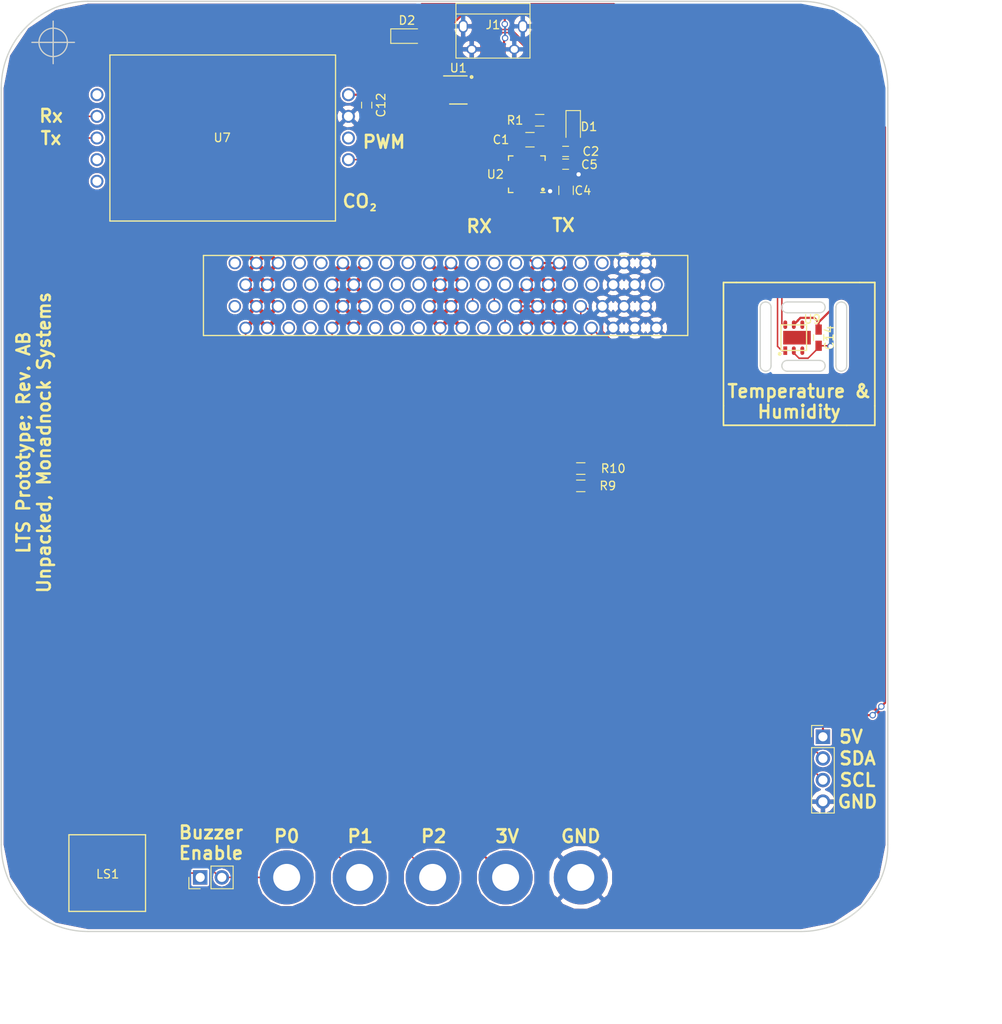
<source format=kicad_pcb>
(kicad_pcb (version 4) (host pcbnew 4.0.7)

  (general
    (links 116)
    (no_connects 0)
    (area 91.872999 28.880999 196.163001 138.251001)
    (thickness 1.6)
    (drawings 58)
    (tracks 286)
    (zones 0)
    (modules 32)
    (nets 75)
  )

  (page USLetter)
  (title_block
    (title "LTS Prototype")
    (date 2018-03-11)
    (rev AB)
    (company "Unpacked / Monadnock Systems")
  )

  (layers
    (0 F.Cu signal)
    (31 B.Cu signal)
    (33 F.Adhes user hide)
    (35 F.Paste user)
    (37 F.SilkS user)
    (38 B.Mask user)
    (39 F.Mask user)
    (40 Dwgs.User user)
    (41 Cmts.User user)
    (42 Eco1.User user)
    (43 Eco2.User user)
    (44 Edge.Cuts user)
    (45 Margin user)
    (47 F.CrtYd user)
    (49 F.Fab user hide)
  )

  (setup
    (last_trace_width 0.1778)
    (trace_clearance 0.1778)
    (zone_clearance 0.2032)
    (zone_45_only no)
    (trace_min 0.1778)
    (segment_width 0.2)
    (edge_width 0.15)
    (via_size 0.75438)
    (via_drill 0.50038)
    (via_min_size 0.75438)
    (via_min_drill 0.3048)
    (uvia_size 0.3)
    (uvia_drill 0.1)
    (uvias_allowed no)
    (uvia_min_size 0)
    (uvia_min_drill 0)
    (pcb_text_width 0.3)
    (pcb_text_size 1.5 1.5)
    (mod_edge_width 0.15)
    (mod_text_size 1 1)
    (mod_text_width 0.15)
    (pad_size 1.7 1.7)
    (pad_drill 1.0668)
    (pad_to_mask_clearance 0)
    (aux_axis_origin 98.044 33.782)
    (visible_elements FFFFFF7F)
    (pcbplotparams
      (layerselection 0x010e8_80000001)
      (usegerberextensions false)
      (excludeedgelayer true)
      (linewidth 0.025400)
      (plotframeref false)
      (viasonmask false)
      (mode 1)
      (useauxorigin false)
      (hpglpennumber 1)
      (hpglpenspeed 20)
      (hpglpendiameter 15)
      (hpglpenoverlay 2)
      (psnegative false)
      (psa4output false)
      (plotreference true)
      (plotvalue true)
      (plotinvisibletext false)
      (padsonsilk false)
      (subtractmaskfromsilk false)
      (outputformat 1)
      (mirror false)
      (drillshape 0)
      (scaleselection 1)
      (outputdirectory gerbers/))
  )

  (net 0 "")
  (net 1 VBUS)
  (net 2 GND)
  (net 3 +3V3)
  (net 4 +5V)
  (net 5 "Net-(J1-Pad2)")
  (net 6 "Net-(J1-Pad3)")
  (net 7 SDA)
  (net 8 SCL)
  (net 9 /P01)
  (net 10 /P02)
  (net 11 /P08)
  (net 12 COMPUTER_TXO)
  (net 13 COMPUTER_RXI)
  (net 14 CO2_SENSOR)
  (net 15 "Net-(J18-Padb1)")
  (net 16 "Net-(J18-Padb7)")
  (net 17 "Net-(J18-Padb9)")
  (net 18 "Net-(J18-Padb15)")
  (net 19 "Net-(J18-Padb17)")
  (net 20 "Net-(J18-Padb23)")
  (net 21 "Net-(J18-Padb25)")
  (net 22 "Net-(J18-Padb27)")
  (net 23 "Net-(J18-Padb33)")
  (net 24 "Net-(J18-Padb35)")
  (net 25 "Net-(J18-Padb6)")
  (net 26 "Net-(J18-Padb8)")
  (net 27 "Net-(J18-Padb14)")
  (net 28 "Net-(J18-Padb16)")
  (net 29 "Net-(J18-Padb18)")
  (net 30 "Net-(J18-Padb24)")
  (net 31 "Net-(J18-Padb26)")
  (net 32 "Net-(J18-Padb32)")
  (net 33 "Net-(J18-Padb34)")
  (net 34 "Net-(J18-Padb40)")
  (net 35 "Net-(J18-Pada1)")
  (net 36 "Net-(J18-Pada15)")
  (net 37 "Net-(J18-Pada8)")
  (net 38 "Net-(J18-Pada7)")
  (net 39 "Net-(J18-Pada9)")
  (net 40 "Net-(J18-Pada6)")
  (net 41 "Net-(J18-Pada18)")
  (net 42 "Net-(J18-Pada17)")
  (net 43 "Net-(J18-Pada16)")
  (net 44 "Net-(J20-Pad1)")
  (net 45 "Net-(J21-Pad1)")
  (net 46 "Net-(R1-Pad1)")
  (net 47 "Net-(U2-Pad1)")
  (net 48 "Net-(U2-Pad10)")
  (net 49 "Net-(U2-Pad11)")
  (net 50 "Net-(U2-Pad13)")
  (net 51 "Net-(U2-Pad14)")
  (net 52 "Net-(U2-Pad15)")
  (net 53 "Net-(U2-Pad16)")
  (net 54 "Net-(U7-Pad1)")
  (net 55 "Net-(U7-Pad2)")
  (net 56 "Net-(U7-Pad5)")
  (net 57 "Net-(U7-Pad7)")
  (net 58 "Net-(U9-PadEP)")
  (net 59 "Net-(J1-Pad4)")
  (net 60 "Net-(U9-Pad3)")
  (net 61 "Net-(U9-Pad4)")
  (net 62 "Net-(C4-Pad1)")
  (net 63 "Net-(U2-Pad19)")
  (net 64 /P00)
  (net 65 "Net-(JP1-Pad1)")
  (net 66 "Net-(U1-Pad5)")
  (net 67 "Net-(U1-Pad4)")
  (net 68 "Net-(U2-Pad12)")
  (net 69 "Net-(U2-Pad17)")
  (net 70 "Net-(U2-Pad18)")
  (net 71 "Net-(U2-Pad22)")
  (net 72 "Net-(U2-Pad23)")
  (net 73 "Net-(U2-Pad24)")
  (net 74 "Net-(J18-Pada24)")

  (net_class Default "This is the default net class."
    (clearance 0.1778)
    (trace_width 0.1778)
    (via_dia 0.75438)
    (via_drill 0.50038)
    (uvia_dia 0.3)
    (uvia_drill 0.1)
    (add_net /P00)
    (add_net /P01)
    (add_net /P02)
    (add_net /P08)
    (add_net CO2_SENSOR)
    (add_net COMPUTER_RXI)
    (add_net COMPUTER_TXO)
    (add_net GND)
    (add_net "Net-(C4-Pad1)")
    (add_net "Net-(J1-Pad2)")
    (add_net "Net-(J1-Pad3)")
    (add_net "Net-(J1-Pad4)")
    (add_net "Net-(J18-Pada1)")
    (add_net "Net-(J18-Pada15)")
    (add_net "Net-(J18-Pada16)")
    (add_net "Net-(J18-Pada17)")
    (add_net "Net-(J18-Pada18)")
    (add_net "Net-(J18-Pada24)")
    (add_net "Net-(J18-Pada6)")
    (add_net "Net-(J18-Pada7)")
    (add_net "Net-(J18-Pada8)")
    (add_net "Net-(J18-Pada9)")
    (add_net "Net-(J18-Padb1)")
    (add_net "Net-(J18-Padb14)")
    (add_net "Net-(J18-Padb15)")
    (add_net "Net-(J18-Padb16)")
    (add_net "Net-(J18-Padb17)")
    (add_net "Net-(J18-Padb18)")
    (add_net "Net-(J18-Padb23)")
    (add_net "Net-(J18-Padb24)")
    (add_net "Net-(J18-Padb25)")
    (add_net "Net-(J18-Padb26)")
    (add_net "Net-(J18-Padb27)")
    (add_net "Net-(J18-Padb32)")
    (add_net "Net-(J18-Padb33)")
    (add_net "Net-(J18-Padb34)")
    (add_net "Net-(J18-Padb35)")
    (add_net "Net-(J18-Padb40)")
    (add_net "Net-(J18-Padb6)")
    (add_net "Net-(J18-Padb7)")
    (add_net "Net-(J18-Padb8)")
    (add_net "Net-(J18-Padb9)")
    (add_net "Net-(J20-Pad1)")
    (add_net "Net-(J21-Pad1)")
    (add_net "Net-(JP1-Pad1)")
    (add_net "Net-(R1-Pad1)")
    (add_net "Net-(U1-Pad4)")
    (add_net "Net-(U1-Pad5)")
    (add_net "Net-(U2-Pad1)")
    (add_net "Net-(U2-Pad10)")
    (add_net "Net-(U2-Pad11)")
    (add_net "Net-(U2-Pad12)")
    (add_net "Net-(U2-Pad13)")
    (add_net "Net-(U2-Pad14)")
    (add_net "Net-(U2-Pad15)")
    (add_net "Net-(U2-Pad16)")
    (add_net "Net-(U2-Pad17)")
    (add_net "Net-(U2-Pad18)")
    (add_net "Net-(U2-Pad19)")
    (add_net "Net-(U2-Pad22)")
    (add_net "Net-(U2-Pad23)")
    (add_net "Net-(U2-Pad24)")
    (add_net "Net-(U7-Pad1)")
    (add_net "Net-(U7-Pad2)")
    (add_net "Net-(U7-Pad5)")
    (add_net "Net-(U7-Pad7)")
    (add_net "Net-(U9-Pad3)")
    (add_net "Net-(U9-Pad4)")
    (add_net "Net-(U9-PadEP)")
    (add_net SCL)
    (add_net SDA)
  )

  (net_class Power ""
    (clearance 0.1778)
    (trace_width 0.254)
    (via_dia 0.75438)
    (via_drill 0.50038)
    (uvia_dia 0.3)
    (uvia_drill 0.1)
    (add_net +3V3)
    (add_net +5V)
    (add_net VBUS)
  )

  (module Capacitors_SMD:C_0805_HandSoldering (layer F.Cu) (tedit 58AA84A8) (tstamp 5A8325BA)
    (at 154.051 45.212 180)
    (descr "Capacitor SMD 0805, hand soldering")
    (tags "capacitor 0805")
    (path /5A7BAC71)
    (attr smd)
    (fp_text reference C1 (at 3.4036 0 180) (layer F.SilkS)
      (effects (font (size 1 1) (thickness 0.15)))
    )
    (fp_text value 4.7uF (at 0 1.75 180) (layer F.Fab)
      (effects (font (size 1 1) (thickness 0.15)))
    )
    (fp_text user %R (at 0 -1.75 180) (layer F.Fab)
      (effects (font (size 1 1) (thickness 0.15)))
    )
    (fp_line (start -1 0.62) (end -1 -0.62) (layer F.Fab) (width 0.1))
    (fp_line (start 1 0.62) (end -1 0.62) (layer F.Fab) (width 0.1))
    (fp_line (start 1 -0.62) (end 1 0.62) (layer F.Fab) (width 0.1))
    (fp_line (start -1 -0.62) (end 1 -0.62) (layer F.Fab) (width 0.1))
    (fp_line (start 0.5 -0.85) (end -0.5 -0.85) (layer F.SilkS) (width 0.12))
    (fp_line (start -0.5 0.85) (end 0.5 0.85) (layer F.SilkS) (width 0.12))
    (fp_line (start -2.25 -0.88) (end 2.25 -0.88) (layer F.CrtYd) (width 0.05))
    (fp_line (start -2.25 -0.88) (end -2.25 0.87) (layer F.CrtYd) (width 0.05))
    (fp_line (start 2.25 0.87) (end 2.25 -0.88) (layer F.CrtYd) (width 0.05))
    (fp_line (start 2.25 0.87) (end -2.25 0.87) (layer F.CrtYd) (width 0.05))
    (pad 1 smd rect (at -1.25 0 180) (size 1.5 1.25) (layers F.Cu F.Paste F.Mask)
      (net 1 VBUS))
    (pad 2 smd rect (at 1.25 0 180) (size 1.5 1.25) (layers F.Cu F.Paste F.Mask)
      (net 2 GND))
    (model Capacitors_SMD.3dshapes/C_0805.wrl
      (at (xyz 0 0 0))
      (scale (xyz 1 1 1))
      (rotate (xyz 0 0 0))
    )
  )

  (module Capacitors_SMD:C_0603_HandSoldering (layer F.Cu) (tedit 58AA848B) (tstamp 5A8325C0)
    (at 158.242 46.5836)
    (descr "Capacitor SMD 0603, hand soldering")
    (tags "capacitor 0603")
    (path /5A7BAC72)
    (attr smd)
    (fp_text reference C2 (at 2.9616 0.000001) (layer F.SilkS)
      (effects (font (size 1 1) (thickness 0.15)))
    )
    (fp_text value 0.1uF (at 0 1.5) (layer F.Fab)
      (effects (font (size 1 1) (thickness 0.15)))
    )
    (fp_text user %R (at 0 -1.25) (layer F.Fab)
      (effects (font (size 1 1) (thickness 0.15)))
    )
    (fp_line (start -0.8 0.4) (end -0.8 -0.4) (layer F.Fab) (width 0.1))
    (fp_line (start 0.8 0.4) (end -0.8 0.4) (layer F.Fab) (width 0.1))
    (fp_line (start 0.8 -0.4) (end 0.8 0.4) (layer F.Fab) (width 0.1))
    (fp_line (start -0.8 -0.4) (end 0.8 -0.4) (layer F.Fab) (width 0.1))
    (fp_line (start -0.35 -0.6) (end 0.35 -0.6) (layer F.SilkS) (width 0.12))
    (fp_line (start 0.35 0.6) (end -0.35 0.6) (layer F.SilkS) (width 0.12))
    (fp_line (start -1.8 -0.65) (end 1.8 -0.65) (layer F.CrtYd) (width 0.05))
    (fp_line (start -1.8 -0.65) (end -1.8 0.65) (layer F.CrtYd) (width 0.05))
    (fp_line (start 1.8 0.65) (end 1.8 -0.65) (layer F.CrtYd) (width 0.05))
    (fp_line (start 1.8 0.65) (end -1.8 0.65) (layer F.CrtYd) (width 0.05))
    (pad 1 smd rect (at -0.95 0) (size 1.2 0.75) (layers F.Cu F.Paste F.Mask)
      (net 1 VBUS))
    (pad 2 smd rect (at 0.95 0) (size 1.2 0.75) (layers F.Cu F.Paste F.Mask)
      (net 2 GND))
    (model Capacitors_SMD.3dshapes/C_0603.wrl
      (at (xyz 0 0 0))
      (scale (xyz 1 1 1))
      (rotate (xyz 0 0 0))
    )
  )

  (module Capacitors_SMD:C_0805_HandSoldering (layer F.Cu) (tedit 58AA84A8) (tstamp 5A8325CC)
    (at 158.2928 51.155601 270)
    (descr "Capacitor SMD 0805, hand soldering")
    (tags "capacitor 0805")
    (path /5A7BAC74)
    (attr smd)
    (fp_text reference C4 (at 0.025399 -1.9812 360) (layer F.SilkS)
      (effects (font (size 1 1) (thickness 0.15)))
    )
    (fp_text value 4.7uF (at 0 1.75 270) (layer F.Fab)
      (effects (font (size 1 1) (thickness 0.15)))
    )
    (fp_text user %R (at 0 -1.75 270) (layer F.Fab)
      (effects (font (size 1 1) (thickness 0.15)))
    )
    (fp_line (start -1 0.62) (end -1 -0.62) (layer F.Fab) (width 0.1))
    (fp_line (start 1 0.62) (end -1 0.62) (layer F.Fab) (width 0.1))
    (fp_line (start 1 -0.62) (end 1 0.62) (layer F.Fab) (width 0.1))
    (fp_line (start -1 -0.62) (end 1 -0.62) (layer F.Fab) (width 0.1))
    (fp_line (start 0.5 -0.85) (end -0.5 -0.85) (layer F.SilkS) (width 0.12))
    (fp_line (start -0.5 0.85) (end 0.5 0.85) (layer F.SilkS) (width 0.12))
    (fp_line (start -2.25 -0.88) (end 2.25 -0.88) (layer F.CrtYd) (width 0.05))
    (fp_line (start -2.25 -0.88) (end -2.25 0.87) (layer F.CrtYd) (width 0.05))
    (fp_line (start 2.25 0.87) (end 2.25 -0.88) (layer F.CrtYd) (width 0.05))
    (fp_line (start 2.25 0.87) (end -2.25 0.87) (layer F.CrtYd) (width 0.05))
    (pad 1 smd rect (at -1.25 0 270) (size 1.5 1.25) (layers F.Cu F.Paste F.Mask)
      (net 62 "Net-(C4-Pad1)"))
    (pad 2 smd rect (at 1.25 0 270) (size 1.5 1.25) (layers F.Cu F.Paste F.Mask)
      (net 2 GND))
    (model Capacitors_SMD.3dshapes/C_0805.wrl
      (at (xyz 0 0 0))
      (scale (xyz 1 1 1))
      (rotate (xyz 0 0 0))
    )
  )

  (module Capacitors_SMD:C_0603_HandSoldering (layer F.Cu) (tedit 58AA848B) (tstamp 5A8325D2)
    (at 158.242 48.082201)
    (descr "Capacitor SMD 0603, hand soldering")
    (tags "capacitor 0603")
    (path /5A7BAC75)
    (attr smd)
    (fp_text reference C5 (at 2.794 0.050799) (layer F.SilkS)
      (effects (font (size 1 1) (thickness 0.15)))
    )
    (fp_text value 0.1uF (at 0 1.5) (layer F.Fab)
      (effects (font (size 1 1) (thickness 0.15)))
    )
    (fp_text user %R (at 0 -1.25) (layer F.Fab)
      (effects (font (size 1 1) (thickness 0.15)))
    )
    (fp_line (start -0.8 0.4) (end -0.8 -0.4) (layer F.Fab) (width 0.1))
    (fp_line (start 0.8 0.4) (end -0.8 0.4) (layer F.Fab) (width 0.1))
    (fp_line (start 0.8 -0.4) (end 0.8 0.4) (layer F.Fab) (width 0.1))
    (fp_line (start -0.8 -0.4) (end 0.8 -0.4) (layer F.Fab) (width 0.1))
    (fp_line (start -0.35 -0.6) (end 0.35 -0.6) (layer F.SilkS) (width 0.12))
    (fp_line (start 0.35 0.6) (end -0.35 0.6) (layer F.SilkS) (width 0.12))
    (fp_line (start -1.8 -0.65) (end 1.8 -0.65) (layer F.CrtYd) (width 0.05))
    (fp_line (start -1.8 -0.65) (end -1.8 0.65) (layer F.CrtYd) (width 0.05))
    (fp_line (start 1.8 0.65) (end 1.8 -0.65) (layer F.CrtYd) (width 0.05))
    (fp_line (start 1.8 0.65) (end -1.8 0.65) (layer F.CrtYd) (width 0.05))
    (pad 1 smd rect (at -0.95 0) (size 1.2 0.75) (layers F.Cu F.Paste F.Mask)
      (net 62 "Net-(C4-Pad1)"))
    (pad 2 smd rect (at 0.95 0) (size 1.2 0.75) (layers F.Cu F.Paste F.Mask)
      (net 2 GND))
    (model Capacitors_SMD.3dshapes/C_0603.wrl
      (at (xyz 0 0 0))
      (scale (xyz 1 1 1))
      (rotate (xyz 0 0 0))
    )
  )

  (module Capacitors_SMD:C_0603_HandSoldering (layer F.Cu) (tedit 58AA848B) (tstamp 5A8325F6)
    (at 134.874 41.148 270)
    (descr "Capacitor SMD 0603, hand soldering")
    (tags "capacitor 0603")
    (path /5A7DC600/5A7DCB19)
    (attr smd)
    (fp_text reference C12 (at 0 -1.6764 270) (layer F.SilkS)
      (effects (font (size 1 1) (thickness 0.15)))
    )
    (fp_text value 0.1uF (at 0 1.5 270) (layer F.Fab)
      (effects (font (size 1 1) (thickness 0.15)))
    )
    (fp_text user %R (at 0 -1.25 270) (layer F.Fab)
      (effects (font (size 1 1) (thickness 0.15)))
    )
    (fp_line (start -0.8 0.4) (end -0.8 -0.4) (layer F.Fab) (width 0.1))
    (fp_line (start 0.8 0.4) (end -0.8 0.4) (layer F.Fab) (width 0.1))
    (fp_line (start 0.8 -0.4) (end 0.8 0.4) (layer F.Fab) (width 0.1))
    (fp_line (start -0.8 -0.4) (end 0.8 -0.4) (layer F.Fab) (width 0.1))
    (fp_line (start -0.35 -0.6) (end 0.35 -0.6) (layer F.SilkS) (width 0.12))
    (fp_line (start 0.35 0.6) (end -0.35 0.6) (layer F.SilkS) (width 0.12))
    (fp_line (start -1.8 -0.65) (end 1.8 -0.65) (layer F.CrtYd) (width 0.05))
    (fp_line (start -1.8 -0.65) (end -1.8 0.65) (layer F.CrtYd) (width 0.05))
    (fp_line (start 1.8 0.65) (end 1.8 -0.65) (layer F.CrtYd) (width 0.05))
    (fp_line (start 1.8 0.65) (end -1.8 0.65) (layer F.CrtYd) (width 0.05))
    (pad 1 smd rect (at -0.95 0 270) (size 1.2 0.75) (layers F.Cu F.Paste F.Mask)
      (net 4 +5V))
    (pad 2 smd rect (at 0.95 0 270) (size 1.2 0.75) (layers F.Cu F.Paste F.Mask)
      (net 2 GND))
    (model Capacitors_SMD.3dshapes/C_0603.wrl
      (at (xyz 0 0 0))
      (scale (xyz 1 1 1))
      (rotate (xyz 0 0 0))
    )
  )

  (module Capacitors_SMD:C_0603_HandSoldering (layer F.Cu) (tedit 58AA848B) (tstamp 5A832602)
    (at 187.96 68.453 270)
    (descr "Capacitor SMD 0603, hand soldering")
    (tags "capacitor 0603")
    (path /5A7DC600/5A7DCB0C)
    (attr smd)
    (fp_text reference C14 (at 0 -1.25 270) (layer F.SilkS)
      (effects (font (size 1 1) (thickness 0.15)))
    )
    (fp_text value 0.1uF (at 0 1.5 270) (layer F.Fab)
      (effects (font (size 1 1) (thickness 0.15)))
    )
    (fp_text user %R (at 0 -1.25 270) (layer F.Fab)
      (effects (font (size 1 1) (thickness 0.15)))
    )
    (fp_line (start -0.8 0.4) (end -0.8 -0.4) (layer F.Fab) (width 0.1))
    (fp_line (start 0.8 0.4) (end -0.8 0.4) (layer F.Fab) (width 0.1))
    (fp_line (start 0.8 -0.4) (end 0.8 0.4) (layer F.Fab) (width 0.1))
    (fp_line (start -0.8 -0.4) (end 0.8 -0.4) (layer F.Fab) (width 0.1))
    (fp_line (start -0.35 -0.6) (end 0.35 -0.6) (layer F.SilkS) (width 0.12))
    (fp_line (start 0.35 0.6) (end -0.35 0.6) (layer F.SilkS) (width 0.12))
    (fp_line (start -1.8 -0.65) (end 1.8 -0.65) (layer F.CrtYd) (width 0.05))
    (fp_line (start -1.8 -0.65) (end -1.8 0.65) (layer F.CrtYd) (width 0.05))
    (fp_line (start 1.8 0.65) (end 1.8 -0.65) (layer F.CrtYd) (width 0.05))
    (fp_line (start 1.8 0.65) (end -1.8 0.65) (layer F.CrtYd) (width 0.05))
    (pad 1 smd rect (at -0.95 0 270) (size 1.2 0.75) (layers F.Cu F.Paste F.Mask)
      (net 3 +3V3))
    (pad 2 smd rect (at 0.95 0 270) (size 1.2 0.75) (layers F.Cu F.Paste F.Mask)
      (net 2 GND))
    (model Capacitors_SMD.3dshapes/C_0603.wrl
      (at (xyz 0 0 0))
      (scale (xyz 1 1 1))
      (rotate (xyz 0 0 0))
    )
  )

  (module Diodes_SMD:D_SOD-323_HandSoldering (layer F.Cu) (tedit 58641869) (tstamp 5A832608)
    (at 159.131 43.688 270)
    (descr SOD-323)
    (tags SOD-323)
    (path /5A7CF6D6)
    (attr smd)
    (fp_text reference D1 (at 0 -1.85 360) (layer F.SilkS)
      (effects (font (size 1 1) (thickness 0.15)))
    )
    (fp_text value BAT60A (at 0.1 1.9 270) (layer F.Fab)
      (effects (font (size 1 1) (thickness 0.15)))
    )
    (fp_text user %R (at 0 -1.85 270) (layer F.Fab)
      (effects (font (size 1 1) (thickness 0.15)))
    )
    (fp_line (start -1.9 -0.85) (end -1.9 0.85) (layer F.SilkS) (width 0.12))
    (fp_line (start 0.2 0) (end 0.45 0) (layer F.Fab) (width 0.1))
    (fp_line (start 0.2 0.35) (end -0.3 0) (layer F.Fab) (width 0.1))
    (fp_line (start 0.2 -0.35) (end 0.2 0.35) (layer F.Fab) (width 0.1))
    (fp_line (start -0.3 0) (end 0.2 -0.35) (layer F.Fab) (width 0.1))
    (fp_line (start -0.3 0) (end -0.5 0) (layer F.Fab) (width 0.1))
    (fp_line (start -0.3 -0.35) (end -0.3 0.35) (layer F.Fab) (width 0.1))
    (fp_line (start -0.9 0.7) (end -0.9 -0.7) (layer F.Fab) (width 0.1))
    (fp_line (start 0.9 0.7) (end -0.9 0.7) (layer F.Fab) (width 0.1))
    (fp_line (start 0.9 -0.7) (end 0.9 0.7) (layer F.Fab) (width 0.1))
    (fp_line (start -0.9 -0.7) (end 0.9 -0.7) (layer F.Fab) (width 0.1))
    (fp_line (start -2 -0.95) (end 2 -0.95) (layer F.CrtYd) (width 0.05))
    (fp_line (start 2 -0.95) (end 2 0.95) (layer F.CrtYd) (width 0.05))
    (fp_line (start -2 0.95) (end 2 0.95) (layer F.CrtYd) (width 0.05))
    (fp_line (start -2 -0.95) (end -2 0.95) (layer F.CrtYd) (width 0.05))
    (fp_line (start -1.9 0.85) (end 1.25 0.85) (layer F.SilkS) (width 0.12))
    (fp_line (start -1.9 -0.85) (end 1.25 -0.85) (layer F.SilkS) (width 0.12))
    (pad 1 smd rect (at -1.25 0 270) (size 1 1) (layers F.Cu F.Paste F.Mask)
      (net 3 +3V3))
    (pad 2 smd rect (at 1.25 0 270) (size 1 1) (layers F.Cu F.Paste F.Mask)
      (net 62 "Net-(C4-Pad1)"))
    (model ${KISYS3DMOD}/Diodes_SMD.3dshapes/D_SOD-323.wrl
      (at (xyz 0 0 0))
      (scale (xyz 1 1 1))
      (rotate (xyz 0 0 0))
    )
  )

  (module Measurement_Points:Measurement_Point_Square-SMD-Pad_Small (layer F.Cu) (tedit 5A86CE55) (tstamp 5A832737)
    (at 100.177599 39.9288 180)
    (descr "Mesurement Point, Square, SMD Pad,  1.5mm x 1.5mm,")
    (tags "Mesurement Point Square SMD Pad 1.5x1.5mm")
    (path /5A7DC600/5A7DCB14)
    (attr virtual)
    (fp_text reference J22 (at 0 -2 180) (layer F.SilkS) hide
      (effects (font (size 1 1) (thickness 0.15)))
    )
    (fp_text value GND (at 0 2 180) (layer F.Fab)
      (effects (font (size 1 1) (thickness 0.15)))
    )
    (fp_line (start -1 -1) (end 1 -1) (layer F.CrtYd) (width 0.05))
    (fp_line (start 1 -1) (end 1 1) (layer F.CrtYd) (width 0.05))
    (fp_line (start 1 1) (end -1 1) (layer F.CrtYd) (width 0.05))
    (fp_line (start -1 1) (end -1 -1) (layer F.CrtYd) (width 0.05))
    (pad 1 smd rect (at 0 0 180) (size 1.5 1.5) (layers F.Cu F.Mask)
      (net 2 GND))
  )

  (module Resistors_SMD:R_0603_HandSoldering (layer F.Cu) (tedit 58E0A804) (tstamp 5A832756)
    (at 155.194 42.926)
    (descr "Resistor SMD 0603, hand soldering")
    (tags "resistor 0603")
    (path /5A7BAC6F)
    (attr smd)
    (fp_text reference R1 (at -2.8956 0) (layer F.SilkS)
      (effects (font (size 1 1) (thickness 0.15)))
    )
    (fp_text value 1k (at 0 1.55) (layer F.Fab)
      (effects (font (size 1 1) (thickness 0.15)))
    )
    (fp_text user %R (at 0 0) (layer F.Fab)
      (effects (font (size 0.4 0.4) (thickness 0.075)))
    )
    (fp_line (start -0.8 0.4) (end -0.8 -0.4) (layer F.Fab) (width 0.1))
    (fp_line (start 0.8 0.4) (end -0.8 0.4) (layer F.Fab) (width 0.1))
    (fp_line (start 0.8 -0.4) (end 0.8 0.4) (layer F.Fab) (width 0.1))
    (fp_line (start -0.8 -0.4) (end 0.8 -0.4) (layer F.Fab) (width 0.1))
    (fp_line (start 0.5 0.68) (end -0.5 0.68) (layer F.SilkS) (width 0.12))
    (fp_line (start -0.5 -0.68) (end 0.5 -0.68) (layer F.SilkS) (width 0.12))
    (fp_line (start -1.96 -0.7) (end 1.95 -0.7) (layer F.CrtYd) (width 0.05))
    (fp_line (start -1.96 -0.7) (end -1.96 0.7) (layer F.CrtYd) (width 0.05))
    (fp_line (start 1.95 0.7) (end 1.95 -0.7) (layer F.CrtYd) (width 0.05))
    (fp_line (start 1.95 0.7) (end -1.96 0.7) (layer F.CrtYd) (width 0.05))
    (pad 1 smd rect (at -1.1 0) (size 1.2 0.9) (layers F.Cu F.Paste F.Mask)
      (net 46 "Net-(R1-Pad1)"))
    (pad 2 smd rect (at 1.1 0) (size 1.2 0.9) (layers F.Cu F.Paste F.Mask)
      (net 62 "Net-(C4-Pad1)"))
    (model ${KISYS3DMOD}/Resistors_SMD.3dshapes/R_0603.wrl
      (at (xyz 0 0 0))
      (scale (xyz 1 1 1))
      (rotate (xyz 0 0 0))
    )
  )

  (module Resistors_SMD:R_0603_HandSoldering (layer F.Cu) (tedit 58E0A804) (tstamp 5A832786)
    (at 160.02 85.852)
    (descr "Resistor SMD 0603, hand soldering")
    (tags "resistor 0603")
    (path /5A7DFB2A)
    (attr smd)
    (fp_text reference R9 (at 3.175 0) (layer F.SilkS)
      (effects (font (size 1 1) (thickness 0.15)))
    )
    (fp_text value 4.7k (at 0 1.55) (layer F.Fab)
      (effects (font (size 1 1) (thickness 0.15)))
    )
    (fp_text user %R (at 0 0) (layer F.Fab)
      (effects (font (size 0.4 0.4) (thickness 0.075)))
    )
    (fp_line (start -0.8 0.4) (end -0.8 -0.4) (layer F.Fab) (width 0.1))
    (fp_line (start 0.8 0.4) (end -0.8 0.4) (layer F.Fab) (width 0.1))
    (fp_line (start 0.8 -0.4) (end 0.8 0.4) (layer F.Fab) (width 0.1))
    (fp_line (start -0.8 -0.4) (end 0.8 -0.4) (layer F.Fab) (width 0.1))
    (fp_line (start 0.5 0.68) (end -0.5 0.68) (layer F.SilkS) (width 0.12))
    (fp_line (start -0.5 -0.68) (end 0.5 -0.68) (layer F.SilkS) (width 0.12))
    (fp_line (start -1.96 -0.7) (end 1.95 -0.7) (layer F.CrtYd) (width 0.05))
    (fp_line (start -1.96 -0.7) (end -1.96 0.7) (layer F.CrtYd) (width 0.05))
    (fp_line (start 1.95 0.7) (end 1.95 -0.7) (layer F.CrtYd) (width 0.05))
    (fp_line (start 1.95 0.7) (end -1.96 0.7) (layer F.CrtYd) (width 0.05))
    (pad 1 smd rect (at -1.1 0) (size 1.2 0.9) (layers F.Cu F.Paste F.Mask)
      (net 3 +3V3))
    (pad 2 smd rect (at 1.1 0) (size 1.2 0.9) (layers F.Cu F.Paste F.Mask)
      (net 8 SCL))
    (model ${KISYS3DMOD}/Resistors_SMD.3dshapes/R_0603.wrl
      (at (xyz 0 0 0))
      (scale (xyz 1 1 1))
      (rotate (xyz 0 0 0))
    )
  )

  (module Resistors_SMD:R_0603_HandSoldering (layer F.Cu) (tedit 58E0A804) (tstamp 5A83278C)
    (at 160.02 83.82)
    (descr "Resistor SMD 0603, hand soldering")
    (tags "resistor 0603")
    (path /5A7DFBF1)
    (attr smd)
    (fp_text reference R10 (at 3.81 0) (layer F.SilkS)
      (effects (font (size 1 1) (thickness 0.15)))
    )
    (fp_text value 4.7k (at 0 1.55) (layer F.Fab)
      (effects (font (size 1 1) (thickness 0.15)))
    )
    (fp_text user %R (at 0 0) (layer F.Fab)
      (effects (font (size 0.4 0.4) (thickness 0.075)))
    )
    (fp_line (start -0.8 0.4) (end -0.8 -0.4) (layer F.Fab) (width 0.1))
    (fp_line (start 0.8 0.4) (end -0.8 0.4) (layer F.Fab) (width 0.1))
    (fp_line (start 0.8 -0.4) (end 0.8 0.4) (layer F.Fab) (width 0.1))
    (fp_line (start -0.8 -0.4) (end 0.8 -0.4) (layer F.Fab) (width 0.1))
    (fp_line (start 0.5 0.68) (end -0.5 0.68) (layer F.SilkS) (width 0.12))
    (fp_line (start -0.5 -0.68) (end 0.5 -0.68) (layer F.SilkS) (width 0.12))
    (fp_line (start -1.96 -0.7) (end 1.95 -0.7) (layer F.CrtYd) (width 0.05))
    (fp_line (start -1.96 -0.7) (end -1.96 0.7) (layer F.CrtYd) (width 0.05))
    (fp_line (start 1.95 0.7) (end 1.95 -0.7) (layer F.CrtYd) (width 0.05))
    (fp_line (start 1.95 0.7) (end -1.96 0.7) (layer F.CrtYd) (width 0.05))
    (pad 1 smd rect (at -1.1 0) (size 1.2 0.9) (layers F.Cu F.Paste F.Mask)
      (net 3 +3V3))
    (pad 2 smd rect (at 1.1 0) (size 1.2 0.9) (layers F.Cu F.Paste F.Mask)
      (net 7 SDA))
    (model ${KISYS3DMOD}/Resistors_SMD.3dshapes/R_0603.wrl
      (at (xyz 0 0 0))
      (scale (xyz 1 1 1))
      (rotate (xyz 0 0 0))
    )
  )

  (module Diodes_SMD:D_SOD-323_HandSoldering (layer F.Cu) (tedit 58641869) (tstamp 5A85DC0E)
    (at 139.5984 33.0454)
    (descr SOD-323)
    (tags SOD-323)
    (path /5A85E951)
    (attr smd)
    (fp_text reference D2 (at 0 -1.85) (layer F.SilkS)
      (effects (font (size 1 1) (thickness 0.15)))
    )
    (fp_text value BAT60A (at 0.1 1.9) (layer F.Fab)
      (effects (font (size 1 1) (thickness 0.15)))
    )
    (fp_text user %R (at 0 -1.85) (layer F.Fab)
      (effects (font (size 1 1) (thickness 0.15)))
    )
    (fp_line (start -1.9 -0.85) (end -1.9 0.85) (layer F.SilkS) (width 0.12))
    (fp_line (start 0.2 0) (end 0.45 0) (layer F.Fab) (width 0.1))
    (fp_line (start 0.2 0.35) (end -0.3 0) (layer F.Fab) (width 0.1))
    (fp_line (start 0.2 -0.35) (end 0.2 0.35) (layer F.Fab) (width 0.1))
    (fp_line (start -0.3 0) (end 0.2 -0.35) (layer F.Fab) (width 0.1))
    (fp_line (start -0.3 0) (end -0.5 0) (layer F.Fab) (width 0.1))
    (fp_line (start -0.3 -0.35) (end -0.3 0.35) (layer F.Fab) (width 0.1))
    (fp_line (start -0.9 0.7) (end -0.9 -0.7) (layer F.Fab) (width 0.1))
    (fp_line (start 0.9 0.7) (end -0.9 0.7) (layer F.Fab) (width 0.1))
    (fp_line (start 0.9 -0.7) (end 0.9 0.7) (layer F.Fab) (width 0.1))
    (fp_line (start -0.9 -0.7) (end 0.9 -0.7) (layer F.Fab) (width 0.1))
    (fp_line (start -2 -0.95) (end 2 -0.95) (layer F.CrtYd) (width 0.05))
    (fp_line (start 2 -0.95) (end 2 0.95) (layer F.CrtYd) (width 0.05))
    (fp_line (start -2 0.95) (end 2 0.95) (layer F.CrtYd) (width 0.05))
    (fp_line (start -2 -0.95) (end -2 0.95) (layer F.CrtYd) (width 0.05))
    (fp_line (start -1.9 0.85) (end 1.25 0.85) (layer F.SilkS) (width 0.12))
    (fp_line (start -1.9 -0.85) (end 1.25 -0.85) (layer F.SilkS) (width 0.12))
    (pad 1 smd rect (at -1.25 0) (size 1 1) (layers F.Cu F.Paste F.Mask)
      (net 4 +5V))
    (pad 2 smd rect (at 1.25 0) (size 1 1) (layers F.Cu F.Paste F.Mask)
      (net 1 VBUS))
    (model ${KISYS3DMOD}/Diodes_SMD.3dshapes/D_SOD-323.wrl
      (at (xyz 0 0 0))
      (scale (xyz 1 1 1))
      (rotate (xyz 0 0 0))
    )
  )

  (module lts:Murata_PKMCS0909E4000_HandSoldering (layer F.Cu) (tedit 5A831FD5) (tstamp 5A85F91A)
    (at 104.394 131.318)
    (path /5A7EA06A)
    (fp_text reference LS1 (at 0.05 0.125) (layer F.SilkS)
      (effects (font (size 1 1) (thickness 0.15)))
    )
    (fp_text value "Piezo Speaker" (at 0.125 5.775) (layer F.Fab)
      (effects (font (size 1 1) (thickness 0.15)))
    )
    (fp_line (start -4.5 4.5) (end -4.5 -4.5) (layer F.SilkS) (width 0.15))
    (fp_line (start 4.5 4.5) (end -4.5 4.5) (layer F.SilkS) (width 0.15))
    (fp_line (start 4.5 -4.5) (end 4.5 4.5) (layer F.SilkS) (width 0.15))
    (fp_line (start -4.5 -4.5) (end 4.5 -4.5) (layer F.SilkS) (width 0.15))
    (pad 1 smd rect (at -4.8 0) (size 2.2 3.4) (layers F.Cu F.Paste F.Mask)
      (net 2 GND))
    (pad 2 smd rect (at 4.8 0) (size 2.2 3.4) (layers F.Cu F.Paste F.Mask)
      (net 65 "Net-(JP1-Pad1)"))
    (model /home/nock/devel/lts-proto/3d_models/PKMCS.wrl
      (at (xyz 0 0 0))
      (scale (xyz 0.3937 0.3937 0.3937))
      (rotate (xyz 0 0 0))
    )
  )

  (module Measurement_Points:Measurement_Point_Round-SMD-Pad_Small (layer F.Cu) (tedit 5A8A2FD4) (tstamp 5A870C89)
    (at 143.637 32.9692)
    (descr "Mesurement Point, Round, SMD Pad, DM 1.5mm,")
    (tags "Mesurement Point Round SMD Pad 1.5mm")
    (path /5A7BAC6D)
    (attr virtual)
    (fp_text reference J12 (at 0 -2) (layer F.SilkS) hide
      (effects (font (size 1 1) (thickness 0.15)))
    )
    (fp_text value 5V (at 0 2) (layer F.Fab)
      (effects (font (size 1 1) (thickness 0.15)))
    )
    (fp_circle (center 0 0) (end 1 0) (layer F.CrtYd) (width 0.05))
    (pad 1 smd circle (at 0 0) (size 1.5 1.5) (layers F.Cu F.Mask)
      (net 1 VBUS))
  )

  (module Measurement_Points:Measurement_Point_Round-SMD-Pad_Small (layer F.Cu) (tedit 5A8A2F46) (tstamp 5A870C8F)
    (at 155.194 54.356)
    (descr "Mesurement Point, Round, SMD Pad, DM 1.5mm,")
    (tags "Mesurement Point Round SMD Pad 1.5mm")
    (path /5A7E1802)
    (attr virtual)
    (fp_text reference J13 (at 2.286 0.254) (layer F.SilkS) hide
      (effects (font (size 1 1) (thickness 0.15)))
    )
    (fp_text value TXO (at 0 2) (layer F.Fab)
      (effects (font (size 1 1) (thickness 0.15)))
    )
    (fp_circle (center 0 0) (end 1 0) (layer F.CrtYd) (width 0.05))
    (pad 1 smd circle (at 0 0) (size 1.5 1.5) (layers F.Cu F.Mask)
      (net 12 COMPUTER_TXO))
  )

  (module Measurement_Points:Measurement_Point_Round-SMD-Pad_Small (layer F.Cu) (tedit 5A8A2F2F) (tstamp 5A870C95)
    (at 150.876 54.356)
    (descr "Mesurement Point, Round, SMD Pad, DM 1.5mm,")
    (tags "Mesurement Point Round SMD Pad 1.5mm")
    (path /5A7E17FC)
    (attr virtual)
    (fp_text reference J14 (at 0 -2) (layer F.SilkS) hide
      (effects (font (size 1 1) (thickness 0.15)))
    )
    (fp_text value RXI (at 0 2) (layer F.Fab)
      (effects (font (size 1 1) (thickness 0.15)))
    )
    (fp_circle (center 0 0) (end 1 0) (layer F.CrtYd) (width 0.05))
    (pad 1 smd circle (at 0 0) (size 1.5 1.5) (layers F.Cu F.Mask)
      (net 13 COMPUTER_RXI))
  )

  (module Measurement_Points:Measurement_Point_Round-SMD-Pad_Small (layer F.Cu) (tedit 5A8A2FDA) (tstamp 5A870C9B)
    (at 135.7376 47.5488)
    (descr "Mesurement Point, Round, SMD Pad, DM 1.5mm,")
    (tags "Mesurement Point Round SMD Pad 1.5mm")
    (path /5A7DDB1E)
    (attr virtual)
    (fp_text reference J15 (at 0 -2) (layer F.SilkS) hide
      (effects (font (size 1 1) (thickness 0.15)))
    )
    (fp_text value PWM (at 0 2) (layer F.Fab)
      (effects (font (size 1 1) (thickness 0.15)))
    )
    (fp_circle (center 0 0) (end 1 0) (layer F.CrtYd) (width 0.05))
    (pad 1 smd circle (at 0 0) (size 1.5 1.5) (layers F.Cu F.Mask)
      (net 14 CO2_SENSOR))
  )

  (module Measurement_Points:Measurement_Point_Round-SMD-Pad_Small (layer F.Cu) (tedit 5A8A2701) (tstamp 5A870CA1)
    (at 100.1776 45.0088)
    (descr "Mesurement Point, Round, SMD Pad, DM 1.5mm,")
    (tags "Mesurement Point Round SMD Pad 1.5mm")
    (path /5A7DC600/5A7DCB12)
    (attr virtual)
    (fp_text reference J20 (at 0 -2) (layer F.SilkS) hide
      (effects (font (size 1 1) (thickness 0.15)))
    )
    (fp_text value CO2_TX (at 0 2) (layer F.Fab)
      (effects (font (size 1 1) (thickness 0.15)))
    )
    (fp_circle (center 0 0) (end 1 0) (layer F.CrtYd) (width 0.05))
    (pad 1 smd circle (at 0 0) (size 1.5 1.5) (layers F.Cu F.Mask)
      (net 44 "Net-(J20-Pad1)"))
  )

  (module Measurement_Points:Measurement_Point_Round-SMD-Pad_Small (layer F.Cu) (tedit 5A8A26FD) (tstamp 5A870CA7)
    (at 100.1776 42.4688)
    (descr "Mesurement Point, Round, SMD Pad, DM 1.5mm,")
    (tags "Mesurement Point Round SMD Pad 1.5mm")
    (path /5A7DC600/5A7DCB13)
    (attr virtual)
    (fp_text reference J21 (at 0 -2) (layer F.SilkS) hide
      (effects (font (size 1 1) (thickness 0.15)))
    )
    (fp_text value CO2_RX (at 0 2) (layer F.Fab)
      (effects (font (size 1 1) (thickness 0.15)))
    )
    (fp_circle (center 0 0) (end 1 0) (layer F.CrtYd) (width 0.05))
    (pad 1 smd circle (at 0 0) (size 1.5 1.5) (layers F.Cu F.Mask)
      (net 45 "Net-(J21-Pad1)"))
  )

  (module lts:RBB40DHHN (layer F.Cu) (tedit 5A8A1FF4) (tstamp 5A8A63B8)
    (at 144.145 63.5)
    (path /5A7A1723)
    (fp_text reference J18 (at 26.162 -5.842) (layer F.SilkS) hide
      (effects (font (size 1 1) (thickness 0.15)))
    )
    (fp_text value "Micro:bit Edge Connector" (at 0.762 5.588) (layer F.Fab)
      (effects (font (size 1 1) (thickness 0.15)))
    )
    (fp_line (start 28.448 -4.699) (end -28.448 -4.699) (layer F.SilkS) (width 0.15))
    (fp_line (start 28.448 4.699) (end 28.448 -4.699) (layer F.SilkS) (width 0.15))
    (fp_line (start -28.448 4.699) (end 28.448 4.699) (layer F.SilkS) (width 0.15))
    (fp_line (start -28.448 -4.699) (end -28.448 4.699) (layer F.SilkS) (width 0.15))
    (pad a38 thru_hole circle (at 22.225 3.81) (size 1.4732 1.4732) (drill 1.0668) (layers *.Cu *.Mask)
      (net 2 GND))
    (pad a39 thru_hole circle (at 23.495 1.27) (size 1.4732 1.4732) (drill 1.0668) (layers *.Cu *.Mask)
      (net 2 GND))
    (pad a40 thru_hole circle (at 24.765 3.81) (size 1.4732 1.4732) (drill 1.0668) (layers *.Cu *.Mask)
      (net 2 GND))
    (pad a25 thru_hole circle (at 5.715 1.27) (size 1.4732 1.4732) (drill 1.0668) (layers *.Cu *.Mask)
      (net 13 COMPUTER_RXI))
    (pad a20 thru_hole circle (at -0.635 3.81) (size 1.4732 1.4732) (drill 1.0668) (layers *.Cu *.Mask)
      (net 10 /P02))
    (pad a22 thru_hole circle (at 1.905 3.81) (size 1.4732 1.4732) (drill 1.0668) (layers *.Cu *.Mask)
      (net 10 /P02))
    (pad a21 thru_hole circle (at 0.635 1.27) (size 1.4732 1.4732) (drill 1.0668) (layers *.Cu *.Mask)
      (net 10 /P02))
    (pad a23 thru_hole circle (at 3.175 1.27) (size 1.4732 1.4732) (drill 1.0668) (layers *.Cu *.Mask)
      (net 14 CO2_SENSOR))
    (pad a24 thru_hole circle (at 4.445 3.81) (size 1.4732 1.4732) (drill 1.0668) (layers *.Cu *.Mask)
      (net 74 "Net-(J18-Pada24)"))
    (pad a26 thru_hole circle (at 6.985 3.81) (size 1.4732 1.4732) (drill 1.0668) (layers *.Cu *.Mask)
      (net 12 COMPUTER_TXO))
    (pad a34 thru_hole circle (at 17.145 3.81) (size 1.4732 1.4732) (drill 1.0668) (layers *.Cu *.Mask)
      (net 7 SDA))
    (pad a33 thru_hole circle (at 15.875 1.27) (size 1.4732 1.4732) (drill 1.0668) (layers *.Cu *.Mask)
      (net 8 SCL))
    (pad a37 thru_hole circle (at 20.955 1.27) (size 1.4732 1.4732) (drill 1.0668) (layers *.Cu *.Mask)
      (net 2 GND))
    (pad a35 thru_hole circle (at 18.415 1.27) (size 1.4732 1.4732) (drill 1.0668) (layers *.Cu *.Mask)
      (net 2 GND))
    (pad a36 thru_hole circle (at 19.685 3.81) (size 1.4732 1.4732) (drill 1.0668) (layers *.Cu *.Mask)
      (net 2 GND))
    (pad a31 thru_hole circle (at 13.335 1.27) (size 1.4732 1.4732) (drill 1.0668) (layers *.Cu *.Mask)
      (net 3 +3V3))
    (pad a27 thru_hole circle (at 8.255 1.27) (size 1.4732 1.4732) (drill 1.0668) (layers *.Cu *.Mask)
      (net 3 +3V3))
    (pad a29 thru_hole circle (at 10.795 1.27) (size 1.4732 1.4732) (drill 1.0668) (layers *.Cu *.Mask)
      (net 3 +3V3))
    (pad a30 thru_hole circle (at 12.065 3.81) (size 1.4732 1.4732) (drill 1.0668) (layers *.Cu *.Mask)
      (net 3 +3V3))
    (pad a28 thru_hole circle (at 9.525 3.81) (size 1.4732 1.4732) (drill 1.0668) (layers *.Cu *.Mask)
      (net 3 +3V3))
    (pad a32 thru_hole circle (at 14.605 3.81) (size 1.4732 1.4732) (drill 1.0668) (layers *.Cu *.Mask)
      (net 3 +3V3))
    (pad a15 thru_hole circle (at -6.985 1.27) (size 1.4732 1.4732) (drill 1.0668) (layers *.Cu *.Mask)
      (net 36 "Net-(J18-Pada15)"))
    (pad a12 thru_hole circle (at -10.795 3.81) (size 1.4732 1.4732) (drill 1.0668) (layers *.Cu *.Mask)
      (net 9 /P01))
    (pad a13 thru_hole circle (at -9.525 1.27) (size 1.4732 1.4732) (drill 1.0668) (layers *.Cu *.Mask)
      (net 9 /P01))
    (pad a14 thru_hole circle (at -8.255 3.81) (size 1.4732 1.4732) (drill 1.0668) (layers *.Cu *.Mask)
      (net 11 /P08))
    (pad a16 thru_hole circle (at -5.715 3.81) (size 1.4732 1.4732) (drill 1.0668) (layers *.Cu *.Mask)
      (net 43 "Net-(J18-Pada16)"))
    (pad a19 thru_hole circle (at -1.905 1.27) (size 1.4732 1.4732) (drill 1.0668) (layers *.Cu *.Mask)
      (net 10 /P02))
    (pad a17 thru_hole circle (at -4.445 1.27) (size 1.4732 1.4732) (drill 1.0668) (layers *.Cu *.Mask)
      (net 42 "Net-(J18-Pada17)"))
    (pad a18 thru_hole circle (at -3.175 3.81) (size 1.4732 1.4732) (drill 1.0668) (layers *.Cu *.Mask)
      (net 41 "Net-(J18-Pada18)"))
    (pad a6 thru_hole circle (at -18.415 3.81) (size 1.4732 1.4732) (drill 1.0668) (layers *.Cu *.Mask)
      (net 40 "Net-(J18-Pada6)"))
    (pad a2 thru_hole circle (at -23.495 3.81) (size 1.4732 1.4732) (drill 1.0668) (layers *.Cu *.Mask)
      (net 64 /P00))
    (pad a3 thru_hole circle (at -22.225 1.27) (size 1.4732 1.4732) (drill 1.0668) (layers *.Cu *.Mask)
      (net 64 /P00))
    (pad a5 thru_hole circle (at -19.685 1.27) (size 1.4732 1.4732) (drill 1.0668) (layers *.Cu *.Mask)
      (net 64 /P00))
    (pad a4 thru_hole circle (at -20.955 3.81) (size 1.4732 1.4732) (drill 1.0668) (layers *.Cu *.Mask)
      (net 64 /P00))
    (pad a1 thru_hole circle (at -24.765 1.27) (size 1.4732 1.4732) (drill 1.0668) (layers *.Cu *.Mask)
      (net 35 "Net-(J18-Pada1)"))
    (pad a8 thru_hole circle (at -15.875 3.81) (size 1.4732 1.4732) (drill 1.0668) (layers *.Cu *.Mask)
      (net 37 "Net-(J18-Pada8)"))
    (pad a7 thru_hole circle (at -17.145 1.27) (size 1.4732 1.4732) (drill 1.0668) (layers *.Cu *.Mask)
      (net 38 "Net-(J18-Pada7)"))
    (pad a9 thru_hole circle (at -14.605 1.27) (size 1.4732 1.4732) (drill 1.0668) (layers *.Cu *.Mask)
      (net 39 "Net-(J18-Pada9)"))
    (pad a11 thru_hole circle (at -12.065 1.27) (size 1.4732 1.4732) (drill 1.0668) (layers *.Cu *.Mask)
      (net 9 /P01))
    (pad a10 thru_hole circle (at -13.335 3.81) (size 1.4732 1.4732) (drill 1.0668) (layers *.Cu *.Mask)
      (net 9 /P01))
    (pad b24 thru_hole circle (at 4.445 -1.27) (size 1.4732 1.4732) (drill 1.0668) (layers *.Cu *.Mask)
      (net 30 "Net-(J18-Padb24)"))
    (pad b25 thru_hole circle (at 5.715 -3.81) (size 1.4732 1.4732) (drill 1.0668) (layers *.Cu *.Mask)
      (net 21 "Net-(J18-Padb25)"))
    (pad b22 thru_hole circle (at 1.905 -1.27) (size 1.4732 1.4732) (drill 1.0668) (layers *.Cu *.Mask)
      (net 10 /P02))
    (pad b23 thru_hole circle (at 3.175 -3.81) (size 1.4732 1.4732) (drill 1.0668) (layers *.Cu *.Mask)
      (net 20 "Net-(J18-Padb23)"))
    (pad b21 thru_hole circle (at 0.635 -3.81) (size 1.4732 1.4732) (drill 1.0668) (layers *.Cu *.Mask)
      (net 10 /P02))
    (pad b34 thru_hole circle (at 17.145 -1.27) (size 1.4732 1.4732) (drill 1.0668) (layers *.Cu *.Mask)
      (net 33 "Net-(J18-Padb34)"))
    (pad b33 thru_hole circle (at 15.875 -3.81) (size 1.4732 1.4732) (drill 1.0668) (layers *.Cu *.Mask)
      (net 23 "Net-(J18-Padb33)"))
    (pad b35 thru_hole circle (at 18.415 -3.81) (size 1.4732 1.4732) (drill 1.0668) (layers *.Cu *.Mask)
      (net 24 "Net-(J18-Padb35)"))
    (pad b32 thru_hole circle (at 14.605 -1.27) (size 1.4732 1.4732) (drill 1.0668) (layers *.Cu *.Mask)
      (net 32 "Net-(J18-Padb32)"))
    (pad b36 thru_hole circle (at 19.685 -1.27) (size 1.4732 1.4732) (drill 1.0668) (layers *.Cu *.Mask)
      (net 2 GND))
    (pad b31 thru_hole circle (at 13.335 -3.81) (size 1.4732 1.4732) (drill 1.0668) (layers *.Cu *.Mask)
      (net 3 +3V3))
    (pad b26 thru_hole circle (at 6.985 -1.27) (size 1.4732 1.4732) (drill 1.0668) (layers *.Cu *.Mask)
      (net 31 "Net-(J18-Padb26)"))
    (pad b27 thru_hole circle (at 8.255 -3.81) (size 1.4732 1.4732) (drill 1.0668) (layers *.Cu *.Mask)
      (net 22 "Net-(J18-Padb27)"))
    (pad b29 thru_hole circle (at 10.795 -3.81) (size 1.4732 1.4732) (drill 1.0668) (layers *.Cu *.Mask)
      (net 3 +3V3))
    (pad b30 thru_hole circle (at 12.065 -1.27) (size 1.4732 1.4732) (drill 1.0668) (layers *.Cu *.Mask)
      (net 3 +3V3))
    (pad b28 thru_hole circle (at 9.525 -1.27) (size 1.4732 1.4732) (drill 1.0668) (layers *.Cu *.Mask)
      (net 3 +3V3))
    (pad b37 thru_hole circle (at 20.955 -3.81) (size 1.4732 1.4732) (drill 1.0668) (layers *.Cu *.Mask)
      (net 2 GND))
    (pad b38 thru_hole circle (at 22.225 -1.27) (size 1.4732 1.4732) (drill 1.0668) (layers *.Cu *.Mask)
      (net 2 GND))
    (pad b39 thru_hole circle (at 23.495 -3.81) (size 1.4732 1.4732) (drill 1.0668) (layers *.Cu *.Mask)
      (net 2 GND))
    (pad b40 thru_hole circle (at 24.765 -1.27) (size 1.4732 1.4732) (drill 1.0668) (layers *.Cu *.Mask)
      (net 34 "Net-(J18-Padb40)"))
    (pad b8 thru_hole circle (at -15.875 -1.27) (size 1.4732 1.4732) (drill 1.0668) (layers *.Cu *.Mask)
      (net 26 "Net-(J18-Padb8)"))
    (pad b7 thru_hole circle (at -17.145 -3.81) (size 1.4732 1.4732) (drill 1.0668) (layers *.Cu *.Mask)
      (net 16 "Net-(J18-Padb7)"))
    (pad b9 thru_hole circle (at -14.605 -3.81) (size 1.4732 1.4732) (drill 1.0668) (layers *.Cu *.Mask)
      (net 17 "Net-(J18-Padb9)"))
    (pad b6 thru_hole circle (at -18.415 -1.27) (size 1.4732 1.4732) (drill 1.0668) (layers *.Cu *.Mask)
      (net 25 "Net-(J18-Padb6)"))
    (pad b10 thru_hole circle (at -13.335 -1.27) (size 1.4732 1.4732) (drill 1.0668) (layers *.Cu *.Mask)
      (net 9 /P01))
    (pad b15 thru_hole circle (at -6.985 -3.81) (size 1.4732 1.4732) (drill 1.0668) (layers *.Cu *.Mask)
      (net 18 "Net-(J18-Padb15)"))
    (pad b14 thru_hole circle (at -8.255 -1.27) (size 1.4732 1.4732) (drill 1.0668) (layers *.Cu *.Mask)
      (net 27 "Net-(J18-Padb14)"))
    (pad b13 thru_hole circle (at -9.525 -3.81) (size 1.4732 1.4732) (drill 1.0668) (layers *.Cu *.Mask)
      (net 9 /P01))
    (pad b12 thru_hole circle (at -10.795 -1.27) (size 1.4732 1.4732) (drill 1.0668) (layers *.Cu *.Mask)
      (net 9 /P01))
    (pad b11 thru_hole circle (at -12.065 -3.81) (size 1.4732 1.4732) (drill 1.0668) (layers *.Cu *.Mask)
      (net 9 /P01))
    (pad b18 thru_hole circle (at -3.175 -1.27) (size 1.4732 1.4732) (drill 1.0668) (layers *.Cu *.Mask)
      (net 29 "Net-(J18-Padb18)"))
    (pad b19 thru_hole circle (at -1.905 -3.81) (size 1.4732 1.4732) (drill 1.0668) (layers *.Cu *.Mask)
      (net 10 /P02))
    (pad b17 thru_hole circle (at -4.445 -3.81) (size 1.4732 1.4732) (drill 1.0668) (layers *.Cu *.Mask)
      (net 19 "Net-(J18-Padb17)"))
    (pad b16 thru_hole circle (at -5.715 -1.27) (size 1.4732 1.4732) (drill 1.0668) (layers *.Cu *.Mask)
      (net 28 "Net-(J18-Padb16)"))
    (pad b20 thru_hole circle (at -0.635 -1.27) (size 1.4732 1.4732) (drill 1.0668) (layers *.Cu *.Mask)
      (net 10 /P02))
    (pad b5 thru_hole circle (at -19.685 -3.81) (size 1.4732 1.4732) (drill 1.0668) (layers *.Cu *.Mask)
      (net 64 /P00))
    (pad b1 thru_hole circle (at -24.765 -3.81) (size 1.4732 1.4732) (drill 1.0668) (layers *.Cu *.Mask)
      (net 15 "Net-(J18-Padb1)"))
    (pad b2 thru_hole circle (at -23.495 -1.27) (size 1.4732 1.4732) (drill 1.0668) (layers *.Cu *.Mask)
      (net 64 /P00))
    (pad b3 thru_hole circle (at -22.225 -3.81) (size 1.4732 1.4732) (drill 1.0668) (layers *.Cu *.Mask)
      (net 64 /P00))
    (pad b4 thru_hole circle (at -20.955 -1.27) (size 1.4732 1.4732) (drill 1.0668) (layers *.Cu *.Mask)
      (net 64 /P00))
    (model /home/nock/devel/lts-proto/3d_models/sullins.wrl
      (at (xyz 0 0 0))
      (scale (xyz 0.3937 0.3937 0.3937))
      (rotate (xyz 0 0 0))
    )
  )

  (module lts:QFN-24-1EP_4x4mm_Pitch0.5mm_APCircuits (layer F.Cu) (tedit 5A8A19A0) (tstamp 5A8A703E)
    (at 153.684999 49.261 180)
    (descr "24-Lead Plastic Quad Flat, No Lead Package (MJ) - 4x4x0.9 mm Body [QFN]; (see Microchip Packaging Specification 00000049BS.pdf)")
    (tags "QFN 0.5")
    (path /5A8D8B17)
    (attr smd)
    (fp_text reference U2 (at 3.697999 -0.015 180) (layer F.SilkS)
      (effects (font (size 1 1) (thickness 0.15)))
    )
    (fp_text value CP2102N (at 0 3.375 180) (layer F.Fab)
      (effects (font (size 1 1) (thickness 0.15)))
    )
    (fp_line (start -1 -2) (end 2 -2) (layer F.Fab) (width 0.15))
    (fp_line (start 2 -2) (end 2 2) (layer F.Fab) (width 0.15))
    (fp_line (start 2 2) (end -2 2) (layer F.Fab) (width 0.15))
    (fp_line (start -2 2) (end -2 -1) (layer F.Fab) (width 0.15))
    (fp_line (start -2 -1) (end -1 -2) (layer F.Fab) (width 0.15))
    (fp_line (start -2.65 -2.65) (end -2.65 2.65) (layer F.CrtYd) (width 0.05))
    (fp_line (start 2.65 -2.65) (end 2.65 2.65) (layer F.CrtYd) (width 0.05))
    (fp_line (start -2.65 -2.65) (end 2.65 -2.65) (layer F.CrtYd) (width 0.05))
    (fp_line (start -2.65 2.65) (end 2.65 2.65) (layer F.CrtYd) (width 0.05))
    (fp_line (start 2.15 -2.15) (end 2.15 -1.625) (layer F.SilkS) (width 0.15))
    (fp_line (start -2.15 2.15) (end -2.15 1.625) (layer F.SilkS) (width 0.15))
    (fp_line (start 2.15 2.15) (end 2.15 1.625) (layer F.SilkS) (width 0.15))
    (fp_line (start -2.15 -2.15) (end -1.625 -2.15) (layer F.SilkS) (width 0.15))
    (fp_line (start -2.15 2.15) (end -1.625 2.15) (layer F.SilkS) (width 0.15))
    (fp_line (start 2.15 2.15) (end 1.625 2.15) (layer F.SilkS) (width 0.15))
    (fp_line (start 2.15 -2.15) (end 1.625 -2.15) (layer F.SilkS) (width 0.15))
    (pad 1 smd rect (at -2.025 -1.25 180) (size 0.7 0.3) (layers F.Cu F.Paste F.Mask)
      (net 47 "Net-(U2-Pad1)"))
    (pad 2 smd rect (at -1.95 -0.75 180) (size 0.85 0.3) (layers F.Cu F.Paste F.Mask)
      (net 2 GND))
    (pad 3 smd rect (at -1.95 -0.25 180) (size 0.85 0.3) (layers F.Cu F.Paste F.Mask)
      (net 6 "Net-(J1-Pad3)"))
    (pad 4 smd rect (at -1.95 0.25 180) (size 0.85 0.3) (layers F.Cu F.Paste F.Mask)
      (net 5 "Net-(J1-Pad2)"))
    (pad 5 smd rect (at -1.95 0.75 180) (size 0.85 0.3) (layers F.Cu F.Paste F.Mask)
      (net 62 "Net-(C4-Pad1)"))
    (pad 6 smd rect (at -2.025 1.25 180) (size 0.7 0.3) (layers F.Cu F.Paste F.Mask)
      (net 62 "Net-(C4-Pad1)"))
    (pad 7 smd rect (at -1.25 2.025 270) (size 0.7 0.3) (layers F.Cu F.Paste F.Mask)
      (net 1 VBUS))
    (pad 8 smd rect (at -0.75 1.95 270) (size 0.85 0.3) (layers F.Cu F.Paste F.Mask)
      (net 1 VBUS))
    (pad 9 smd rect (at -0.25 1.95 270) (size 0.85 0.3) (layers F.Cu F.Paste F.Mask)
      (net 46 "Net-(R1-Pad1)"))
    (pad 10 smd rect (at 0.25 1.95 270) (size 0.85 0.3) (layers F.Cu F.Paste F.Mask)
      (net 48 "Net-(U2-Pad10)"))
    (pad 11 smd rect (at 0.75 1.95 270) (size 0.85 0.3) (layers F.Cu F.Paste F.Mask)
      (net 49 "Net-(U2-Pad11)"))
    (pad 12 smd rect (at 1.25 2.025 270) (size 0.7 0.3) (layers F.Cu F.Paste F.Mask)
      (net 68 "Net-(U2-Pad12)"))
    (pad 13 smd rect (at 2.025 1.25 180) (size 0.7 0.3) (layers F.Cu F.Paste F.Mask)
      (net 50 "Net-(U2-Pad13)"))
    (pad 14 smd rect (at 1.95 0.75 180) (size 0.85 0.3) (layers F.Cu F.Paste F.Mask)
      (net 51 "Net-(U2-Pad14)"))
    (pad 15 smd rect (at 1.95 0.25 180) (size 0.85 0.3) (layers F.Cu F.Paste F.Mask)
      (net 52 "Net-(U2-Pad15)"))
    (pad 16 smd rect (at 1.95 -0.25 180) (size 0.85 0.3) (layers F.Cu F.Paste F.Mask)
      (net 53 "Net-(U2-Pad16)"))
    (pad 17 smd rect (at 1.95 -0.75 180) (size 0.85 0.3) (layers F.Cu F.Paste F.Mask)
      (net 69 "Net-(U2-Pad17)"))
    (pad 18 smd rect (at 2.025 -1.25 180) (size 0.7 0.3) (layers F.Cu F.Paste F.Mask)
      (net 70 "Net-(U2-Pad18)"))
    (pad 19 smd rect (at 1.25 -2.025 270) (size 0.7 0.3) (layers F.Cu F.Paste F.Mask)
      (net 63 "Net-(U2-Pad19)"))
    (pad 20 smd rect (at 0.75 -1.95 270) (size 0.85 0.3) (layers F.Cu F.Paste F.Mask)
      (net 13 COMPUTER_RXI))
    (pad 21 smd rect (at 0.25 -1.95 270) (size 0.85 0.3) (layers F.Cu F.Paste F.Mask)
      (net 12 COMPUTER_TXO))
    (pad 22 smd rect (at -0.25 -1.95 270) (size 0.85 0.3) (layers F.Cu F.Paste F.Mask)
      (net 71 "Net-(U2-Pad22)"))
    (pad 23 smd rect (at -0.75 -1.95 270) (size 0.85 0.3) (layers F.Cu F.Paste F.Mask)
      (net 72 "Net-(U2-Pad23)"))
    (pad 24 smd rect (at -1.25 -2.025 270) (size 0.7 0.3) (layers F.Cu F.Paste F.Mask)
      (net 73 "Net-(U2-Pad24)"))
    (pad 25 smd rect (at 0.65 0.65 180) (size 1.3 1.3) (layers F.Cu F.Paste F.Mask)
      (net 2 GND) (solder_paste_margin_ratio -0.2))
    (pad 25 smd rect (at 0.65 -0.65 180) (size 1.3 1.3) (layers F.Cu F.Paste F.Mask)
      (net 2 GND) (solder_paste_margin_ratio -0.2))
    (pad 25 smd rect (at -0.65 0.65 180) (size 1.3 1.3) (layers F.Cu F.Paste F.Mask)
      (net 2 GND) (solder_paste_margin_ratio -0.2))
    (pad 25 smd rect (at -0.65 -0.65 180) (size 1.3 1.3) (layers F.Cu F.Paste F.Mask)
      (net 2 GND) (solder_paste_margin_ratio -0.2))
    (pad 19 smd circle (at 1.25 -1.675 270) (size 0.3 0.3) (layers F.Cu F.Paste F.Mask)
      (net 63 "Net-(U2-Pad19)"))
    (pad 18 smd circle (at 1.675 -1.25 270) (size 0.3 0.3) (layers F.Cu F.Paste F.Mask)
      (net 70 "Net-(U2-Pad18)"))
    (pad 13 smd circle (at 1.675 1.25 180) (size 0.3 0.3) (layers F.Cu F.Paste F.Mask)
      (net 50 "Net-(U2-Pad13)"))
    (pad 12 smd circle (at 1.25 1.675 180) (size 0.3 0.3) (layers F.Cu F.Paste F.Mask)
      (net 68 "Net-(U2-Pad12)"))
    (pad 6 smd circle (at -1.675 1.25 90) (size 0.3 0.3) (layers F.Cu F.Paste F.Mask)
      (net 62 "Net-(C4-Pad1)"))
    (pad 7 smd circle (at -1.25 1.675 90) (size 0.3 0.3) (layers F.Cu F.Paste F.Mask)
      (net 1 VBUS))
    (pad 24 smd circle (at -1.25 -1.675) (size 0.3 0.3) (layers F.Cu F.Paste F.Mask)
      (net 73 "Net-(U2-Pad24)"))
    (pad 1 smd circle (at -1.675 -1.25) (size 0.3 0.3) (layers F.Cu F.Paste F.Mask)
      (net 47 "Net-(U2-Pad1)"))
    (model ${KISYS3DMOD}/Housings_DFN_QFN.3dshapes/QFN-24-1EP_4x4mm_Pitch0.5mm.wrl
      (at (xyz 0 0 0))
      (scale (xyz 1 1 1))
      (rotate (xyz 0 0 0))
    )
  )

  (module lts:Pin_Header_Straight_1x04_Pitch2.54mm_APCircuits (layer F.Cu) (tedit 5A8A2FAF) (tstamp 5A8A7A0C)
    (at 188.468 115.316)
    (descr "Through hole straight pin header, 1x04, 2.54mm pitch, single row")
    (tags "Through hole pin header THT 1x04 2.54mm single row")
    (path /5A7EDA1D)
    (fp_text reference J3 (at 0 -2.33) (layer F.SilkS) hide
      (effects (font (size 1 1) (thickness 0.15)))
    )
    (fp_text value I2C_5V (at 0 9.95) (layer F.Fab)
      (effects (font (size 1 1) (thickness 0.15)))
    )
    (fp_line (start -0.635 -1.27) (end 1.27 -1.27) (layer F.Fab) (width 0.1))
    (fp_line (start 1.27 -1.27) (end 1.27 8.89) (layer F.Fab) (width 0.1))
    (fp_line (start 1.27 8.89) (end -1.27 8.89) (layer F.Fab) (width 0.1))
    (fp_line (start -1.27 8.89) (end -1.27 -0.635) (layer F.Fab) (width 0.1))
    (fp_line (start -1.27 -0.635) (end -0.635 -1.27) (layer F.Fab) (width 0.1))
    (fp_line (start -1.33 8.95) (end 1.33 8.95) (layer F.SilkS) (width 0.12))
    (fp_line (start -1.33 1.27) (end -1.33 8.95) (layer F.SilkS) (width 0.12))
    (fp_line (start 1.33 1.27) (end 1.33 8.95) (layer F.SilkS) (width 0.12))
    (fp_line (start -1.33 1.27) (end 1.33 1.27) (layer F.SilkS) (width 0.12))
    (fp_line (start -1.33 0) (end -1.33 -1.33) (layer F.SilkS) (width 0.12))
    (fp_line (start -1.33 -1.33) (end 0 -1.33) (layer F.SilkS) (width 0.12))
    (fp_line (start -1.8 -1.8) (end -1.8 9.4) (layer F.CrtYd) (width 0.05))
    (fp_line (start -1.8 9.4) (end 1.8 9.4) (layer F.CrtYd) (width 0.05))
    (fp_line (start 1.8 9.4) (end 1.8 -1.8) (layer F.CrtYd) (width 0.05))
    (fp_line (start 1.8 -1.8) (end -1.8 -1.8) (layer F.CrtYd) (width 0.05))
    (fp_text user %R (at 0 3.81 90) (layer F.Fab)
      (effects (font (size 1 1) (thickness 0.15)))
    )
    (pad 1 thru_hole rect (at 0 0) (size 1.7 1.7) (drill 1.0668) (layers *.Cu *.Mask)
      (net 4 +5V))
    (pad 2 thru_hole oval (at 0 2.54) (size 1.7 1.7) (drill 1.0668) (layers *.Cu *.Mask)
      (net 7 SDA))
    (pad 3 thru_hole oval (at 0 5.08) (size 1.7 1.7) (drill 1.0668) (layers *.Cu *.Mask)
      (net 8 SCL))
    (pad 4 thru_hole oval (at 0 7.62) (size 1.7 1.7) (drill 1.0668) (layers *.Cu *.Mask)
      (net 2 GND))
    (model ${KISYS3DMOD}/Pin_Headers.3dshapes/Pin_Header_Straight_1x04_Pitch2.54mm.wrl
      (at (xyz 0 0 0))
      (scale (xyz 1 1 1))
      (rotate (xyz 0 0 0))
    )
  )

  (module lts:MH-Z19 (layer F.Cu) (tedit 5A8A28C9) (tstamp 5A8A2C36)
    (at 117.957599 45.0088 180)
    (descr "Through hole straight pin header, 1x05, 2.54mm pitch, single row")
    (tags "Through hole pin header THT 1x05 2.54mm single row")
    (path /5A7DC600/5A7DCB16)
    (fp_text reference U7 (at 0.06 0.03 180) (layer F.SilkS)
      (effects (font (size 1 1) (thickness 0.15)))
    )
    (fp_text value MH-Z19 (at -0.02 11.18 180) (layer F.Fab)
      (effects (font (size 1 1) (thickness 0.15)))
    )
    (fp_line (start 13.25 9.75) (end 13.25 -9.75) (layer F.SilkS) (width 0.15))
    (fp_line (start -13.26 9.75) (end -13.25 -9.75) (layer F.SilkS) (width 0.15))
    (fp_line (start -13.25 9.75) (end 13.25 9.75) (layer F.SilkS) (width 0.15))
    (fp_line (start -13.25 -9.75) (end 13.25 -9.75) (layer F.SilkS) (width 0.15))
    (pad 1 thru_hole circle (at 14.77 -5.08 180) (size 1.524 1.524) (drill 1.0668) (layers *.Cu *.Mask)
      (net 54 "Net-(U7-Pad1)"))
    (pad 6 thru_hole circle (at -14.77 -2.54 180) (size 1.524 1.524) (drill 1.0668) (layers *.Cu *.Mask)
      (net 14 CO2_SENSOR))
    (pad 7 thru_hole circle (at -14.77 0 180) (size 1.524 1.524) (drill 1.0668) (layers *.Cu *.Mask)
      (net 57 "Net-(U7-Pad7)"))
    (pad 8 thru_hole circle (at -14.77 2.54 180) (size 1.524 1.524) (drill 1.0668) (layers *.Cu *.Mask)
      (net 2 GND))
    (pad 9 thru_hole circle (at -14.77 5.08 180) (size 1.524 1.524) (drill 1.0668) (layers *.Cu *.Mask)
      (net 4 +5V))
    (pad 2 thru_hole circle (at 14.77 -2.54 180) (size 1.524 1.524) (drill 1.0668) (layers *.Cu *.Mask)
      (net 55 "Net-(U7-Pad2)"))
    (pad 3 thru_hole circle (at 14.77 0 180) (size 1.524 1.524) (drill 1.0668) (layers *.Cu *.Mask)
      (net 44 "Net-(J20-Pad1)"))
    (pad 4 thru_hole circle (at 14.77 2.54 180) (size 1.524 1.524) (drill 1.0668) (layers *.Cu *.Mask)
      (net 45 "Net-(J21-Pad1)"))
    (pad 5 thru_hole circle (at 14.77 5.08 180) (size 1.524 1.524) (drill 1.0668) (layers *.Cu *.Mask)
      (net 56 "Net-(U7-Pad5)"))
    (model /home/nock/devel/lts-proto/3d_models/MH-Z19.wrl
      (at (xyz 0 0 0))
      (scale (xyz 0.3937 0.3937 0.3937))
      (rotate (xyz 0 0 0))
    )
  )

  (module lts:Pin_Header_Straight_1x02_Pitch2.54mm_APCircuits (layer F.Cu) (tedit 5A8A2C3B) (tstamp 5A8A3AAA)
    (at 115.316 131.826 90)
    (descr "Through hole straight pin header, 1x02, 2.54mm pitch, single row")
    (tags "Through hole pin header THT 1x02 2.54mm single row")
    (path /5A85FC17)
    (fp_text reference JP1 (at 0 -2.33 90) (layer F.SilkS) hide
      (effects (font (size 1 1) (thickness 0.15)))
    )
    (fp_text value "Buzzer Enable" (at 0 4.87 90) (layer F.Fab)
      (effects (font (size 1 1) (thickness 0.15)))
    )
    (fp_line (start -0.635 -1.27) (end 1.27 -1.27) (layer F.Fab) (width 0.1))
    (fp_line (start 1.27 -1.27) (end 1.27 3.81) (layer F.Fab) (width 0.1))
    (fp_line (start 1.27 3.81) (end -1.27 3.81) (layer F.Fab) (width 0.1))
    (fp_line (start -1.27 3.81) (end -1.27 -0.635) (layer F.Fab) (width 0.1))
    (fp_line (start -1.27 -0.635) (end -0.635 -1.27) (layer F.Fab) (width 0.1))
    (fp_line (start -1.33 3.87) (end 1.33 3.87) (layer F.SilkS) (width 0.12))
    (fp_line (start -1.33 1.27) (end -1.33 3.87) (layer F.SilkS) (width 0.12))
    (fp_line (start 1.33 1.27) (end 1.33 3.87) (layer F.SilkS) (width 0.12))
    (fp_line (start -1.33 1.27) (end 1.33 1.27) (layer F.SilkS) (width 0.12))
    (fp_line (start -1.33 0) (end -1.33 -1.33) (layer F.SilkS) (width 0.12))
    (fp_line (start -1.33 -1.33) (end 0 -1.33) (layer F.SilkS) (width 0.12))
    (fp_line (start -1.8 -1.8) (end -1.8 4.35) (layer F.CrtYd) (width 0.05))
    (fp_line (start -1.8 4.35) (end 1.8 4.35) (layer F.CrtYd) (width 0.05))
    (fp_line (start 1.8 4.35) (end 1.8 -1.8) (layer F.CrtYd) (width 0.05))
    (fp_line (start 1.8 -1.8) (end -1.8 -1.8) (layer F.CrtYd) (width 0.05))
    (fp_text user %R (at 0 1.27 180) (layer F.Fab)
      (effects (font (size 1 1) (thickness 0.15)))
    )
    (pad 1 thru_hole rect (at 0 0 90) (size 1.7 1.7) (drill 1.0668) (layers *.Cu *.Mask)
      (net 65 "Net-(JP1-Pad1)"))
    (pad 2 thru_hole oval (at 0 2.54 90) (size 1.7 1.7) (drill 1.0668) (layers *.Cu *.Mask)
      (net 64 /P00))
    (model ${KISYS3DMOD}/Pin_Headers.3dshapes/Pin_Header_Straight_1x02_Pitch2.54mm.wrl
      (at (xyz 0 0 0))
      (scale (xyz 1 1 1))
      (rotate (xyz 0 0 0))
    )
  )

  (module lts:MountingHole_3.2mm_M3_Pad_APCircuits (layer F.Cu) (tedit 5A8A2C85) (tstamp 5A8A46B6)
    (at 125.476 131.826)
    (descr "Mounting Hole 3.2mm, M3")
    (tags "mounting hole 3.2mm m3")
    (path /5A7ED14E)
    (attr virtual)
    (fp_text reference J4 (at 0 -4.2) (layer F.SilkS) hide
      (effects (font (size 1 1) (thickness 0.15)))
    )
    (fp_text value P1 (at 0 4.2) (layer F.Fab)
      (effects (font (size 1 1) (thickness 0.15)))
    )
    (fp_text user %R (at 0.3 0) (layer F.Fab)
      (effects (font (size 1 1) (thickness 0.15)))
    )
    (fp_circle (center 0 0) (end 3.2 0) (layer Cmts.User) (width 0.15))
    (fp_circle (center 0 0) (end 3.45 0) (layer F.CrtYd) (width 0.05))
    (pad 1 thru_hole circle (at 0 0) (size 6.35 6.35) (drill 3.175) (layers *.Cu *.Mask)
      (net 64 /P00))
  )

  (module lts:MountingHole_3.2mm_M3_Pad_APCircuits (layer F.Cu) (tedit 5A8A2C85) (tstamp 5A8A46BD)
    (at 134.0485 131.826)
    (descr "Mounting Hole 3.2mm, M3")
    (tags "mounting hole 3.2mm m3")
    (path /5A7ED733)
    (attr virtual)
    (fp_text reference J5 (at 0 -4.2) (layer F.SilkS) hide
      (effects (font (size 1 1) (thickness 0.15)))
    )
    (fp_text value P2 (at 0 4.2) (layer F.Fab)
      (effects (font (size 1 1) (thickness 0.15)))
    )
    (fp_text user %R (at 0.3 0) (layer F.Fab)
      (effects (font (size 1 1) (thickness 0.15)))
    )
    (fp_circle (center 0 0) (end 3.2 0) (layer Cmts.User) (width 0.15))
    (fp_circle (center 0 0) (end 3.45 0) (layer F.CrtYd) (width 0.05))
    (pad 1 thru_hole circle (at 0 0) (size 6.35 6.35) (drill 3.175) (layers *.Cu *.Mask)
      (net 9 /P01))
  )

  (module lts:MountingHole_3.2mm_M3_Pad_APCircuits (layer F.Cu) (tedit 5A8A2C85) (tstamp 5A8A46C4)
    (at 142.621 131.826)
    (descr "Mounting Hole 3.2mm, M3")
    (tags "mounting hole 3.2mm m3")
    (path /5A7ED2C6)
    (attr virtual)
    (fp_text reference J6 (at 0 -4.2) (layer F.SilkS) hide
      (effects (font (size 1 1) (thickness 0.15)))
    )
    (fp_text value P8 (at 0 4.2) (layer F.Fab)
      (effects (font (size 1 1) (thickness 0.15)))
    )
    (fp_text user %R (at 0.3 0) (layer F.Fab)
      (effects (font (size 1 1) (thickness 0.15)))
    )
    (fp_circle (center 0 0) (end 3.2 0) (layer Cmts.User) (width 0.15))
    (fp_circle (center 0 0) (end 3.45 0) (layer F.CrtYd) (width 0.05))
    (pad 1 thru_hole circle (at 0 0) (size 6.35 6.35) (drill 3.175) (layers *.Cu *.Mask)
      (net 10 /P02))
  )

  (module lts:MountingHole_3.2mm_M3_Pad_APCircuits (layer F.Cu) (tedit 5A8A2C85) (tstamp 5A8A46CB)
    (at 160.02 131.826)
    (descr "Mounting Hole 3.2mm, M3")
    (tags "mounting hole 3.2mm m3")
    (path /5A7ED366)
    (attr virtual)
    (fp_text reference J7 (at 0 -4.2) (layer F.SilkS) hide
      (effects (font (size 1 1) (thickness 0.15)))
    )
    (fp_text value GND (at 0 4.2) (layer F.Fab)
      (effects (font (size 1 1) (thickness 0.15)))
    )
    (fp_text user %R (at 0.3 0) (layer F.Fab)
      (effects (font (size 1 1) (thickness 0.15)))
    )
    (fp_circle (center 0 0) (end 3.2 0) (layer Cmts.User) (width 0.15))
    (fp_circle (center 0 0) (end 3.45 0) (layer F.CrtYd) (width 0.05))
    (pad 1 thru_hole circle (at 0 0) (size 6.35 6.35) (drill 3.175) (layers *.Cu *.Mask)
      (net 2 GND))
  )

  (module lts:MountingHole_3.2mm_M3_Pad_APCircuits (layer F.Cu) (tedit 5A8A2C85) (tstamp 5A8A46D2)
    (at 151.1935 131.826)
    (descr "Mounting Hole 3.2mm, M3")
    (tags "mounting hole 3.2mm m3")
    (path /5A7EDB1D)
    (attr virtual)
    (fp_text reference J8 (at 0 -4.2) (layer F.SilkS) hide
      (effects (font (size 1 1) (thickness 0.15)))
    )
    (fp_text value 3V3 (at 0 4.2) (layer F.Fab)
      (effects (font (size 1 1) (thickness 0.15)))
    )
    (fp_text user %R (at 0.3 0) (layer F.Fab)
      (effects (font (size 1 1) (thickness 0.15)))
    )
    (fp_circle (center 0 0) (end 3.2 0) (layer Cmts.User) (width 0.15))
    (fp_circle (center 0 0) (end 3.45 0) (layer F.CrtYd) (width 0.05))
    (pad 1 thru_hole circle (at 0 0) (size 6.35 6.35) (drill 3.175) (layers *.Cu *.Mask)
      (net 3 +3V3))
  )

  (module lts:USB_Micro-B_APCircuits (layer F.Cu) (tedit 5A8D85C5) (tstamp 5A8D8EA9)
    (at 149.7076 33.2486 180)
    (descr "Micro USB Type B Receptacle")
    (tags "USB USB_B USB_micro USB_OTG")
    (path /5A7BAC5E)
    (attr smd)
    (fp_text reference J1 (at 0 1.524 180) (layer F.SilkS)
      (effects (font (size 1 1) (thickness 0.15)))
    )
    (fp_text value USB_B (at 0 5.01 180) (layer F.Fab)
      (effects (font (size 1 1) (thickness 0.15)))
    )
    (fp_line (start -4.6 -2.59) (end 4.6 -2.59) (layer F.CrtYd) (width 0.05))
    (fp_line (start 4.6 -2.59) (end 4.6 4.26) (layer F.CrtYd) (width 0.05))
    (fp_line (start 4.6 4.26) (end -4.6 4.26) (layer F.CrtYd) (width 0.05))
    (fp_line (start -4.6 4.26) (end -4.6 -2.59) (layer F.CrtYd) (width 0.05))
    (fp_line (start -4.35 4.03) (end 4.35 4.03) (layer F.SilkS) (width 0.12))
    (fp_line (start -4.35 -2.38) (end 4.35 -2.38) (layer F.SilkS) (width 0.12))
    (fp_line (start 4.35 -2.38) (end 4.35 4.03) (layer F.SilkS) (width 0.12))
    (fp_line (start 4.35 2.8) (end -4.35 2.8) (layer F.SilkS) (width 0.12))
    (fp_line (start -4.35 4.03) (end -4.35 -2.38) (layer F.SilkS) (width 0.12))
    (pad 1 smd rect (at -1.3 -1.35 270) (size 1.35 0.4) (layers F.Cu F.Paste F.Mask)
      (net 1 VBUS))
    (pad 2 smd rect (at -0.65 -1.35 270) (size 1.35 0.4) (layers F.Cu F.Paste F.Mask)
      (net 5 "Net-(J1-Pad2)"))
    (pad 3 smd rect (at 0 -1.35 270) (size 1.35 0.4) (layers F.Cu F.Paste F.Mask)
      (net 6 "Net-(J1-Pad3)"))
    (pad 4 smd rect (at 0.65 -1.35 270) (size 1.35 0.4) (layers F.Cu F.Paste F.Mask)
      (net 59 "Net-(J1-Pad4)"))
    (pad 5 smd rect (at 1.3 -1.35 270) (size 1.35 0.4) (layers F.Cu F.Paste F.Mask)
      (net 2 GND))
    (pad 6 thru_hole oval (at -2.5 -1.35 270) (size 1.0541 1.25) (drill oval 0.8001 0.85) (layers *.Cu *.Mask)
      (net 2 GND))
    (pad 6 thru_hole oval (at 2.5 -1.35 270) (size 1.0541 1.25) (drill oval 0.8001 0.85) (layers *.Cu *.Mask)
      (net 2 GND))
    (pad 6 thru_hole oval (at -3.5 1.35 270) (size 1.55 1.0541) (drill oval 1.15 0.8001) (layers *.Cu *.Mask)
      (net 2 GND))
    (pad 6 thru_hole oval (at 3.5 1.35 270) (size 1.55 1.0541) (drill oval 1.15 0.8001) (layers *.Cu *.Mask)
      (net 2 GND))
  )

  (module lts:DFN-6-1EP_3x3mm_Pitch0.95mm_TI_PWSON_HandSoldering (layer F.Cu) (tedit 5A8D8F91) (tstamp 5AA5427C)
    (at 145.641 39.37)
    (descr "DFN6 3*3 MM, 0.95 PITCH; CASE 506AH-01 (see ON Semiconductor 506AH.PDF)")
    (tags "DFN 0.95")
    (path /5A870DAB)
    (attr smd)
    (fp_text reference U1 (at 0 -2.575) (layer F.SilkS)
      (effects (font (size 1 1) (thickness 0.15)))
    )
    (fp_text value TPD3E001 (at 0 2.575) (layer F.Fab)
      (effects (font (size 1 1) (thickness 0.15)))
    )
    (fp_line (start 0.2794 -0.2032) (end 0.2794 -0.7112) (layer F.Paste) (width 0.15))
    (fp_line (start 0.3556 -0.6604) (end 0.3556 -0.2286) (layer F.Paste) (width 0.15))
    (fp_line (start 0.2032 -0.762) (end 0.3556 -0.6604) (layer F.Paste) (width 0.15))
    (fp_line (start 0.2032 -0.1524) (end 0.2032 -0.762) (layer F.Paste) (width 0.15))
    (fp_line (start 0.4826 -0.1524) (end 0.2032 -0.1524) (layer F.Paste) (width 0.15))
    (fp_line (start 0.4826 -0.762) (end 0.4826 -0.1524) (layer F.Paste) (width 0.15))
    (fp_line (start 0.2286 -0.762) (end 0.4826 -0.762) (layer F.Paste) (width 0.15))
    (fp_line (start -1.5 -1.5) (end 0.5 -1.5) (layer F.Fab) (width 0.15))
    (fp_line (start -1.5 -1.5) (end -1.5 1.5) (layer F.Fab) (width 0.15))
    (fp_line (start 1.5 1.5) (end -1.5 1.5) (layer F.Fab) (width 0.15))
    (fp_line (start 1.5 1.5) (end 1.5 -0.5) (layer F.Fab) (width 0.15))
    (fp_line (start 1.5 -0.5) (end 0.5 -1.5) (layer F.Fab) (width 0.15))
    (fp_line (start -1.9 -1.85) (end -1.9 1.85) (layer F.CrtYd) (width 0.05))
    (fp_line (start 1.9 -1.85) (end 1.9 1.85) (layer F.CrtYd) (width 0.05))
    (fp_line (start -1.9 -1.85) (end 1.9 -1.85) (layer F.CrtYd) (width 0.05))
    (fp_line (start -1.9 1.85) (end 1.9 1.85) (layer F.CrtYd) (width 0.05))
    (fp_line (start -1.025 1.65) (end 1.025 1.65) (layer F.SilkS) (width 0.15))
    (fp_line (start -1.73 -1.65) (end 1.025 -1.65) (layer F.SilkS) (width 0.15))
    (fp_line (start -0.4064 -0.2032) (end -0.4064 -0.7112) (layer F.Paste) (width 0.15))
    (fp_line (start -0.3302 -0.6604) (end -0.3302 -0.2286) (layer F.Paste) (width 0.15))
    (fp_line (start -0.4826 -0.1524) (end -0.4826 -0.762) (layer F.Paste) (width 0.15))
    (fp_line (start -0.4826 -0.762) (end -0.3302 -0.6604) (layer F.Paste) (width 0.15))
    (fp_line (start -0.2032 -0.1524) (end -0.4826 -0.1524) (layer F.Paste) (width 0.15))
    (fp_line (start -0.2032 -0.762) (end -0.2032 -0.1524) (layer F.Paste) (width 0.15))
    (fp_line (start -0.4572 -0.762) (end -0.2032 -0.762) (layer F.Paste) (width 0.15))
    (fp_line (start -0.4064 0.762) (end -0.4064 0.254) (layer F.Paste) (width 0.15))
    (fp_line (start -0.3302 0.3048) (end -0.3302 0.7366) (layer F.Paste) (width 0.15))
    (fp_line (start -0.4826 0.8128) (end -0.4826 0.2032) (layer F.Paste) (width 0.15))
    (fp_line (start -0.4826 0.2032) (end -0.3302 0.3048) (layer F.Paste) (width 0.15))
    (fp_line (start -0.2032 0.8128) (end -0.4826 0.8128) (layer F.Paste) (width 0.15))
    (fp_line (start -0.2032 0.2032) (end -0.2032 0.8128) (layer F.Paste) (width 0.15))
    (fp_line (start -0.4572 0.2032) (end -0.2032 0.2032) (layer F.Paste) (width 0.15))
    (fp_line (start 0.2794 0.762) (end 0.2794 0.254) (layer F.Paste) (width 0.15))
    (fp_line (start 0.3556 0.3048) (end 0.3556 0.7366) (layer F.Paste) (width 0.15))
    (fp_line (start 0.2032 0.8128) (end 0.2032 0.2032) (layer F.Paste) (width 0.15))
    (fp_line (start 0.2032 0.2032) (end 0.3556 0.3048) (layer F.Paste) (width 0.15))
    (fp_line (start 0.4826 0.8128) (end 0.2032 0.8128) (layer F.Paste) (width 0.15))
    (fp_line (start 0.4826 0.2032) (end 0.4826 0.8128) (layer F.Paste) (width 0.15))
    (fp_line (start 0.2286 0.2032) (end 0.4826 0.2032) (layer F.Paste) (width 0.15))
    (pad 7 smd rect (at 0 0) (size 1.3 3.5) (drill (offset 0 0.75)) (layers F.Cu F.Mask)
      (net 2 GND))
    (pad 6 smd rect (at -1.425 -0.95) (size 1.95 0.4) (drill (offset -0.5 0)) (layers F.Cu F.Paste F.Mask)
      (net 1 VBUS))
    (pad 5 smd rect (at -1.425 0) (size 1.95 0.4) (drill (offset -0.5 0)) (layers F.Cu F.Paste F.Mask)
      (net 66 "Net-(U1-Pad5)"))
    (pad 4 smd rect (at -1.425 0.95) (size 1.95 0.4) (drill (offset -0.5 0)) (layers F.Cu F.Paste F.Mask)
      (net 67 "Net-(U1-Pad4)"))
    (pad 1 smd rect (at 1.425 -0.95) (size 1.95 0.4) (drill (offset 0.5 0)) (layers F.Cu F.Paste F.Mask)
      (net 6 "Net-(J1-Pad3)"))
    (pad 2 smd rect (at 1.425 0) (size 1.95 0.4) (drill (offset 0.5 0)) (layers F.Cu F.Paste F.Mask)
      (net 5 "Net-(J1-Pad2)"))
    (pad 3 smd rect (at 1.425 0.95) (size 1.95 0.4) (drill (offset 0.5 0)) (layers F.Cu F.Paste F.Mask)
      (net 2 GND))
    (model ${KISYS3DMOD}/Housings_DFN_QFN.3dshapes/DFN-6-1EP_3x3mm_Pitch0.95mm.wrl
      (at (xyz 0 0 0))
      (scale (xyz 1 1 1))
      (rotate (xyz 0 0 0))
    )
  )

  (module lts:DFN6_SiLabs_3x3_HandSoldering (layer F.Cu) (tedit 5A8D90B9) (tstamp 5AA54286)
    (at 185.045 68.453 90)
    (path /5A7DC600/5A7DCB07)
    (fp_text reference U9 (at 2.159 2.153 180) (layer F.SilkS)
      (effects (font (size 1 1) (thickness 0.15)))
    )
    (fp_text value Si7006-A20 (at 0 2.7 90) (layer F.Fab)
      (effects (font (size 1 1) (thickness 0.15)))
    )
    (fp_line (start -0.3556 0.7874) (end -0.3556 0.4064) (layer F.Paste) (width 0.15))
    (fp_line (start -0.3556 -0.4318) (end -0.3556 -0.762) (layer F.Paste) (width 0.15))
    (fp_line (start -0.381 -0.8382) (end -0.2286 -0.6858) (layer F.Paste) (width 0.15))
    (fp_line (start -0.1016 -0.6858) (end 0.2286 -0.5842) (layer F.Paste) (width 0.15))
    (fp_line (start 0.1524 -0.6604) (end -0.1016 -0.6858) (layer F.Paste) (width 0.15))
    (fp_line (start -0.2032 -0.5334) (end 0.1524 -0.6604) (layer F.Paste) (width 0.15))
    (fp_line (start -0.2032 -0.635) (end -0.2032 -0.5334) (layer F.Paste) (width 0.15))
    (fp_line (start 0.2032 -0.508) (end -0.2032 -0.635) (layer F.Paste) (width 0.15))
    (fp_line (start -0.3556 -0.4064) (end 0.2032 -0.508) (layer F.Paste) (width 0.15))
    (fp_line (start 0.2794 -0.4064) (end -0.3556 -0.4064) (layer F.Paste) (width 0.15))
    (fp_line (start 0.2794 -0.762) (end 0.2794 -0.4064) (layer F.Paste) (width 0.15))
    (fp_line (start -0.3048 -0.762) (end 0.2794 -0.762) (layer F.Paste) (width 0.15))
    (fp_line (start -0.3048 -0.4064) (end -0.3048 -0.762) (layer F.Paste) (width 0.15))
    (fp_line (start -0.4572 -0.2794) (end -0.4572 -0.889) (layer F.Paste) (width 0.15))
    (fp_line (start 0.381 -0.2794) (end -0.4572 -0.2794) (layer F.Paste) (width 0.15))
    (fp_line (start 0.381 -0.889) (end 0.381 -0.2794) (layer F.Paste) (width 0.15))
    (fp_line (start -0.4064 -0.889) (end 0.381 -0.889) (layer F.Paste) (width 0.15))
    (fp_line (start -1.5 1.5) (end -1.5 -1.5) (layer F.SilkS) (width 0.15))
    (fp_line (start 1.5 1.5) (end -1.5 1.5) (layer F.SilkS) (width 0.15))
    (fp_line (start 1.5 -1.5) (end 1.5 1.5) (layer F.SilkS) (width 0.15))
    (fp_line (start -1.5 -1.5) (end 1.5 -1.5) (layer F.SilkS) (width 0.15))
    (fp_line (start -0.4318 0.889) (end -0.4318 0.2794) (layer F.Paste) (width 0.15))
    (fp_line (start -0.2794 0.4064) (end 0.3048 0.4064) (layer F.Paste) (width 0.15))
    (fp_line (start 0.3048 0.762) (end -0.3302 0.762) (layer F.Paste) (width 0.15))
    (fp_line (start 0.1778 0.508) (end -0.0762 0.4826) (layer F.Paste) (width 0.15))
    (fp_line (start 0.4064 0.889) (end -0.4318 0.889) (layer F.Paste) (width 0.15))
    (fp_line (start -0.2794 0.762) (end -0.2794 0.4064) (layer F.Paste) (width 0.15))
    (fp_line (start -0.3302 0.762) (end 0.2286 0.6604) (layer F.Paste) (width 0.15))
    (fp_line (start -0.1778 0.5334) (end -0.1778 0.635) (layer F.Paste) (width 0.15))
    (fp_line (start -0.381 0.2794) (end 0.4064 0.2794) (layer F.Paste) (width 0.15))
    (fp_line (start 0.4064 0.2794) (end 0.4064 0.889) (layer F.Paste) (width 0.15))
    (fp_line (start -0.3556 0.3302) (end -0.2032 0.4826) (layer F.Paste) (width 0.15))
    (fp_line (start -0.0762 0.4826) (end 0.254 0.5842) (layer F.Paste) (width 0.15))
    (fp_line (start -0.1778 0.635) (end 0.1778 0.508) (layer F.Paste) (width 0.15))
    (fp_line (start 0.3048 0.4064) (end 0.3048 0.762) (layer F.Paste) (width 0.15))
    (fp_line (start 0.2286 0.6604) (end -0.1778 0.5334) (layer F.Paste) (width 0.15))
    (pad 1 smd rect (at -1.525 -1 90) (size 1 0.45) (layers F.Cu F.Paste F.Mask)
      (net 7 SDA))
    (pad EP smd rect (at 0 0.375 90) (size 1.6 3.25) (layers F.Cu F.Mask)
      (net 58 "Net-(U9-PadEP)"))
    (pad 6 smd oval (at 1.525 -1 90) (size 1 0.45) (layers F.Cu F.Paste F.Mask)
      (net 8 SCL))
    (pad 2 smd oval (at -1.525 0 90) (size 1 0.45) (layers F.Cu F.Paste F.Mask)
      (net 2 GND))
    (pad 5 smd oval (at 1.525 0 90) (size 1 0.45) (layers F.Cu F.Paste F.Mask)
      (net 3 +3V3))
    (pad 3 smd oval (at -1.525 1 90) (size 1 0.45) (layers F.Cu F.Paste F.Mask)
      (net 60 "Net-(U9-Pad3)"))
    (pad 4 smd oval (at 1.525 1 90) (size 1 0.45) (layers F.Cu F.Paste F.Mask)
      (net 61 "Net-(U9-Pad4)"))
  )

  (gr_circle (center 183.388 70.358) (end 183.261 70.358) (layer F.SilkS) (width 0.2))
  (gr_circle (center 155.575 51.054) (end 155.575 51.181) (layer F.SilkS) (width 0.2))
  (gr_circle (center 147.193 37.846) (end 147.066 37.846) (layer F.SilkS) (width 0.2))
  (target plus (at 98.044 33.782) (size 5) (width 0.15) (layer Edge.Cuts))
  (gr_text TX (at 157.988 55.245) (layer F.SilkS)
    (effects (font (size 1.5 1.5) (thickness 0.3)))
  )
  (gr_text PWM (at 136.906 45.466) (layer F.SilkS)
    (effects (font (size 1.5 1.5) (thickness 0.3)))
  )
  (gr_text RX (at 148.082 55.372) (layer F.SilkS)
    (effects (font (size 1.5 1.5) (thickness 0.3)))
  )
  (gr_text Tx (at 97.79 45.0342) (layer F.SilkS)
    (effects (font (size 1.5 1.5) (thickness 0.3)))
  )
  (gr_text Rx (at 97.79 42.418) (layer F.SilkS)
    (effects (font (size 1.5 1.5) (thickness 0.3)))
  )
  (gr_text "LTS Prototype; Rev. AB\nUnpacked, Monadnock Systems" (at 95.758 80.772 90) (layer F.SilkS)
    (effects (font (size 1.5 1.5) (thickness 0.3)))
  )
  (gr_line (start 194.564 61.976) (end 192.786 61.976) (layer F.SilkS) (width 0.2))
  (gr_line (start 194.564 78.74) (end 194.564 76.454) (layer F.SilkS) (width 0.2))
  (gr_line (start 191.262 78.74) (end 194.564 78.74) (layer F.SilkS) (width 0.2))
  (gr_line (start 176.784 78.74) (end 176.784 76.454) (layer F.SilkS) (width 0.2))
  (gr_line (start 176.784 61.976) (end 178.308 61.976) (layer F.SilkS) (width 0.2))
  (gr_text GND (at 160.02 127) (layer F.SilkS)
    (effects (font (size 1.5 1.5) (thickness 0.3)))
  )
  (gr_text 3V (at 151.384 127) (layer F.SilkS)
    (effects (font (size 1.5 1.5) (thickness 0.3)))
  )
  (gr_text P2 (at 142.748 127) (layer F.SilkS)
    (effects (font (size 1.5 1.5) (thickness 0.3)))
  )
  (gr_text P1 (at 134.112 127) (layer F.SilkS)
    (effects (font (size 1.5 1.5) (thickness 0.3)))
  )
  (gr_text P0 (at 125.476 127) (layer F.SilkS)
    (effects (font (size 1.5 1.5) (thickness 0.3)))
  )
  (gr_text 2 (at 135.636 53.1876) (layer F.SilkS)
    (effects (font (size 0.762 0.762) (thickness 0.1905)))
  )
  (gr_text CO (at 133.604 52.4256) (layer F.SilkS)
    (effects (font (size 1.5 1.5) (thickness 0.3)))
  )
  (gr_text "Temperature &\nHumidity" (at 185.674 75.946) (layer F.SilkS)
    (effects (font (size 1.5 1.5) (thickness 0.3)))
  )
  (gr_line (start 176.784 76.454) (end 176.784 61.976) (layer F.SilkS) (width 0.2))
  (gr_line (start 191.262 78.74) (end 176.784 78.74) (layer F.SilkS) (width 0.2))
  (gr_line (start 194.564 61.976) (end 194.564 76.454) (layer F.SilkS) (width 0.2))
  (gr_line (start 178.308 61.976) (end 192.786 61.976) (layer F.SilkS) (width 0.2))
  (gr_text GND (at 192.532 122.936) (layer F.SilkS)
    (effects (font (size 1.5 1.5) (thickness 0.3)))
  )
  (gr_text SCL (at 192.532 120.396) (layer F.SilkS)
    (effects (font (size 1.5 1.5) (thickness 0.3)))
  )
  (gr_text SDA (at 192.532 117.856) (layer F.SilkS)
    (effects (font (size 1.5 1.5) (thickness 0.3)))
  )
  (gr_text 5V (at 191.77 115.316) (layer F.SilkS)
    (effects (font (size 1.5 1.5) (thickness 0.3)))
  )
  (gr_text "Buzzer\nEnable" (at 116.586 127.762) (layer F.SilkS)
    (effects (font (size 1.5 1.5) (thickness 0.3)))
  )
  (gr_arc (start 181.737 71.755) (end 182.372 71.755) (angle 180) (layer Edge.Cuts) (width 0.15) (tstamp 5A862DB9))
  (gr_arc (start 181.737 64.897) (end 181.102 64.897) (angle 180) (layer Edge.Cuts) (width 0.15) (tstamp 5A862DB6))
  (gr_arc (start 188.087 64.897) (end 188.087 64.262) (angle 180) (layer Edge.Cuts) (width 0.15) (tstamp 5A862DB2))
  (gr_arc (start 184.277 64.897) (end 184.277 65.532) (angle 180) (layer Edge.Cuts) (width 0.15) (tstamp 5A862DAF))
  (gr_arc (start 184.277 71.755) (end 184.277 72.39) (angle 180) (layer Edge.Cuts) (width 0.15) (tstamp 5A862DA9))
  (gr_arc (start 188.087 71.755) (end 188.087 71.12) (angle 180) (layer Edge.Cuts) (width 0.15) (tstamp 5A862DA5))
  (gr_arc (start 190.627 71.755) (end 191.262 71.755) (angle 180) (layer Edge.Cuts) (width 0.15) (tstamp 5A862DA0))
  (gr_arc (start 190.627 64.897) (end 189.992 64.897) (angle 180) (layer Edge.Cuts) (width 0.15))
  (gr_line (start 182.372 71.755) (end 182.372 64.897) (layer Edge.Cuts) (width 0.15) (tstamp 5A862D18))
  (gr_line (start 181.102 64.897) (end 181.102 71.755) (layer Edge.Cuts) (width 0.15) (tstamp 5A862D16))
  (gr_line (start 191.262 71.755) (end 191.262 64.897) (layer Edge.Cuts) (width 0.15))
  (gr_line (start 189.992 64.897) (end 189.992 71.755) (layer Edge.Cuts) (width 0.15))
  (gr_line (start 188.087 72.39) (end 184.277 72.39) (layer Edge.Cuts) (width 0.15) (tstamp 5A862B1C))
  (gr_line (start 188.087 71.12) (end 184.277 71.12) (layer Edge.Cuts) (width 0.15) (tstamp 5A862B15))
  (gr_line (start 188.087 64.262) (end 184.277 64.262) (layer Edge.Cuts) (width 0.15))
  (gr_line (start 184.277 65.532) (end 188.087 65.532) (layer Edge.Cuts) (width 0.15))
  (dimension 106.68 (width 0.3) (layer Cmts.User)
    (gr_text "106.680 mm" (at 145.288 149.686) (layer Cmts.User)
      (effects (font (size 1.5 1.5) (thickness 0.3)))
    )
    (feature1 (pts (xy 91.948 138.176) (xy 91.948 151.036)))
    (feature2 (pts (xy 198.628 138.176) (xy 198.628 151.036)))
    (crossbar (pts (xy 198.628 148.336) (xy 91.948 148.336)))
    (arrow1a (pts (xy 91.948 148.336) (xy 93.074504 147.749579)))
    (arrow1b (pts (xy 91.948 148.336) (xy 93.074504 148.922421)))
    (arrow2a (pts (xy 198.628 148.336) (xy 197.501496 147.749579)))
    (arrow2b (pts (xy 198.628 148.336) (xy 197.501496 148.922421)))
  )
  (dimension 109.22 (width 0.3) (layer Cmts.User)
    (gr_text "109.220 mm" (at 206.836 83.566 90) (layer Cmts.User)
      (effects (font (size 1.5 1.5) (thickness 0.3)))
    )
    (feature1 (pts (xy 198.628 28.956) (xy 208.186 28.956)))
    (feature2 (pts (xy 198.628 138.176) (xy 208.186 138.176)))
    (crossbar (pts (xy 205.486 138.176) (xy 205.486 28.956)))
    (arrow1a (pts (xy 205.486 28.956) (xy 206.072421 30.082504)))
    (arrow1b (pts (xy 205.486 28.956) (xy 204.899579 30.082504)))
    (arrow2a (pts (xy 205.486 138.176) (xy 206.072421 137.049496)))
    (arrow2b (pts (xy 205.486 138.176) (xy 204.899579 137.049496)))
  )
  (gr_arc (start 185.928 128.016) (end 196.088 128.016) (angle 90) (layer Edge.Cuts) (width 0.15) (tstamp 5A849156))
  (gr_arc (start 102.108 128.016) (end 102.108 138.176) (angle 90) (layer Edge.Cuts) (width 0.15) (tstamp 5A849155))
  (gr_arc (start 102.108 39.116) (end 91.948 39.116) (angle 90) (layer Edge.Cuts) (width 0.15) (tstamp 5A849154))
  (gr_arc (start 185.928 39.116) (end 185.928 28.956) (angle 90) (layer Edge.Cuts) (width 0.15))
  (gr_line (start 185.928 28.956) (end 102.108 28.956) (layer Edge.Cuts) (width 0.15))
  (gr_line (start 196.088 128.016) (end 196.088 39.116) (layer Edge.Cuts) (width 0.15))
  (gr_line (start 102.108 138.176) (end 185.928 138.176) (layer Edge.Cuts) (width 0.15))
  (gr_line (start 91.948 39.116) (end 91.948 128.016) (layer Edge.Cuts) (width 0.15))

  (segment (start 151.093653 29.935653) (end 151.093653 31.630597) (width 0.254) (layer F.Cu) (net 1))
  (segment (start 151.13 33.274) (end 151.13 31.666944) (width 0.254) (layer B.Cu) (net 1))
  (via (at 151.093653 31.630597) (size 0.75438) (drill 0.50038) (layers F.Cu B.Cu) (net 1))
  (segment (start 150.876 29.718) (end 151.093653 29.935653) (width 0.254) (layer F.Cu) (net 1))
  (segment (start 151.13 31.666944) (end 151.093653 31.630597) (width 0.254) (layer B.Cu) (net 1))
  (segment (start 155.301 39.821) (end 155.301 45.212) (width 0.254) (layer F.Cu) (net 1) (status 20))
  (segment (start 151.0076 34.5986) (end 151.0076 35.5276) (width 0.254) (layer F.Cu) (net 1) (status 10))
  (segment (start 151.0076 35.5276) (end 155.301 39.821) (width 0.254) (layer F.Cu) (net 1))
  (via (at 151.13 33.274) (size 0.75438) (drill 0.50038) (layers F.Cu B.Cu) (net 1))
  (segment (start 151.0076 34.5986) (end 151.0076 33.3964) (width 0.254) (layer F.Cu) (net 1) (status 10))
  (segment (start 151.0076 33.3964) (end 151.13 33.274) (width 0.254) (layer F.Cu) (net 1))
  (segment (start 146.8882 29.718) (end 150.876 29.718) (width 0.254) (layer F.Cu) (net 1))
  (segment (start 144.216 38.42) (end 143.637 37.841) (width 0.254) (layer F.Cu) (net 1) (status 10))
  (segment (start 143.637 37.841) (end 143.637 32.9692) (width 0.254) (layer F.Cu) (net 1) (status 20))
  (segment (start 156.3624 46.5836) (end 155.635 47.311) (width 0.254) (layer F.Cu) (net 1))
  (segment (start 155.635 47.311) (end 154.935 47.311) (width 0.254) (layer F.Cu) (net 1) (status 20))
  (segment (start 157.292 46.5836) (end 156.3624 46.5836) (width 0.254) (layer F.Cu) (net 1) (status 10))
  (segment (start 154.935 47.311) (end 154.935 45.578) (width 0.254) (layer F.Cu) (net 1) (status 30))
  (segment (start 154.935 45.578) (end 155.301 45.212) (width 0.254) (layer F.Cu) (net 1) (status 30))
  (segment (start 151.0076 34.5986) (end 151.0076 34.651417) (width 0.254) (layer F.Cu) (net 1) (status 30))
  (segment (start 154.935 47.311) (end 154.435 47.311) (width 0.254) (layer F.Cu) (net 1) (status 30))
  (segment (start 155.001 47.245) (end 154.935 47.311) (width 0.254) (layer F.Cu) (net 1) (status 30))
  (segment (start 143.637 32.9692) (end 146.8882 29.718) (width 0.254) (layer F.Cu) (net 1) (status 10))
  (segment (start 143.637 32.9692) (end 140.9246 32.9692) (width 0.254) (layer F.Cu) (net 1) (status 30))
  (segment (start 140.9246 32.9692) (end 140.8484 33.0454) (width 0.254) (layer F.Cu) (net 1) (status 30))
  (segment (start 185.045 69.978) (end 185.045 70.253) (width 0.1778) (layer F.Cu) (net 2) (status 30))
  (segment (start 185.045 70.253) (end 185.658 70.866) (width 0.1778) (layer F.Cu) (net 2) (status 10))
  (segment (start 185.658 70.866) (end 186.722 70.866) (width 0.1778) (layer F.Cu) (net 2))
  (segment (start 186.722 70.866) (end 187.96 69.628) (width 0.1778) (layer F.Cu) (net 2) (status 20))
  (segment (start 187.96 69.628) (end 187.96 69.403) (width 0.1778) (layer F.Cu) (net 2) (status 30))
  (segment (start 156.418407 50.291383) (end 156.418407 51.254073) (width 0.1778) (layer F.Cu) (net 2))
  (segment (start 156.138024 50.011) (end 156.418407 50.291383) (width 0.1778) (layer F.Cu) (net 2))
  (segment (start 155.634999 50.011) (end 156.138024 50.011) (width 0.1778) (layer F.Cu) (net 2) (status 10))
  (via (at 156.418407 51.254073) (size 0.75438) (drill 0.50038) (layers F.Cu B.Cu) (net 2))
  (segment (start 155.634999 50.011) (end 154.434999 50.011) (width 0.1778) (layer F.Cu) (net 2) (status 30))
  (segment (start 154.434999 50.011) (end 154.334999 49.911) (width 0.1778) (layer F.Cu) (net 2) (status 30))
  (segment (start 154.335 49.911) (end 154.435 50.011001) (width 0.1778) (layer F.Cu) (net 2) (status 30))
  (segment (start 159.192 48.082201) (end 159.192 48.702) (width 0.1778) (layer F.Cu) (net 2) (status 10))
  (segment (start 159.192 48.702) (end 159.766 49.276) (width 0.1778) (layer F.Cu) (net 2))
  (via (at 159.766 49.276) (size 0.75438) (drill 0.50038) (layers F.Cu B.Cu) (net 2))
  (segment (start 145.641 39.37) (end 146.591 40.32) (width 0.1778) (layer F.Cu) (net 2) (status 30))
  (segment (start 146.591 40.32) (end 147.066 40.32) (width 0.1778) (layer F.Cu) (net 2) (status 30))
  (segment (start 187.96 69.403) (end 189.291 69.403) (width 0.1778) (layer F.Cu) (net 2) (status 10))
  (segment (start 189.291 69.403) (end 189.357 69.469) (width 0.1778) (layer F.Cu) (net 2))
  (via (at 189.357 69.469) (size 0.75438) (drill 0.50038) (layers F.Cu B.Cu) (net 2))
  (segment (start 158.528 79.28) (end 158.528 81.28) (width 0.254) (layer F.Cu) (net 3))
  (segment (start 153.67 81.508) (end 158.3 81.508) (width 0.254) (layer F.Cu) (net 3))
  (segment (start 158.528 81.28) (end 158.528 81.534) (width 0.254) (layer F.Cu) (net 3))
  (segment (start 158.3 81.508) (end 158.528 81.28) (width 0.254) (layer F.Cu) (net 3))
  (segment (start 153.67 67.31) (end 153.67 74.422) (width 0.254) (layer F.Cu) (net 3))
  (segment (start 153.67 74.422) (end 158.528 79.28) (width 0.254) (layer F.Cu) (net 3))
  (segment (start 158.528 81.534) (end 158.92 81.926) (width 0.254) (layer F.Cu) (net 3))
  (segment (start 158.92 81.926) (end 158.92 83.82) (width 0.254) (layer F.Cu) (net 3))
  (segment (start 130.726 104.452) (end 130.726 105.86) (width 0.254) (layer F.Cu) (net 3))
  (segment (start 146.6215 127.254) (end 151.1935 131.826) (width 0.254) (layer F.Cu) (net 3) (status 20))
  (segment (start 132.321323 114.991965) (end 137.922 120.592642) (width 0.254) (layer F.Cu) (net 3))
  (segment (start 131.102078 110.674378) (end 131.127478 110.699778) (width 0.254) (layer F.Cu) (net 3))
  (segment (start 130.726 105.86) (end 131.102078 106.236078) (width 0.254) (layer F.Cu) (net 3))
  (segment (start 131.127478 113.347478) (end 132.321323 114.541323) (width 0.254) (layer F.Cu) (net 3))
  (segment (start 141.914143 127.254) (end 146.6215 127.254) (width 0.254) (layer F.Cu) (net 3))
  (segment (start 131.102078 106.236078) (end 131.102078 110.674378) (width 0.254) (layer F.Cu) (net 3))
  (segment (start 131.127478 110.699778) (end 131.127478 113.347478) (width 0.254) (layer F.Cu) (net 3))
  (segment (start 132.321323 114.541323) (end 132.321323 114.991965) (width 0.254) (layer F.Cu) (net 3))
  (segment (start 137.922 120.592642) (end 137.922 123.261857) (width 0.254) (layer F.Cu) (net 3))
  (segment (start 137.922 123.261857) (end 141.914143 127.254) (width 0.254) (layer F.Cu) (net 3))
  (segment (start 161.544 44.097) (end 161.544 52.07) (width 0.254) (layer F.Cu) (net 3))
  (segment (start 161.544 52.07) (end 156.383992 57.230008) (width 0.254) (layer F.Cu) (net 3))
  (segment (start 156.383992 57.230008) (end 153.632565 57.230008) (width 0.254) (layer F.Cu) (net 3))
  (segment (start 153.632565 57.230008) (end 153.416 57.446573) (width 0.254) (layer F.Cu) (net 3))
  (segment (start 153.416 57.446573) (end 153.416 58.667349) (width 0.254) (layer F.Cu) (net 3))
  (segment (start 153.416 58.667349) (end 154.438651 59.69) (width 0.254) (layer F.Cu) (net 3) (status 20))
  (segment (start 154.438651 59.69) (end 157.48 59.69) (width 0.254) (layer F.Cu) (net 3) (status 30))
  (segment (start 189.672 42.672) (end 169.672 42.672) (width 0.254) (layer F.Cu) (net 3))
  (segment (start 169.672 42.672) (end 166.37 39.37) (width 0.254) (layer F.Cu) (net 3))
  (segment (start 190.942 43.942) (end 191.092 43.942) (width 0.254) (layer F.Cu) (net 3))
  (segment (start 189.672 42.672) (end 190.942 43.942) (width 0.254) (layer F.Cu) (net 3))
  (segment (start 161.544 44.097) (end 161.643 44.097) (width 0.254) (layer F.Cu) (net 3))
  (segment (start 161.643 44.097) (end 166.37 39.37) (width 0.254) (layer F.Cu) (net 3))
  (segment (start 159.885 42.438) (end 161.544 44.097) (width 0.254) (layer F.Cu) (net 3))
  (segment (start 159.130999 42.438) (end 159.885 42.438) (width 0.254) (layer F.Cu) (net 3) (status 10))
  (segment (start 152.4 64.77) (end 154.94 64.77) (width 0.254) (layer F.Cu) (net 3) (status 30))
  (segment (start 187.96 66.649) (end 189.4078 65.2012) (width 0.254) (layer F.Cu) (net 3))
  (segment (start 189.4078 65.2012) (end 189.4078 62.0522) (width 0.254) (layer F.Cu) (net 3))
  (segment (start 189.4078 62.0522) (end 191.092 60.368) (width 0.254) (layer F.Cu) (net 3))
  (segment (start 191.092 43.942) (end 191.092 60.368) (width 0.254) (layer F.Cu) (net 3))
  (segment (start 158.92 85.852) (end 158.92 83.82) (width 0.254) (layer F.Cu) (net 3) (status 30))
  (segment (start 130.726 104.452) (end 153.67 81.508) (width 0.254) (layer F.Cu) (net 3))
  (segment (start 187.96 67.503) (end 187.96 66.649) (width 0.254) (layer F.Cu) (net 3) (status 10))
  (segment (start 187.96 66.649) (end 187.43419 66.12319) (width 0.254) (layer F.Cu) (net 3))
  (segment (start 187.43419 66.12319) (end 185.825546 66.12319) (width 0.254) (layer F.Cu) (net 3))
  (segment (start 185.825546 66.12319) (end 185.51519 66.433546) (width 0.254) (layer F.Cu) (net 3))
  (segment (start 185.51519 66.433546) (end 185.51519 66.457809) (width 0.254) (layer F.Cu) (net 3))
  (segment (start 185.51519 66.457809) (end 185.044999 66.928) (width 0.254) (layer F.Cu) (net 3) (status 20))
  (segment (start 134.874 39.1922) (end 138.3484 35.7178) (width 0.254) (layer F.Cu) (net 4))
  (segment (start 138.3484 35.7178) (end 138.3484 33.0454) (width 0.254) (layer F.Cu) (net 4) (status 20))
  (segment (start 134.874 40.198) (end 134.874 39.1922) (width 0.254) (layer F.Cu) (net 4) (status 10))
  (segment (start 132.727599 39.9288) (end 134.6048 39.9288) (width 0.254) (layer F.Cu) (net 4) (status 30))
  (segment (start 134.6048 39.9288) (end 134.874 40.198) (width 0.254) (layer F.Cu) (net 4) (status 30))
  (segment (start 138.3484 33.0454) (end 138.3484 32.2914) (width 0.254) (layer F.Cu) (net 4) (status 10))
  (segment (start 138.3484 32.2914) (end 141.35361 29.28619) (width 0.254) (layer F.Cu) (net 4))
  (segment (start 141.35361 29.28619) (end 163.90619 29.28619) (width 0.254) (layer F.Cu) (net 4))
  (segment (start 163.90619 29.28619) (end 176.276 41.656) (width 0.254) (layer F.Cu) (net 4))
  (segment (start 176.276 41.656) (end 193.650672 41.656) (width 0.254) (layer F.Cu) (net 4))
  (segment (start 193.650672 41.656) (end 195.757811 43.763139) (width 0.254) (layer F.Cu) (net 4))
  (segment (start 195.757811 43.763139) (end 195.757811 111.328189) (width 0.254) (layer F.Cu) (net 4))
  (segment (start 195.757811 111.328189) (end 195.326 111.76) (width 0.254) (layer F.Cu) (net 4))
  (segment (start 189.738 112.776) (end 188.468 114.046) (width 0.254) (layer F.Cu) (net 4))
  (segment (start 188.468 114.046) (end 188.468 115.316) (width 0.254) (layer F.Cu) (net 4) (status 20))
  (segment (start 194.31 112.776) (end 189.738 112.776) (width 0.254) (layer F.Cu) (net 4))
  (segment (start 195.326 111.76) (end 194.31 112.776) (width 0.254) (layer B.Cu) (net 4))
  (via (at 194.31 112.776) (size 0.75438) (drill 0.50038) (layers F.Cu B.Cu) (net 4))
  (via (at 195.326 111.76) (size 0.75438) (drill 0.50038) (layers F.Cu B.Cu) (net 4))
  (segment (start 150.3576 34.5986) (end 150.3576 38.1104) (width 0.1778) (layer F.Cu) (net 5) (status 10))
  (segment (start 150.3576 38.1104) (end 149.098 39.37) (width 0.1778) (layer F.Cu) (net 5))
  (segment (start 149.098 39.37) (end 147.066 39.37) (width 0.1778) (layer F.Cu) (net 5) (status 20))
  (segment (start 160.782 49.225741) (end 159.184501 50.823241) (width 0.1778) (layer F.Cu) (net 5))
  (segment (start 150.3576 33.093439) (end 150.820931 32.630108) (width 0.1778) (layer F.Cu) (net 5))
  (segment (start 157.401099 50.823242) (end 157.226 50.648143) (width 0.1778) (layer F.Cu) (net 5))
  (segment (start 151.756108 32.630108) (end 157.403789 38.277789) (width 0.1778) (layer F.Cu) (net 5))
  (segment (start 150.3576 34.5986) (end 150.3576 33.093439) (width 0.1778) (layer F.Cu) (net 5) (status 10))
  (segment (start 150.820931 32.630108) (end 151.756108 32.630108) (width 0.1778) (layer F.Cu) (net 5))
  (segment (start 157.403789 38.277789) (end 157.403789 42.97679) (width 0.1778) (layer F.Cu) (net 5))
  (segment (start 159.131161 50.922302) (end 157.454439 50.922302) (width 0.1778) (layer F.Cu) (net 5))
  (segment (start 157.403789 42.97679) (end 158.241999 43.815) (width 0.1778) (layer F.Cu) (net 5))
  (segment (start 159.184501 50.823241) (end 159.184501 50.868962) (width 0.1778) (layer F.Cu) (net 5))
  (segment (start 158.241999 43.815) (end 159.639001 43.815) (width 0.1778) (layer F.Cu) (net 5))
  (segment (start 159.639001 43.815) (end 160.782 44.958) (width 0.1778) (layer F.Cu) (net 5))
  (segment (start 160.782 44.958) (end 160.782 49.225741) (width 0.1778) (layer F.Cu) (net 5))
  (segment (start 159.184501 50.868962) (end 159.131161 50.922302) (width 0.1778) (layer F.Cu) (net 5))
  (segment (start 157.454439 50.922302) (end 157.401099 50.868962) (width 0.1778) (layer F.Cu) (net 5))
  (segment (start 157.401099 50.868962) (end 157.401099 50.823242) (width 0.1778) (layer F.Cu) (net 5))
  (segment (start 157.226 50.648143) (end 157.226 49.784) (width 0.1778) (layer F.Cu) (net 5))
  (segment (start 157.226 49.784) (end 156.453 49.011) (width 0.1778) (layer F.Cu) (net 5))
  (segment (start 156.453 49.011) (end 155.635 49.011) (width 0.1778) (layer F.Cu) (net 5) (status 20))
  (segment (start 149.7076 34.5986) (end 149.7076 37.9984) (width 0.1778) (layer F.Cu) (net 6) (status 10))
  (segment (start 149.286 38.42) (end 147.066 38.42) (width 0.1778) (layer F.Cu) (net 6) (status 20))
  (segment (start 149.7076 37.9984) (end 149.286 38.42) (width 0.1778) (layer F.Cu) (net 6))
  (segment (start 149.7076 34.5986) (end 149.7076 33.24053) (width 0.1778) (layer F.Cu) (net 6) (status 10))
  (segment (start 149.7076 33.24053) (end 150.673633 32.274497) (width 0.1778) (layer F.Cu) (net 6))
  (segment (start 158.394389 43.459389) (end 159.786299 43.459389) (width 0.1778) (layer F.Cu) (net 6))
  (segment (start 150.673633 32.274497) (end 151.903406 32.274497) (width 0.1778) (layer F.Cu) (net 6))
  (segment (start 159.786299 43.459389) (end 161.137611 44.810702) (width 0.1778) (layer F.Cu) (net 6))
  (segment (start 151.903406 32.274497) (end 157.7594 38.130491) (width 0.1778) (layer F.Cu) (net 6))
  (segment (start 157.7594 38.130491) (end 157.7594 42.8244) (width 0.1778) (layer F.Cu) (net 6))
  (segment (start 157.045488 51.01626) (end 157.045488 50.97054) (width 0.1778) (layer F.Cu) (net 6))
  (segment (start 161.137611 49.418761) (end 159.278459 51.277913) (width 0.1778) (layer F.Cu) (net 6))
  (segment (start 156.870389 50.795441) (end 156.870389 50.190389) (width 0.1778) (layer F.Cu) (net 6))
  (segment (start 157.7594 42.8244) (end 158.394389 43.459389) (width 0.1778) (layer F.Cu) (net 6))
  (segment (start 161.137611 44.810702) (end 161.137611 49.418761) (width 0.1778) (layer F.Cu) (net 6))
  (segment (start 157.045488 50.97054) (end 156.870389 50.795441) (width 0.1778) (layer F.Cu) (net 6))
  (segment (start 159.278459 51.277913) (end 157.307141 51.277913) (width 0.1778) (layer F.Cu) (net 6))
  (segment (start 157.307141 51.277913) (end 157.045488 51.01626) (width 0.1778) (layer F.Cu) (net 6))
  (segment (start 156.870389 50.190389) (end 156.191 49.511) (width 0.1778) (layer F.Cu) (net 6))
  (segment (start 156.191 49.511) (end 155.634999 49.511) (width 0.1778) (layer F.Cu) (net 6) (status 20))
  (segment (start 147.066001 38.42) (end 147.101601 38.4556) (width 0.1778) (layer F.Cu) (net 6) (status 30))
  (segment (start 184.045 69.978) (end 183.6422 69.978) (width 0.1778) (layer F.Cu) (net 7) (status 10))
  (segment (start 183.6422 69.978) (end 183.134 69.4698) (width 0.1778) (layer F.Cu) (net 7))
  (segment (start 183.134 69.4698) (end 183.134 63.754) (width 0.1778) (layer F.Cu) (net 7))
  (segment (start 183.134 63.754) (end 182.88 63.5) (width 0.1778) (layer F.Cu) (net 7))
  (segment (start 182.88 63.5) (end 181.102 63.5) (width 0.1778) (layer F.Cu) (net 7))
  (segment (start 181.102 63.5) (end 175.26 69.342) (width 0.1778) (layer F.Cu) (net 7))
  (segment (start 163.322 69.342) (end 161.29 67.31) (width 0.1778) (layer F.Cu) (net 7) (status 20))
  (segment (start 175.26 69.342) (end 163.322 69.342) (width 0.1778) (layer F.Cu) (net 7))
  (segment (start 186.69 116.078) (end 135.382 116.078) (width 0.1778) (layer F.Cu) (net 7))
  (segment (start 135.382 116.078) (end 132.110099 112.806099) (width 0.1778) (layer F.Cu) (net 7))
  (segment (start 132.110099 112.806099) (end 132.110099 105.870161) (width 0.1778) (layer F.Cu) (net 7))
  (segment (start 132.110099 105.870161) (end 132.059299 105.819361) (width 0.1778) (layer F.Cu) (net 7))
  (segment (start 132.059299 105.819361) (end 132.059299 104.574279) (width 0.1778) (layer F.Cu) (net 7))
  (segment (start 132.059299 104.574279) (end 149.511578 87.122) (width 0.1778) (layer F.Cu) (net 7))
  (segment (start 161.27 83.82) (end 161.12 83.82) (width 0.1778) (layer F.Cu) (net 7) (status 30))
  (segment (start 149.511578 87.122) (end 161.798 87.122) (width 0.1778) (layer F.Cu) (net 7))
  (segment (start 161.798 87.122) (end 162.052 86.868) (width 0.1778) (layer F.Cu) (net 7))
  (segment (start 162.052 86.868) (end 162.052 84.602) (width 0.1778) (layer F.Cu) (net 7))
  (segment (start 162.052 84.602) (end 161.27 83.82) (width 0.1778) (layer F.Cu) (net 7) (status 20))
  (segment (start 161.29 78.74) (end 161.29 74.842114) (width 0.1778) (layer F.Cu) (net 7))
  (segment (start 161.29 74.842114) (end 162.5854 73.546714) (width 0.1778) (layer F.Cu) (net 7))
  (segment (start 162.5854 73.546714) (end 162.5854 72.8726) (width 0.1778) (layer F.Cu) (net 7))
  (segment (start 162.5854 72.8726) (end 161.29 71.5772) (width 0.1778) (layer F.Cu) (net 7))
  (segment (start 161.29 71.5772) (end 161.29 67.31) (width 0.1778) (layer F.Cu) (net 7) (status 20))
  (segment (start 161.12 78.91) (end 161.29 78.74) (width 0.1778) (layer F.Cu) (net 7))
  (segment (start 186.69 116.078) (end 188.468 117.856) (width 0.1778) (layer F.Cu) (net 7) (status 20))
  (segment (start 161.12 83.82) (end 161.12 78.91) (width 0.1778) (layer F.Cu) (net 7) (status 10))
  (segment (start 160.02 64.77) (end 160.528 64.77) (width 0.1778) (layer F.Cu) (net 8) (status 30))
  (segment (start 175.26 68.834) (end 181.102 62.992) (width 0.1778) (layer F.Cu) (net 8))
  (segment (start 160.528 64.77) (end 162.56 66.802) (width 0.1778) (layer F.Cu) (net 8) (status 10))
  (segment (start 163.703 68.834) (end 175.26 68.834) (width 0.1778) (layer F.Cu) (net 8))
  (segment (start 183.6422 63.474791) (end 183.6422 66.928) (width 0.1778) (layer F.Cu) (net 8))
  (segment (start 162.56 66.802) (end 162.56 67.691) (width 0.1778) (layer F.Cu) (net 8))
  (segment (start 162.56 67.691) (end 163.703 68.834) (width 0.1778) (layer F.Cu) (net 8))
  (segment (start 181.102 62.992) (end 183.159409 62.992) (width 0.1778) (layer F.Cu) (net 8))
  (segment (start 183.159409 62.992) (end 183.6422 63.474791) (width 0.1778) (layer F.Cu) (net 8))
  (segment (start 131.703688 105.966659) (end 131.703688 104.345341) (width 0.1778) (layer F.Cu) (net 8))
  (segment (start 160.081 86.741) (end 160.97 85.852) (width 0.1778) (layer F.Cu) (net 8) (status 20))
  (segment (start 185.42 117.348) (end 135.89 117.348) (width 0.1778) (layer F.Cu) (net 8))
  (segment (start 150.608881 85.521789) (end 153.044777 85.521789) (width 0.1778) (layer F.Cu) (net 8))
  (segment (start 154.263988 86.741) (end 160.081 86.741) (width 0.1778) (layer F.Cu) (net 8))
  (segment (start 131.754488 106.017459) (end 131.703688 105.966659) (width 0.1778) (layer F.Cu) (net 8))
  (segment (start 153.044777 85.521789) (end 154.263988 86.741) (width 0.1778) (layer F.Cu) (net 8))
  (segment (start 135.89 117.348) (end 131.754488 113.212488) (width 0.1778) (layer F.Cu) (net 8))
  (segment (start 131.754488 113.212488) (end 131.754488 106.017459) (width 0.1778) (layer F.Cu) (net 8))
  (segment (start 131.703688 104.345341) (end 131.965341 104.083688) (width 0.1778) (layer F.Cu) (net 8))
  (segment (start 131.965341 104.083688) (end 132.046982 104.083688) (width 0.1778) (layer F.Cu) (net 8))
  (segment (start 132.046982 104.083688) (end 150.608881 85.521789) (width 0.1778) (layer F.Cu) (net 8))
  (segment (start 160.97 85.852) (end 161.12 85.852) (width 0.1778) (layer F.Cu) (net 8) (status 30))
  (segment (start 160.02 84.752) (end 160.02 72.8472) (width 0.1778) (layer F.Cu) (net 8))
  (segment (start 160.02 72.8472) (end 158.623 71.4502) (width 0.1778) (layer F.Cu) (net 8))
  (segment (start 158.623 71.4502) (end 158.623 69.723) (width 0.1778) (layer F.Cu) (net 8))
  (segment (start 158.623 69.723) (end 160.02 68.326) (width 0.1778) (layer F.Cu) (net 8))
  (segment (start 160.02 68.326) (end 160.02 64.77) (width 0.1778) (layer F.Cu) (net 8) (status 20))
  (segment (start 184.045 66.928) (end 183.6422 66.928) (width 0.1778) (layer F.Cu) (net 8) (status 10))
  (segment (start 184.045001 66.928) (end 183.6422 66.928) (width 0.1778) (layer F.Cu) (net 8) (status 10))
  (segment (start 185.42 117.348) (end 188.468 120.396) (width 0.1778) (layer F.Cu) (net 8) (status 20))
  (segment (start 160.02 84.752) (end 161.12 85.852) (width 0.1778) (layer F.Cu) (net 8) (status 20))
  (segment (start 130.81 67.31) (end 130.81 100.317115) (width 0.1778) (layer F.Cu) (net 9))
  (segment (start 130.81 100.317115) (end 109.72968 121.397435) (width 0.1778) (layer F.Cu) (net 9))
  (segment (start 109.72968 123.458565) (end 110.621436 124.350321) (width 0.1778) (layer F.Cu) (net 9))
  (segment (start 109.72968 121.397435) (end 109.72968 123.458565) (width 0.1778) (layer F.Cu) (net 9))
  (segment (start 110.621436 124.350321) (end 126.572821 124.350321) (width 0.1778) (layer F.Cu) (net 9))
  (segment (start 126.572821 124.350321) (end 134.0485 131.826) (width 0.1778) (layer F.Cu) (net 9))
  (segment (start 143.51 67.31) (end 143.51 88.120024) (width 0.1778) (layer F.Cu) (net 10))
  (segment (start 143.51 88.120024) (end 110.085291 121.544733) (width 0.1778) (layer F.Cu) (net 10))
  (segment (start 110.085291 121.544733) (end 110.085291 123.311267) (width 0.1778) (layer F.Cu) (net 10))
  (segment (start 110.085291 123.311267) (end 110.768734 123.99471) (width 0.1778) (layer F.Cu) (net 10))
  (segment (start 110.768734 123.99471) (end 134.78971 123.99471) (width 0.1778) (layer F.Cu) (net 10))
  (segment (start 134.78971 123.99471) (end 142.621 131.826) (width 0.1778) (layer F.Cu) (net 10))
  (segment (start 152.3746 62.992) (end 152.3746 61.7474) (width 0.1778) (layer F.Cu) (net 12))
  (segment (start 151.13 67.31) (end 151.13 64.2366) (width 0.1778) (layer F.Cu) (net 12) (status 10))
  (segment (start 151.13 64.2366) (end 152.3746 62.992) (width 0.1778) (layer F.Cu) (net 12))
  (segment (start 153.5176 59.32574) (end 152.908 58.71614) (width 0.1778) (layer F.Cu) (net 12))
  (segment (start 152.3746 61.7474) (end 153.5176 60.6044) (width 0.1778) (layer F.Cu) (net 12))
  (segment (start 153.5176 60.6044) (end 153.5176 59.32574) (width 0.1778) (layer F.Cu) (net 12))
  (segment (start 152.908 58.71614) (end 152.908 57.39778) (width 0.1778) (layer F.Cu) (net 12))
  (segment (start 152.908 57.39778) (end 153.434999 56.870781) (width 0.1778) (layer F.Cu) (net 12))
  (segment (start 153.434999 56.870781) (end 153.434999 54.356) (width 0.1778) (layer F.Cu) (net 12))
  (segment (start 153.434999 54.356) (end 153.434999 51.211) (width 0.1778) (layer F.Cu) (net 12) (status 20))
  (segment (start 153.434999 54.356) (end 155.194 54.356) (width 0.1778) (layer F.Cu) (net 12) (status 20))
  (segment (start 149.86 64.77) (end 149.86 62.015114) (width 0.1778) (layer F.Cu) (net 13) (status 10))
  (segment (start 149.86 62.015114) (end 151.2316 60.643514) (width 0.1778) (layer F.Cu) (net 13))
  (segment (start 151.2316 60.643514) (end 151.2316 59.309) (width 0.1778) (layer F.Cu) (net 13))
  (segment (start 151.2316 59.309) (end 151.730708 58.809892) (width 0.1778) (layer F.Cu) (net 13))
  (segment (start 151.730708 58.809892) (end 151.909478 58.809892) (width 0.1778) (layer F.Cu) (net 13))
  (segment (start 151.909478 58.809892) (end 152.4 58.31937) (width 0.1778) (layer F.Cu) (net 13))
  (segment (start 152.4 58.31937) (end 152.4 54.890999) (width 0.1778) (layer F.Cu) (net 13))
  (segment (start 152.4 54.890999) (end 152.934999 54.356) (width 0.1778) (layer F.Cu) (net 13))
  (segment (start 152.934999 54.356) (end 152.934999 51.211) (width 0.1778) (layer F.Cu) (net 13) (status 20))
  (segment (start 150.876 54.356) (end 152.934999 54.356) (width 0.1778) (layer F.Cu) (net 13) (status 10))
  (segment (start 147.142189 61.493389) (end 147.142189 63.55048) (width 0.1778) (layer F.Cu) (net 14))
  (segment (start 147.142189 63.55048) (end 147.32 63.728291) (width 0.1778) (layer F.Cu) (net 14))
  (segment (start 146.05 60.4012) (end 147.142189 61.493389) (width 0.1778) (layer F.Cu) (net 14))
  (segment (start 135.7376 47.5488) (end 146.05 57.8612) (width 0.1778) (layer F.Cu) (net 14) (status 10))
  (segment (start 146.05 57.8612) (end 146.05 60.4012) (width 0.1778) (layer F.Cu) (net 14))
  (segment (start 147.32 63.728291) (end 147.32 64.77) (width 0.1778) (layer F.Cu) (net 14) (status 20))
  (segment (start 135.7376 47.5488) (end 132.727599 47.5488) (width 0.1778) (layer F.Cu) (net 14) (status 30))
  (segment (start 100.1776 45.0088) (end 103.187599 45.0088) (width 0.1778) (layer F.Cu) (net 44) (status 30))
  (segment (start 100.1776 42.4688) (end 103.187599 42.4688) (width 0.1778) (layer F.Cu) (net 45) (status 30))
  (segment (start 153.935 47.311) (end 153.935 46.7082) (width 0.1778) (layer F.Cu) (net 46) (status 10))
  (segment (start 153.935 46.7082) (end 154.094 46.549199) (width 0.1778) (layer F.Cu) (net 46))
  (segment (start 154.094 46.549199) (end 154.094 42.926) (width 0.1778) (layer F.Cu) (net 46) (status 20))
  (segment (start 158.2928 49.905601) (end 158.2928 49.780601) (width 0.1778) (layer F.Cu) (net 62) (status 30))
  (segment (start 158.2928 49.780601) (end 157.292 48.779801) (width 0.1778) (layer F.Cu) (net 62) (status 10))
  (segment (start 157.292 48.779801) (end 157.292 48.082201) (width 0.1778) (layer F.Cu) (net 62) (status 20))
  (segment (start 157.099 44.323) (end 157.0632 44.323) (width 0.1778) (layer F.Cu) (net 62))
  (segment (start 157.0632 44.323) (end 156.294 43.5538) (width 0.1778) (layer F.Cu) (net 62))
  (segment (start 156.294 43.5538) (end 156.294 42.926) (width 0.1778) (layer F.Cu) (net 62) (status 20))
  (segment (start 157.714 44.938) (end 158.242 44.937999) (width 0.1778) (layer F.Cu) (net 62))
  (segment (start 158.242 44.937999) (end 159.130999 44.938) (width 0.1778) (layer F.Cu) (net 62) (status 20))
  (segment (start 158.242 47.3572) (end 158.242 44.937999) (width 0.1778) (layer F.Cu) (net 62))
  (segment (start 157.292 48.0822) (end 157.517 48.0822) (width 0.1778) (layer F.Cu) (net 62) (status 30))
  (segment (start 157.517 48.0822) (end 158.242 47.3572) (width 0.1778) (layer F.Cu) (net 62) (status 10))
  (segment (start 155.635 48.011) (end 157.297 48.011001) (width 0.1778) (layer F.Cu) (net 62) (status 30))
  (segment (start 157.297 48.011001) (end 157.3682 48.082201) (width 0.1778) (layer F.Cu) (net 62) (status 30))
  (segment (start 155.635 48.011) (end 155.635001 48.511) (width 0.1778) (layer F.Cu) (net 62) (status 30))
  (segment (start 157.099 44.323) (end 157.714 44.938) (width 0.1778) (layer F.Cu) (net 62))
  (segment (start 119.938801 77.673199) (end 120.65 76.962) (width 0.1778) (layer F.Cu) (net 64))
  (segment (start 120.65 76.962) (end 120.65 67.31) (width 0.1778) (layer F.Cu) (net 64))
  (segment (start 109.450269 89.939731) (end 119.938801 79.451199) (width 0.1778) (layer F.Cu) (net 64))
  (segment (start 117.602 131.826) (end 110.481932 124.705932) (width 0.1778) (layer F.Cu) (net 64) (status 10))
  (segment (start 125.476 131.826) (end 117.602 131.826) (width 0.1778) (layer F.Cu) (net 64) (status 30))
  (segment (start 109.450269 121.173937) (end 109.450269 89.939731) (width 0.1778) (layer F.Cu) (net 64))
  (segment (start 110.481932 124.705932) (end 110.474138 124.705932) (width 0.1778) (layer F.Cu) (net 64))
  (segment (start 110.474138 124.705932) (end 109.374069 123.605863) (width 0.1778) (layer F.Cu) (net 64))
  (segment (start 109.374069 123.605863) (end 109.374069 121.250137) (width 0.1778) (layer F.Cu) (net 64))
  (segment (start 109.374069 121.250137) (end 109.450269 121.173937) (width 0.1778) (layer F.Cu) (net 64))
  (segment (start 119.938801 79.451199) (end 119.938801 77.673199) (width 0.1778) (layer F.Cu) (net 64))
  (segment (start 109.194 131.318) (end 114.808 131.318) (width 0.1778) (layer F.Cu) (net 65) (status 30))
  (segment (start 114.808 131.318) (end 115.316 131.826) (width 0.1778) (layer F.Cu) (net 65) (status 30))

  (zone (net 9) (net_name /P01) (layer F.Cu) (tstamp 0) (hatch edge 0.508)
    (priority 1)
    (connect_pads (clearance 0.2032))
    (min_thickness 0.2032)
    (fill yes (arc_segments 16) (thermal_gap 0.508) (thermal_bridge_width 0.508) (smoothing chamfer) (radius 0.254))
    (polygon
      (pts
        (xy 130.048 68.326) (xy 130.048 58.674) (xy 135.382 58.674) (xy 135.382 68.326)
      )
    )
    (filled_polygon
      (pts
        (xy 131.003087 58.828616) (xy 131.116198 58.941727) (xy 130.886852 59.011504) (xy 130.718026 59.51975) (xy 130.756549 60.053915)
        (xy 130.886852 60.368496) (xy 131.1162 60.438274) (xy 131.864474 59.69) (xy 131.850332 59.675858) (xy 132.065858 59.460332)
        (xy 132.08 59.474474) (xy 132.094143 59.460332) (xy 132.309669 59.675858) (xy 132.295526 59.69) (xy 133.0438 60.438274)
        (xy 133.273148 60.368496) (xy 133.341553 60.162565) (xy 133.426852 60.368496) (xy 133.6562 60.438274) (xy 134.404474 59.69)
        (xy 134.390332 59.675858) (xy 134.605858 59.460332) (xy 134.62 59.474474) (xy 134.634143 59.460332) (xy 134.849669 59.675858)
        (xy 134.835526 59.69) (xy 134.849669 59.704143) (xy 134.634143 59.919669) (xy 134.62 59.905526) (xy 133.871726 60.6538)
        (xy 133.941504 60.883148) (xy 134.44975 61.051974) (xy 134.983915 61.013451) (xy 135.2804 60.890644) (xy 135.2804 61.367058)
        (xy 135.007659 61.639324) (xy 134.848781 62.021944) (xy 134.84842 62.436238) (xy 135.006629 62.819135) (xy 135.2804 63.093384)
        (xy 135.2804 63.570841) (xy 134.79025 63.408026) (xy 134.256085 63.446549) (xy 133.941504 63.576852) (xy 133.871726 63.8062)
        (xy 134.62 64.554474) (xy 134.634143 64.540332) (xy 134.849669 64.755858) (xy 134.835526 64.77) (xy 134.849669 64.784143)
        (xy 134.634143 64.999669) (xy 134.62 64.985526) (xy 133.871726 65.7338) (xy 133.941504 65.963148) (xy 134.44975 66.131974)
        (xy 134.983915 66.093451) (xy 135.2804 65.970644) (xy 135.2804 66.447058) (xy 135.007659 66.719324) (xy 134.848781 67.101944)
        (xy 134.84842 67.516238) (xy 135.006629 67.899135) (xy 135.208729 68.101587) (xy 135.085916 68.2244) (xy 134.373897 68.2244)
        (xy 134.426913 68.171384) (xy 134.313802 68.058273) (xy 134.543148 67.988496) (xy 134.711974 67.48025) (xy 134.673451 66.946085)
        (xy 134.543148 66.631504) (xy 134.3138 66.561726) (xy 133.565526 67.31) (xy 133.579669 67.324143) (xy 133.364143 67.539669)
        (xy 133.35 67.525526) (xy 133.335858 67.539669) (xy 133.120332 67.324143) (xy 133.134474 67.31) (xy 132.3862 66.561726)
        (xy 132.156852 66.631504) (xy 132.088447 66.837435) (xy 132.003148 66.631504) (xy 131.7738 66.561726) (xy 131.025526 67.31)
        (xy 131.039669 67.324143) (xy 130.824143 67.539669) (xy 130.81 67.525526) (xy 130.795858 67.539669) (xy 130.580332 67.324143)
        (xy 130.594474 67.31) (xy 130.580332 67.295858) (xy 130.795858 67.080332) (xy 130.81 67.094474) (xy 131.558274 66.3462)
        (xy 132.601726 66.3462) (xy 133.35 67.094474) (xy 134.098274 66.3462) (xy 134.028496 66.116852) (xy 133.52025 65.948026)
        (xy 132.986085 65.986549) (xy 132.671504 66.116852) (xy 132.601726 66.3462) (xy 131.558274 66.3462) (xy 131.488496 66.116852)
        (xy 130.98025 65.948026) (xy 130.446085 65.986549) (xy 130.1496 66.109356) (xy 130.1496 65.7338) (xy 131.331726 65.7338)
        (xy 131.401504 65.963148) (xy 131.90975 66.131974) (xy 132.443915 66.093451) (xy 132.758496 65.963148) (xy 132.828274 65.7338)
        (xy 132.08 64.985526) (xy 131.331726 65.7338) (xy 130.1496 65.7338) (xy 130.1496 65.632942) (xy 130.422341 65.360676)
        (xy 130.581219 64.978056) (xy 130.581548 64.59975) (xy 130.718026 64.59975) (xy 130.756549 65.133915) (xy 130.886852 65.448496)
        (xy 131.1162 65.518274) (xy 131.864474 64.77) (xy 132.295526 64.77) (xy 133.0438 65.518274) (xy 133.273148 65.448496)
        (xy 133.341553 65.242565) (xy 133.426852 65.448496) (xy 133.6562 65.518274) (xy 134.404474 64.77) (xy 133.6562 64.021726)
        (xy 133.426852 64.091504) (xy 133.358447 64.297435) (xy 133.273148 64.091504) (xy 133.0438 64.021726) (xy 132.295526 64.77)
        (xy 131.864474 64.77) (xy 131.1162 64.021726) (xy 130.886852 64.091504) (xy 130.718026 64.59975) (xy 130.581548 64.59975)
        (xy 130.58158 64.563762) (xy 130.423371 64.180865) (xy 130.1496 63.906616) (xy 130.1496 63.8062) (xy 131.331726 63.8062)
        (xy 132.08 64.554474) (xy 132.828274 63.8062) (xy 132.758496 63.576852) (xy 132.25025 63.408026) (xy 131.716085 63.446549)
        (xy 131.401504 63.576852) (xy 131.331726 63.8062) (xy 130.1496 63.8062) (xy 130.1496 63.429159) (xy 130.63975 63.591974)
        (xy 131.173915 63.553451) (xy 131.488496 63.423148) (xy 131.558274 63.1938) (xy 132.601726 63.1938) (xy 132.671504 63.423148)
        (xy 133.17975 63.591974) (xy 133.713915 63.553451) (xy 134.028496 63.423148) (xy 134.098274 63.1938) (xy 133.35 62.445526)
        (xy 132.601726 63.1938) (xy 131.558274 63.1938) (xy 130.81 62.445526) (xy 130.795858 62.459669) (xy 130.580332 62.244143)
        (xy 130.594474 62.23) (xy 131.025526 62.23) (xy 131.7738 62.978274) (xy 132.003148 62.908496) (xy 132.071553 62.702565)
        (xy 132.156852 62.908496) (xy 132.3862 62.978274) (xy 133.134474 62.23) (xy 133.565526 62.23) (xy 134.3138 62.978274)
        (xy 134.543148 62.908496) (xy 134.711974 62.40025) (xy 134.673451 61.866085) (xy 134.543148 61.551504) (xy 134.3138 61.481726)
        (xy 133.565526 62.23) (xy 133.134474 62.23) (xy 132.3862 61.481726) (xy 132.156852 61.551504) (xy 132.088447 61.757435)
        (xy 132.003148 61.551504) (xy 131.7738 61.481726) (xy 131.025526 62.23) (xy 130.594474 62.23) (xy 130.580332 62.215858)
        (xy 130.795858 62.000332) (xy 130.81 62.014474) (xy 131.558274 61.2662) (xy 132.601726 61.2662) (xy 133.35 62.014474)
        (xy 134.098274 61.2662) (xy 134.028496 61.036852) (xy 133.52025 60.868026) (xy 132.986085 60.906549) (xy 132.671504 61.036852)
        (xy 132.601726 61.2662) (xy 131.558274 61.2662) (xy 131.488496 61.036852) (xy 130.98025 60.868026) (xy 130.446085 60.906549)
        (xy 130.1496 61.029356) (xy 130.1496 60.6538) (xy 131.331726 60.6538) (xy 131.401504 60.883148) (xy 131.90975 61.051974)
        (xy 132.443915 61.013451) (xy 132.758496 60.883148) (xy 132.828274 60.6538) (xy 132.08 59.905526) (xy 131.331726 60.6538)
        (xy 130.1496 60.6538) (xy 130.1496 60.552942) (xy 130.422341 60.280676) (xy 130.581219 59.898056) (xy 130.58158 59.483762)
        (xy 130.423371 59.100865) (xy 130.221271 58.898413) (xy 130.344084 58.7756) (xy 131.056103 58.7756)
      )
    )
  )
  (zone (net 10) (net_name /P02) (layer F.Cu) (tstamp 0) (hatch edge 0.508)
    (priority 1)
    (connect_pads (clearance 0.2032))
    (min_thickness 0.2032)
    (fill yes (arc_segments 16) (thermal_gap 0.508) (thermal_bridge_width 0.508) (smoothing chamfer) (radius 0.254))
    (polygon
      (pts
        (xy 141.986 68.326) (xy 141.986 58.928) (xy 146.812 58.928) (xy 146.812 68.326)
      )
    )
    (filled_polygon
      (pts
        (xy 145.009669 59.675858) (xy 144.995526 59.69) (xy 145.6563 60.350774) (xy 145.6563 60.4012) (xy 145.686269 60.551863)
        (xy 145.771612 60.679588) (xy 145.977553 60.885529) (xy 145.686085 60.906549) (xy 145.371504 61.036852) (xy 145.301726 61.2662)
        (xy 146.05 62.014474) (xy 146.064143 62.000332) (xy 146.279669 62.215858) (xy 146.265526 62.23) (xy 146.279669 62.244143)
        (xy 146.064143 62.459669) (xy 146.05 62.445526) (xy 145.301726 63.1938) (xy 145.371504 63.423148) (xy 145.87975 63.591974)
        (xy 146.413915 63.553451) (xy 146.7104 63.430644) (xy 146.7104 63.907058) (xy 146.437659 64.179324) (xy 146.278781 64.561944)
        (xy 146.27842 64.976238) (xy 146.436629 65.359135) (xy 146.7104 65.633384) (xy 146.7104 66.110841) (xy 146.22025 65.948026)
        (xy 145.686085 65.986549) (xy 145.371504 66.116852) (xy 145.301726 66.3462) (xy 146.05 67.094474) (xy 146.064143 67.080332)
        (xy 146.279669 67.295858) (xy 146.265526 67.31) (xy 146.279669 67.324143) (xy 146.064143 67.539669) (xy 146.05 67.525526)
        (xy 146.035858 67.539669) (xy 145.820332 67.324143) (xy 145.834474 67.31) (xy 145.0862 66.561726) (xy 144.856852 66.631504)
        (xy 144.788447 66.837435) (xy 144.703148 66.631504) (xy 144.4738 66.561726) (xy 143.725526 67.31) (xy 143.739669 67.324143)
        (xy 143.524143 67.539669) (xy 143.51 67.525526) (xy 143.495858 67.539669) (xy 143.280332 67.324143) (xy 143.294474 67.31)
        (xy 142.5462 66.561726) (xy 142.316852 66.631504) (xy 142.148026 67.13975) (xy 142.186549 67.673915) (xy 142.316852 67.988496)
        (xy 142.546198 68.058273) (xy 142.433087 68.171384) (xy 142.486103 68.2244) (xy 142.282084 68.2244) (xy 142.0876 68.029916)
        (xy 142.0876 66.3462) (xy 142.761726 66.3462) (xy 143.51 67.094474) (xy 144.258274 66.3462) (xy 144.188496 66.116852)
        (xy 143.68025 65.948026) (xy 143.146085 65.986549) (xy 142.831504 66.116852) (xy 142.761726 66.3462) (xy 142.0876 66.3462)
        (xy 142.0876 66.130687) (xy 142.603915 66.093451) (xy 142.918496 65.963148) (xy 142.988274 65.7338) (xy 144.031726 65.7338)
        (xy 144.101504 65.963148) (xy 144.60975 66.131974) (xy 145.143915 66.093451) (xy 145.458496 65.963148) (xy 145.528274 65.7338)
        (xy 144.78 64.985526) (xy 144.031726 65.7338) (xy 142.988274 65.7338) (xy 142.24 64.985526) (xy 142.225858 64.999669)
        (xy 142.0876 64.861411) (xy 142.0876 64.77) (xy 142.455526 64.77) (xy 143.2038 65.518274) (xy 143.433148 65.448496)
        (xy 143.501553 65.242565) (xy 143.586852 65.448496) (xy 143.8162 65.518274) (xy 144.564474 64.77) (xy 144.995526 64.77)
        (xy 145.7438 65.518274) (xy 145.973148 65.448496) (xy 146.141974 64.94025) (xy 146.103451 64.406085) (xy 145.973148 64.091504)
        (xy 145.7438 64.021726) (xy 144.995526 64.77) (xy 144.564474 64.77) (xy 143.8162 64.021726) (xy 143.586852 64.091504)
        (xy 143.518447 64.297435) (xy 143.433148 64.091504) (xy 143.2038 64.021726) (xy 142.455526 64.77) (xy 142.0876 64.77)
        (xy 142.0876 64.678589) (xy 142.225858 64.540332) (xy 142.24 64.554474) (xy 142.988274 63.8062) (xy 144.031726 63.8062)
        (xy 144.78 64.554474) (xy 145.528274 63.8062) (xy 145.458496 63.576852) (xy 144.95025 63.408026) (xy 144.416085 63.446549)
        (xy 144.101504 63.576852) (xy 144.031726 63.8062) (xy 142.988274 63.8062) (xy 142.918496 63.576852) (xy 142.41025 63.408026)
        (xy 142.0876 63.431295) (xy 142.0876 63.1938) (xy 142.761726 63.1938) (xy 142.831504 63.423148) (xy 143.33975 63.591974)
        (xy 143.873915 63.553451) (xy 144.188496 63.423148) (xy 144.258274 63.1938) (xy 143.51 62.445526) (xy 142.761726 63.1938)
        (xy 142.0876 63.1938) (xy 142.0876 62.05975) (xy 142.148026 62.05975) (xy 142.186549 62.593915) (xy 142.316852 62.908496)
        (xy 142.5462 62.978274) (xy 143.294474 62.23) (xy 143.725526 62.23) (xy 144.4738 62.978274) (xy 144.703148 62.908496)
        (xy 144.771553 62.702565) (xy 144.856852 62.908496) (xy 145.0862 62.978274) (xy 145.834474 62.23) (xy 145.0862 61.481726)
        (xy 144.856852 61.551504) (xy 144.788447 61.757435) (xy 144.703148 61.551504) (xy 144.4738 61.481726) (xy 143.725526 62.23)
        (xy 143.294474 62.23) (xy 142.5462 61.481726) (xy 142.316852 61.551504) (xy 142.148026 62.05975) (xy 142.0876 62.05975)
        (xy 142.0876 61.2662) (xy 142.761726 61.2662) (xy 143.51 62.014474) (xy 144.258274 61.2662) (xy 144.188496 61.036852)
        (xy 143.68025 60.868026) (xy 143.146085 60.906549) (xy 142.831504 61.036852) (xy 142.761726 61.2662) (xy 142.0876 61.2662)
        (xy 142.0876 61.050687) (xy 142.603915 61.013451) (xy 142.918496 60.883148) (xy 142.988274 60.6538) (xy 144.031726 60.6538)
        (xy 144.101504 60.883148) (xy 144.60975 61.051974) (xy 145.143915 61.013451) (xy 145.458496 60.883148) (xy 145.528274 60.6538)
        (xy 144.78 59.905526) (xy 144.031726 60.6538) (xy 142.988274 60.6538) (xy 142.24 59.905526) (xy 142.225858 59.919669)
        (xy 142.0876 59.781411) (xy 142.0876 59.598589) (xy 142.225858 59.460332) (xy 142.24 59.474474) (xy 142.254143 59.460332)
        (xy 142.469669 59.675858) (xy 142.455526 59.69) (xy 143.2038 60.438274) (xy 143.433148 60.368496) (xy 143.501553 60.162565)
        (xy 143.586852 60.368496) (xy 143.8162 60.438274) (xy 144.564474 59.69) (xy 144.550332 59.675858) (xy 144.765858 59.460332)
        (xy 144.78 59.474474) (xy 144.794143 59.460332)
      )
    )
  )
  (zone (net 3) (net_name +3V3) (layer F.Cu) (tstamp 0) (hatch edge 0.508)
    (priority 1)
    (connect_pads (clearance 0.2032))
    (min_thickness 0.2032)
    (fill yes (arc_segments 16) (thermal_gap 0.508) (thermal_bridge_width 0.508) (smoothing chamfer) (radius 0.254))
    (polygon
      (pts
        (xy 152.4 68.326) (xy 152.4 58.928) (xy 159.512 58.928) (xy 159.512 68.326)
      )
    )
    (filled_polygon
      (pts
        (xy 159.137659 59.099324) (xy 158.978781 59.481944) (xy 158.97842 59.896238) (xy 159.136629 60.279135) (xy 159.4104 60.553384)
        (xy 159.4104 61.417505) (xy 159.340676 61.347659) (xy 158.958056 61.188781) (xy 158.543762 61.18842) (xy 158.160865 61.346629)
        (xy 157.867659 61.639324) (xy 157.708781 62.021944) (xy 157.70842 62.436238) (xy 157.866629 62.819135) (xy 158.159324 63.112341)
        (xy 158.541944 63.271219) (xy 158.956238 63.27158) (xy 159.339135 63.113371) (xy 159.4104 63.04223) (xy 159.4104 63.907058)
        (xy 159.137659 64.179324) (xy 158.978781 64.561944) (xy 158.97842 64.976238) (xy 159.136629 65.359135) (xy 159.4104 65.633384)
        (xy 159.4104 66.110841) (xy 158.92025 65.948026) (xy 158.386085 65.986549) (xy 158.071504 66.116852) (xy 158.001726 66.3462)
        (xy 158.75 67.094474) (xy 158.764143 67.080332) (xy 158.979669 67.295858) (xy 158.965526 67.31) (xy 158.979669 67.324143)
        (xy 158.764143 67.539669) (xy 158.75 67.525526) (xy 158.735858 67.539669) (xy 158.520332 67.324143) (xy 158.534474 67.31)
        (xy 157.7862 66.561726) (xy 157.556852 66.631504) (xy 157.488447 66.837435) (xy 157.403148 66.631504) (xy 157.1738 66.561726)
        (xy 156.425526 67.31) (xy 156.439669 67.324143) (xy 156.224143 67.539669) (xy 156.21 67.525526) (xy 156.195858 67.539669)
        (xy 155.980332 67.324143) (xy 155.994474 67.31) (xy 155.2462 66.561726) (xy 155.016852 66.631504) (xy 154.948447 66.837435)
        (xy 154.863148 66.631504) (xy 154.6338 66.561726) (xy 153.885526 67.31) (xy 153.899669 67.324143) (xy 153.684143 67.539669)
        (xy 153.67 67.525526) (xy 153.655858 67.539669) (xy 153.440332 67.324143) (xy 153.454474 67.31) (xy 152.7062 66.561726)
        (xy 152.5016 66.623975) (xy 152.5016 66.3462) (xy 152.921726 66.3462) (xy 153.67 67.094474) (xy 154.418274 66.3462)
        (xy 155.461726 66.3462) (xy 156.21 67.094474) (xy 156.958274 66.3462) (xy 156.888496 66.116852) (xy 156.38025 65.948026)
        (xy 155.846085 65.986549) (xy 155.531504 66.116852) (xy 155.461726 66.3462) (xy 154.418274 66.3462) (xy 154.348496 66.116852)
        (xy 153.84025 65.948026) (xy 153.306085 65.986549) (xy 152.991504 66.116852) (xy 152.921726 66.3462) (xy 152.5016 66.3462)
        (xy 152.5016 66.112369) (xy 152.763915 66.093451) (xy 153.078496 65.963148) (xy 153.148274 65.7338) (xy 154.191726 65.7338)
        (xy 154.261504 65.963148) (xy 154.76975 66.131974) (xy 155.303915 66.093451) (xy 155.618496 65.963148) (xy 155.688274 65.7338)
        (xy 156.731726 65.7338) (xy 156.801504 65.963148) (xy 157.30975 66.131974) (xy 157.843915 66.093451) (xy 158.158496 65.963148)
        (xy 158.228274 65.7338) (xy 157.48 64.985526) (xy 156.731726 65.7338) (xy 155.688274 65.7338) (xy 154.94 64.985526)
        (xy 154.191726 65.7338) (xy 153.148274 65.7338) (xy 152.5016 65.087126) (xy 152.5016 64.77) (xy 152.615526 64.77)
        (xy 153.3638 65.518274) (xy 153.593148 65.448496) (xy 153.661553 65.242565) (xy 153.746852 65.448496) (xy 153.9762 65.518274)
        (xy 154.724474 64.77) (xy 155.155526 64.77) (xy 155.9038 65.518274) (xy 156.133148 65.448496) (xy 156.201553 65.242565)
        (xy 156.286852 65.448496) (xy 156.5162 65.518274) (xy 157.264474 64.77) (xy 157.695526 64.77) (xy 158.4438 65.518274)
        (xy 158.673148 65.448496) (xy 158.841974 64.94025) (xy 158.803451 64.406085) (xy 158.673148 64.091504) (xy 158.4438 64.021726)
        (xy 157.695526 64.77) (xy 157.264474 64.77) (xy 156.5162 64.021726) (xy 156.286852 64.091504) (xy 156.218447 64.297435)
        (xy 156.133148 64.091504) (xy 155.9038 64.021726) (xy 155.155526 64.77) (xy 154.724474 64.77) (xy 153.9762 64.021726)
        (xy 153.746852 64.091504) (xy 153.678447 64.297435) (xy 153.593148 64.091504) (xy 153.3638 64.021726) (xy 152.615526 64.77)
        (xy 152.5016 64.77) (xy 152.5016 64.452874) (xy 153.148274 63.8062) (xy 154.191726 63.8062) (xy 154.94 64.554474)
        (xy 155.688274 63.8062) (xy 156.731726 63.8062) (xy 157.48 64.554474) (xy 158.228274 63.8062) (xy 158.158496 63.576852)
        (xy 157.65025 63.408026) (xy 157.116085 63.446549) (xy 156.801504 63.576852) (xy 156.731726 63.8062) (xy 155.688274 63.8062)
        (xy 155.618496 63.576852) (xy 155.11025 63.408026) (xy 154.576085 63.446549) (xy 154.261504 63.576852) (xy 154.191726 63.8062)
        (xy 153.148274 63.8062) (xy 153.078496 63.576852) (xy 152.57025 63.408026) (xy 152.511083 63.412293) (xy 152.652988 63.270388)
        (xy 152.704162 63.1938) (xy 152.921726 63.1938) (xy 152.991504 63.423148) (xy 153.49975 63.591974) (xy 154.033915 63.553451)
        (xy 154.348496 63.423148) (xy 154.418274 63.1938) (xy 155.461726 63.1938) (xy 155.531504 63.423148) (xy 156.03975 63.591974)
        (xy 156.573915 63.553451) (xy 156.888496 63.423148) (xy 156.958274 63.1938) (xy 156.21 62.445526) (xy 155.461726 63.1938)
        (xy 154.418274 63.1938) (xy 153.67 62.445526) (xy 152.921726 63.1938) (xy 152.704162 63.1938) (xy 152.738331 63.142663)
        (xy 152.7683 62.992) (xy 152.7683 62.916174) (xy 153.454474 62.23) (xy 153.885526 62.23) (xy 154.6338 62.978274)
        (xy 154.863148 62.908496) (xy 154.931553 62.702565) (xy 155.016852 62.908496) (xy 155.2462 62.978274) (xy 155.994474 62.23)
        (xy 156.425526 62.23) (xy 157.1738 62.978274) (xy 157.403148 62.908496) (xy 157.571974 62.40025) (xy 157.533451 61.866085)
        (xy 157.403148 61.551504) (xy 157.1738 61.481726) (xy 156.425526 62.23) (xy 155.994474 62.23) (xy 155.2462 61.481726)
        (xy 155.016852 61.551504) (xy 154.948447 61.757435) (xy 154.863148 61.551504) (xy 154.6338 61.481726) (xy 153.885526 62.23)
        (xy 153.454474 62.23) (xy 153.440332 62.215858) (xy 153.655858 62.000332) (xy 153.67 62.014474) (xy 154.418274 61.2662)
        (xy 155.461726 61.2662) (xy 156.21 62.014474) (xy 156.958274 61.2662) (xy 156.888496 61.036852) (xy 156.38025 60.868026)
        (xy 155.846085 60.906549) (xy 155.531504 61.036852) (xy 155.461726 61.2662) (xy 154.418274 61.2662) (xy 154.348496 61.036852)
        (xy 153.84025 60.868026) (xy 153.80411 60.870632) (xy 153.881331 60.755063) (xy 153.901473 60.6538) (xy 154.191726 60.6538)
        (xy 154.261504 60.883148) (xy 154.76975 61.051974) (xy 155.303915 61.013451) (xy 155.618496 60.883148) (xy 155.688274 60.6538)
        (xy 156.731726 60.6538) (xy 156.801504 60.883148) (xy 157.30975 61.051974) (xy 157.843915 61.013451) (xy 158.158496 60.883148)
        (xy 158.228274 60.6538) (xy 157.48 59.905526) (xy 156.731726 60.6538) (xy 155.688274 60.6538) (xy 154.94 59.905526)
        (xy 154.191726 60.6538) (xy 153.901473 60.6538) (xy 153.9113 60.6044) (xy 153.9113 60.418528) (xy 153.9762 60.438274)
        (xy 154.724474 59.69) (xy 154.710332 59.675858) (xy 154.925858 59.460332) (xy 154.94 59.474474) (xy 154.954143 59.460332)
        (xy 155.169669 59.675858) (xy 155.155526 59.69) (xy 155.9038 60.438274) (xy 156.133148 60.368496) (xy 156.201553 60.162565)
        (xy 156.286852 60.368496) (xy 156.5162 60.438274) (xy 157.264474 59.69) (xy 157.250332 59.675858) (xy 157.465858 59.460332)
        (xy 157.48 59.474474) (xy 157.494143 59.460332) (xy 157.709669 59.675858) (xy 157.695526 59.69) (xy 158.4438 60.438274)
        (xy 158.673148 60.368496) (xy 158.841974 59.86025) (xy 158.803451 59.326085) (xy 158.680644 59.0296) (xy 159.207505 59.0296)
      )
    )
  )
  (zone (net 2) (net_name GND) (layer F.Cu) (tstamp 0) (hatch edge 0.508)
    (connect_pads (clearance 0.2032))
    (min_thickness 0.254)
    (fill yes (arc_segments 16) (thermal_gap 0.508) (thermal_bridge_width 0.508))
    (polygon
      (pts
        (xy 196.088 138.176) (xy 91.948 138.176) (xy 91.948 28.956) (xy 196.088 28.956)
      )
    )
    (filled_polygon
      (pts
        (xy 138.025111 31.968111) (xy 137.926002 32.116437) (xy 137.907644 32.208731) (xy 137.8484 32.208731) (xy 137.726035 32.231756)
        (xy 137.613651 32.304073) (xy 137.538256 32.414417) (xy 137.511731 32.5454) (xy 137.511731 33.5454) (xy 137.534756 33.667765)
        (xy 137.607073 33.780149) (xy 137.717417 33.855544) (xy 137.8484 33.882069) (xy 137.8912 33.882069) (xy 137.8912 35.528421)
        (xy 134.550711 38.868911) (xy 134.451602 39.017237) (xy 134.4168 39.1922) (xy 134.4168 39.276798) (xy 134.376635 39.284356)
        (xy 134.264251 39.356673) (xy 134.188856 39.467017) (xy 134.187928 39.4716) (xy 133.72045 39.4716) (xy 133.654061 39.310927)
        (xy 133.347088 39.003418) (xy 132.945804 38.83679) (xy 132.5113 38.836411) (xy 132.109726 39.002338) (xy 131.802217 39.309311)
        (xy 131.635589 39.710595) (xy 131.63521 40.145099) (xy 131.801137 40.546673) (xy 132.10811 40.854182) (xy 132.509394 41.02081)
        (xy 132.943898 41.021189) (xy 133.345472 40.855262) (xy 133.652981 40.548289) (xy 133.720369 40.386) (xy 134.162331 40.386)
        (xy 134.162331 40.798) (xy 134.185356 40.920365) (xy 134.195635 40.936339) (xy 134.139301 40.959673) (xy 133.960673 41.138302)
        (xy 133.864 41.371691) (xy 133.864 41.712991) (xy 133.707812 41.668192) (xy 132.907204 42.4688) (xy 133.707812 43.269408)
        (xy 133.949996 43.199943) (xy 133.990207 43.087232) (xy 134.139301 43.236327) (xy 134.37269 43.333) (xy 134.58825 43.333)
        (xy 134.747 43.17425) (xy 134.747 42.225) (xy 135.001 42.225) (xy 135.001 43.17425) (xy 135.15975 43.333)
        (xy 135.37531 43.333) (xy 135.608699 43.236327) (xy 135.787327 43.057698) (xy 135.884 42.824309) (xy 135.884 42.38375)
        (xy 135.72525 42.225) (xy 135.001 42.225) (xy 134.747 42.225) (xy 134.727 42.225) (xy 134.727 41.971)
        (xy 134.747 41.971) (xy 134.747 41.951) (xy 135.001 41.951) (xy 135.001 41.971) (xy 135.72525 41.971)
        (xy 135.884 41.81225) (xy 135.884 41.371691) (xy 135.787327 41.138302) (xy 135.608699 40.959673) (xy 135.553731 40.936905)
        (xy 135.559144 40.928983) (xy 135.585669 40.798) (xy 135.585669 39.598) (xy 135.562644 39.475635) (xy 135.490327 39.363251)
        (xy 135.40668 39.306098) (xy 138.67169 36.041089) (xy 138.770798 35.892763) (xy 138.8056 35.7178) (xy 138.8056 33.882069)
        (xy 138.8484 33.882069) (xy 138.970765 33.859044) (xy 139.083149 33.786727) (xy 139.158544 33.676383) (xy 139.185069 33.5454)
        (xy 139.185069 32.5454) (xy 139.162044 32.423035) (xy 139.089727 32.310651) (xy 139.022002 32.264376) (xy 141.542988 29.74339)
        (xy 146.216232 29.74339) (xy 144.006582 31.95304) (xy 143.852808 31.889188) (xy 143.423078 31.888813) (xy 143.025915 32.052917)
        (xy 142.721785 32.356517) (xy 142.657223 32.512) (xy 141.678784 32.512) (xy 141.662044 32.423035) (xy 141.589727 32.310651)
        (xy 141.479383 32.235256) (xy 141.3484 32.208731) (xy 140.3484 32.208731) (xy 140.226035 32.231756) (xy 140.113651 32.304073)
        (xy 140.038256 32.414417) (xy 140.011731 32.5454) (xy 140.011731 33.5454) (xy 140.034756 33.667765) (xy 140.107073 33.780149)
        (xy 140.217417 33.855544) (xy 140.3484 33.882069) (xy 141.3484 33.882069) (xy 141.470765 33.859044) (xy 141.583149 33.786727)
        (xy 141.658544 33.676383) (xy 141.685069 33.5454) (xy 141.685069 33.4264) (xy 142.657133 33.4264) (xy 142.720717 33.580285)
        (xy 143.024317 33.884415) (xy 143.1798 33.948977) (xy 143.1798 37.841) (xy 143.18822 37.883331) (xy 142.741 37.883331)
        (xy 142.618635 37.906356) (xy 142.506251 37.978673) (xy 142.430856 38.089017) (xy 142.404331 38.22) (xy 142.404331 38.62)
        (xy 142.427356 38.742365) (xy 142.499673 38.854749) (xy 142.558581 38.894999) (xy 142.506251 38.928673) (xy 142.430856 39.039017)
        (xy 142.404331 39.17) (xy 142.404331 39.57) (xy 142.427356 39.692365) (xy 142.499673 39.804749) (xy 142.558581 39.844999)
        (xy 142.506251 39.878673) (xy 142.430856 39.989017) (xy 142.404331 40.12) (xy 142.404331 40.52) (xy 142.427356 40.642365)
        (xy 142.499673 40.754749) (xy 142.610017 40.830144) (xy 142.741 40.856669) (xy 144.356 40.856669) (xy 144.356 41.99631)
        (xy 144.452673 42.229699) (xy 144.631302 42.408327) (xy 144.864691 42.505) (xy 145.35525 42.505) (xy 145.514 42.34625)
        (xy 145.514 40.247) (xy 145.494 40.247) (xy 145.494 39.993) (xy 145.514 39.993) (xy 145.514 37.89375)
        (xy 145.35525 37.735) (xy 144.864691 37.735) (xy 144.631302 37.831673) (xy 144.579644 37.883331) (xy 144.325909 37.883331)
        (xy 144.0942 37.651622) (xy 144.0942 34.904732) (xy 145.988649 34.904732) (xy 146.15374 35.257201) (xy 146.47854 35.572879)
        (xy 146.899421 35.740232) (xy 147.0806 35.600314) (xy 147.0806 34.7256) (xy 147.3346 34.7256) (xy 147.3346 35.600314)
        (xy 147.515779 35.740232) (xy 147.702115 35.66614) (xy 147.847901 35.811927) (xy 148.08129 35.9086) (xy 148.14885 35.9086)
        (xy 148.3076 35.74985) (xy 148.3076 35.158692) (xy 148.426551 34.904732) (xy 148.3076 34.735314) (xy 148.3076 34.7256)
        (xy 147.3346 34.7256) (xy 147.0806 34.7256) (xy 146.11442 34.7256) (xy 145.988649 34.904732) (xy 144.0942 34.904732)
        (xy 144.0942 34.292468) (xy 145.988649 34.292468) (xy 146.11442 34.4716) (xy 147.0806 34.4716) (xy 147.0806 33.596886)
        (xy 147.3346 33.596886) (xy 147.3346 34.4716) (xy 148.3076 34.4716) (xy 148.3076 34.461886) (xy 148.426551 34.292468)
        (xy 148.3076 34.038508) (xy 148.3076 33.44735) (xy 148.14885 33.2886) (xy 148.08129 33.2886) (xy 147.847901 33.385273)
        (xy 147.702115 33.53106) (xy 147.515779 33.456968) (xy 147.3346 33.596886) (xy 147.0806 33.596886) (xy 146.899421 33.456968)
        (xy 146.47854 33.624321) (xy 146.15374 33.939999) (xy 145.988649 34.292468) (xy 144.0942 34.292468) (xy 144.0942 33.949067)
        (xy 144.248085 33.885483) (xy 144.552215 33.581883) (xy 144.717012 33.185008) (xy 144.717387 32.755278) (xy 144.653096 32.599682)
        (xy 145.036156 32.216622) (xy 145.147984 32.65403) (xy 145.422847 33.020898) (xy 145.817181 33.254654) (xy 145.901468 33.267551)
        (xy 146.0806 33.14178) (xy 146.0806 32.0256) (xy 146.3346 32.0256) (xy 146.3346 33.14178) (xy 146.513732 33.267551)
        (xy 146.598019 33.254654) (xy 146.992353 33.020898) (xy 147.267216 32.65403) (xy 147.380762 32.209903) (xy 147.217479 32.0256)
        (xy 146.3346 32.0256) (xy 146.0806 32.0256) (xy 146.0606 32.0256) (xy 146.0606 31.7716) (xy 146.0806 31.7716)
        (xy 146.0806 31.7516) (xy 146.3346 31.7516) (xy 146.3346 31.7716) (xy 147.217479 31.7716) (xy 147.380762 31.587297)
        (xy 147.267216 31.14317) (xy 146.992353 30.776302) (xy 146.66847 30.584308) (xy 147.077578 30.1752) (xy 150.636453 30.1752)
        (xy 150.636453 31.08747) (xy 150.494306 31.229369) (xy 150.386386 31.489271) (xy 150.38614 31.770688) (xy 150.451399 31.928627)
        (xy 150.413597 31.953886) (xy 150.377285 31.978149) (xy 149.411252 32.944182) (xy 149.320402 33.080147) (xy 149.2885 33.24053)
        (xy 149.2885 33.593188) (xy 149.2576 33.586931) (xy 149.155466 33.586931) (xy 149.145927 33.563902) (xy 148.967299 33.385273)
        (xy 148.73391 33.2886) (xy 148.66635 33.2886) (xy 148.5076 33.44735) (xy 148.5076 34.4716) (xy 148.520931 34.4716)
        (xy 148.520931 34.7256) (xy 148.5076 34.7256) (xy 148.5076 35.74985) (xy 148.66635 35.9086) (xy 148.73391 35.9086)
        (xy 148.967299 35.811927) (xy 149.145927 35.633298) (xy 149.155466 35.610269) (xy 149.2576 35.610269) (xy 149.2885 35.604455)
        (xy 149.2885 37.824803) (xy 149.112404 38.0009) (xy 148.792397 38.0009) (xy 148.782327 37.985251) (xy 148.671983 37.909856)
        (xy 148.541 37.883331) (xy 146.702356 37.883331) (xy 146.650698 37.831673) (xy 146.417309 37.735) (xy 145.92675 37.735)
        (xy 145.768 37.89375) (xy 145.768 39.993) (xy 145.788 39.993) (xy 145.788 40.247) (xy 145.768 40.247)
        (xy 145.768 42.34625) (xy 145.92675 42.505) (xy 146.417309 42.505) (xy 146.650698 42.408327) (xy 146.829327 42.229699)
        (xy 146.926 41.99631) (xy 146.926 41.155) (xy 147.28025 41.155) (xy 147.439 40.99625) (xy 147.439 40.42)
        (xy 147.693 40.42) (xy 147.693 40.99625) (xy 147.85175 41.155) (xy 148.667309 41.155) (xy 148.900698 41.058327)
        (xy 149.079327 40.879699) (xy 149.176 40.64631) (xy 149.176 40.57875) (xy 149.01725 40.42) (xy 147.693 40.42)
        (xy 147.439 40.42) (xy 147.419 40.42) (xy 147.419 40.22) (xy 147.439 40.22) (xy 147.439 40.173)
        (xy 147.693 40.173) (xy 147.693 40.22) (xy 149.01725 40.22) (xy 149.176 40.06125) (xy 149.176 39.99369)
        (xy 149.091256 39.7891) (xy 149.098 39.7891) (xy 149.258383 39.757198) (xy 149.394348 39.666348) (xy 150.653948 38.406749)
        (xy 150.744798 38.270783) (xy 150.754899 38.22) (xy 150.7767 38.1104) (xy 150.7767 35.943278) (xy 154.8438 40.010379)
        (xy 154.8438 42.178713) (xy 154.824983 42.165856) (xy 154.694 42.139331) (xy 153.494 42.139331) (xy 153.371635 42.162356)
        (xy 153.259251 42.234673) (xy 153.183856 42.345017) (xy 153.157331 42.476) (xy 153.157331 43.376) (xy 153.180356 43.498365)
        (xy 153.252673 43.610749) (xy 153.363017 43.686144) (xy 153.494 43.712669) (xy 153.6749 43.712669) (xy 153.6749 43.952)
        (xy 153.08675 43.952) (xy 152.928 44.11075) (xy 152.928 45.085) (xy 152.948 45.085) (xy 152.948 45.339)
        (xy 152.928 45.339) (xy 152.928 46.31325) (xy 153.08675 46.472) (xy 153.598461 46.472) (xy 153.547801 46.547819)
        (xy 153.5475 46.549331) (xy 153.284999 46.549331) (xy 153.181328 46.568838) (xy 153.084999 46.549331) (xy 152.784999 46.549331)
        (xy 152.681328 46.568838) (xy 152.584999 46.549331) (xy 152.284999 46.549331) (xy 152.162634 46.572356) (xy 152.05025 46.644673)
        (xy 151.974855 46.755017) (xy 151.94833 46.886) (xy 151.94833 47.499644) (xy 151.923642 47.524331) (xy 151.309999 47.524331)
        (xy 151.187634 47.547356) (xy 151.07525 47.619673) (xy 150.999855 47.730017) (xy 150.97333 47.861) (xy 150.97333 48.161)
        (xy 150.992837 48.264671) (xy 150.97333 48.361) (xy 150.97333 48.661) (xy 150.992837 48.764671) (xy 150.97333 48.861)
        (xy 150.97333 49.161) (xy 150.992837 49.264671) (xy 150.97333 49.361) (xy 150.97333 49.661) (xy 150.992837 49.764671)
        (xy 150.97333 49.861) (xy 150.97333 50.161) (xy 150.992837 50.264671) (xy 150.97333 50.361) (xy 150.97333 50.661)
        (xy 150.996355 50.783365) (xy 151.068672 50.895749) (xy 151.179016 50.971144) (xy 151.309999 50.997669) (xy 151.923642 50.997669)
        (xy 151.94833 51.022356) (xy 151.94833 51.636) (xy 151.971355 51.758365) (xy 152.043672 51.870749) (xy 152.154016 51.946144)
        (xy 152.284999 51.972669) (xy 152.515899 51.972669) (xy 152.515899 53.9369) (xy 151.871609 53.9369) (xy 151.792283 53.744915)
        (xy 151.488683 53.440785) (xy 151.091808 53.275988) (xy 150.662078 53.275613) (xy 150.264915 53.439717) (xy 149.960785 53.743317)
        (xy 149.795988 54.140192) (xy 149.795613 54.569922) (xy 149.959717 54.967085) (xy 150.263317 55.271215) (xy 150.660192 55.436012)
        (xy 151.089922 55.436387) (xy 151.487085 55.272283) (xy 151.791215 54.968683) (xy 151.871598 54.7751) (xy 152.003954 54.7751)
        (xy 151.9809 54.890999) (xy 151.9809 58.145773) (xy 151.735882 58.390792) (xy 151.730708 58.390792) (xy 151.570325 58.422694)
        (xy 151.434359 58.513544) (xy 150.935252 59.012652) (xy 150.844402 59.148617) (xy 150.826913 59.23654) (xy 150.764916 59.086496)
        (xy 150.465083 58.786138) (xy 150.073131 58.623385) (xy 149.648731 58.623015) (xy 149.256496 58.785084) (xy 148.956138 59.084917)
        (xy 148.793385 59.476869) (xy 148.793015 59.901269) (xy 148.955084 60.293504) (xy 149.254917 60.593862) (xy 149.646869 60.756615)
        (xy 150.071269 60.756985) (xy 150.463504 60.594916) (xy 150.763862 60.295083) (xy 150.8125 60.17795) (xy 150.8125 60.469917)
        (xy 149.563652 61.718766) (xy 149.544738 61.747073) (xy 149.494916 61.626496) (xy 149.195083 61.326138) (xy 148.803131 61.163385)
        (xy 148.378731 61.163015) (xy 147.986496 61.325084) (xy 147.686138 61.624917) (xy 147.561289 61.925586) (xy 147.561289 61.493389)
        (xy 147.529387 61.333006) (xy 147.524094 61.325084) (xy 147.438537 61.19704) (xy 147.1422 60.900703) (xy 147.1422 60.756646)
        (xy 147.531269 60.756985) (xy 147.923504 60.594916) (xy 148.223862 60.295083) (xy 148.386615 59.903131) (xy 148.386985 59.478731)
        (xy 148.224916 59.086496) (xy 147.925083 58.786138) (xy 147.533131 58.623385) (xy 147.108731 58.623015) (xy 146.833651 58.736677)
        (xy 146.791487 58.694513) (xy 146.686466 58.623815) (xy 146.558 58.5978) (xy 146.4691 58.5978) (xy 146.4691 57.8612)
        (xy 146.437198 57.700817) (xy 146.346348 57.564852) (xy 136.73795 47.956454) (xy 136.817612 47.764608) (xy 136.817987 47.334878)
        (xy 136.653883 46.937715) (xy 136.350283 46.633585) (xy 135.953408 46.468788) (xy 135.523678 46.468413) (xy 135.126515 46.632517)
        (xy 134.822385 46.936117) (xy 134.742002 47.1297) (xy 133.736192 47.1297) (xy 133.654061 46.930927) (xy 133.347088 46.623418)
        (xy 132.945804 46.45679) (xy 132.5113 46.456411) (xy 132.109726 46.622338) (xy 131.802217 46.929311) (xy 131.635589 47.330595)
        (xy 131.63521 47.765099) (xy 131.801137 48.166673) (xy 132.10811 48.474182) (xy 132.509394 48.64081) (xy 132.943898 48.641189)
        (xy 133.345472 48.475262) (xy 133.652981 48.168289) (xy 133.73619 47.9679) (xy 134.741991 47.9679) (xy 134.821317 48.159885)
        (xy 135.124917 48.464015) (xy 135.521792 48.628812) (xy 135.951522 48.629187) (xy 136.145246 48.549142) (xy 145.6309 58.034796)
        (xy 145.6309 58.5978) (xy 142.24 58.5978) (xy 142.115748 58.622069) (xy 142.114209 58.62309) (xy 142.028731 58.623015)
        (xy 141.636496 58.785084) (xy 141.336138 59.084917) (xy 141.173385 59.476869) (xy 141.173015 59.901269) (xy 141.335084 60.293504)
        (xy 141.634917 60.593862) (xy 141.6558 60.602533) (xy 141.6558 61.406996) (xy 141.575083 61.326138) (xy 141.183131 61.163385)
        (xy 140.758731 61.163015) (xy 140.366496 61.325084) (xy 140.066138 61.624917) (xy 139.903385 62.016869) (xy 139.903015 62.441269)
        (xy 140.065084 62.833504) (xy 140.364917 63.133862) (xy 140.756869 63.296615) (xy 141.181269 63.296985) (xy 141.573504 63.134916)
        (xy 141.6558 63.052764) (xy 141.6558 63.857108) (xy 141.636496 63.865084) (xy 141.336138 64.164917) (xy 141.173385 64.556869)
        (xy 141.173015 64.981269) (xy 141.335084 65.373504) (xy 141.634917 65.673862) (xy 141.6558 65.682533) (xy 141.6558 66.486996)
        (xy 141.575083 66.406138) (xy 141.183131 66.243385) (xy 140.758731 66.243015) (xy 140.366496 66.405084) (xy 140.066138 66.704917)
        (xy 139.903385 67.096869) (xy 139.903015 67.521269) (xy 140.065084 67.913504) (xy 140.364917 68.213862) (xy 140.756869 68.376615)
        (xy 141.181269 68.376985) (xy 141.573504 68.214916) (xy 141.665732 68.122849) (xy 141.680069 68.196252) (xy 141.752513 68.305487)
        (xy 142.006513 68.559487) (xy 142.111534 68.630185) (xy 142.24 68.6562) (xy 143.0909 68.6562) (xy 143.0909 87.946427)
        (xy 131.2291 99.808227) (xy 131.2291 68.6562) (xy 135.128 68.6562) (xy 135.252252 68.631931) (xy 135.361487 68.559487)
        (xy 135.583238 68.337736) (xy 135.676869 68.376615) (xy 136.101269 68.376985) (xy 136.493504 68.214916) (xy 136.793862 67.915083)
        (xy 136.956615 67.523131) (xy 136.956616 67.521269) (xy 137.363015 67.521269) (xy 137.525084 67.913504) (xy 137.824917 68.213862)
        (xy 138.216869 68.376615) (xy 138.641269 68.376985) (xy 139.033504 68.214916) (xy 139.333862 67.915083) (xy 139.496615 67.523131)
        (xy 139.496985 67.098731) (xy 139.334916 66.706496) (xy 139.035083 66.406138) (xy 138.643131 66.243385) (xy 138.218731 66.243015)
        (xy 137.826496 66.405084) (xy 137.526138 66.704917) (xy 137.363385 67.096869) (xy 137.363015 67.521269) (xy 136.956616 67.521269)
        (xy 136.956985 67.098731) (xy 136.794916 66.706496) (xy 136.495083 66.406138) (xy 136.103131 66.243385) (xy 135.7122 66.243044)
        (xy 135.7122 64.981269) (xy 136.093015 64.981269) (xy 136.255084 65.373504) (xy 136.554917 65.673862) (xy 136.946869 65.836615)
        (xy 137.371269 65.836985) (xy 137.763504 65.674916) (xy 138.063862 65.375083) (xy 138.226615 64.983131) (xy 138.226616 64.981269)
        (xy 138.633015 64.981269) (xy 138.795084 65.373504) (xy 139.094917 65.673862) (xy 139.486869 65.836615) (xy 139.911269 65.836985)
        (xy 140.303504 65.674916) (xy 140.603862 65.375083) (xy 140.766615 64.983131) (xy 140.766985 64.558731) (xy 140.604916 64.166496)
        (xy 140.305083 63.866138) (xy 139.913131 63.703385) (xy 139.488731 63.703015) (xy 139.096496 63.865084) (xy 138.796138 64.164917)
        (xy 138.633385 64.556869) (xy 138.633015 64.981269) (xy 138.226616 64.981269) (xy 138.226985 64.558731) (xy 138.064916 64.166496)
        (xy 137.765083 63.866138) (xy 137.373131 63.703385) (xy 136.948731 63.703015) (xy 136.556496 63.865084) (xy 136.256138 64.164917)
        (xy 136.093385 64.556869) (xy 136.093015 64.981269) (xy 135.7122 64.981269) (xy 135.7122 63.296646) (xy 136.101269 63.296985)
        (xy 136.493504 63.134916) (xy 136.793862 62.835083) (xy 136.956615 62.443131) (xy 136.956616 62.441269) (xy 137.363015 62.441269)
        (xy 137.525084 62.833504) (xy 137.824917 63.133862) (xy 138.216869 63.296615) (xy 138.641269 63.296985) (xy 139.033504 63.134916)
        (xy 139.333862 62.835083) (xy 139.496615 62.443131) (xy 139.496985 62.018731) (xy 139.334916 61.626496) (xy 139.035083 61.326138)
        (xy 138.643131 61.163385) (xy 138.218731 61.163015) (xy 137.826496 61.325084) (xy 137.526138 61.624917) (xy 137.363385 62.016869)
        (xy 137.363015 62.441269) (xy 136.956616 62.441269) (xy 136.956985 62.018731) (xy 136.794916 61.626496) (xy 136.495083 61.326138)
        (xy 136.103131 61.163385) (xy 135.7122 61.163044) (xy 135.7122 59.901269) (xy 136.093015 59.901269) (xy 136.255084 60.293504)
        (xy 136.554917 60.593862) (xy 136.946869 60.756615) (xy 137.371269 60.756985) (xy 137.763504 60.594916) (xy 138.063862 60.295083)
        (xy 138.226615 59.903131) (xy 138.226616 59.901269) (xy 138.633015 59.901269) (xy 138.795084 60.293504) (xy 139.094917 60.593862)
        (xy 139.486869 60.756615) (xy 139.911269 60.756985) (xy 140.303504 60.594916) (xy 140.603862 60.295083) (xy 140.766615 59.903131)
        (xy 140.766985 59.478731) (xy 140.604916 59.086496) (xy 140.305083 58.786138) (xy 139.913131 58.623385) (xy 139.488731 58.623015)
        (xy 139.096496 58.785084) (xy 138.796138 59.084917) (xy 138.633385 59.476869) (xy 138.633015 59.901269) (xy 138.226616 59.901269)
        (xy 138.226985 59.478731) (xy 138.064916 59.086496) (xy 137.765083 58.786138) (xy 137.373131 58.623385) (xy 136.948731 58.623015)
        (xy 136.556496 58.785084) (xy 136.256138 59.084917) (xy 136.093385 59.476869) (xy 136.093015 59.901269) (xy 135.7122 59.901269)
        (xy 135.7122 58.928) (xy 135.687931 58.803748) (xy 135.615487 58.694513) (xy 135.361487 58.440513) (xy 135.256466 58.369815)
        (xy 135.128 58.3438) (xy 130.302 58.3438) (xy 130.177748 58.368069) (xy 130.068513 58.440513) (xy 129.846762 58.662264)
        (xy 129.753131 58.623385) (xy 129.328731 58.623015) (xy 128.936496 58.785084) (xy 128.636138 59.084917) (xy 128.473385 59.476869)
        (xy 128.473015 59.901269) (xy 128.635084 60.293504) (xy 128.934917 60.593862) (xy 129.326869 60.756615) (xy 129.7178 60.756956)
        (xy 129.7178 63.703354) (xy 129.328731 63.703015) (xy 128.936496 63.865084) (xy 128.636138 64.164917) (xy 128.473385 64.556869)
        (xy 128.473015 64.981269) (xy 128.635084 65.373504) (xy 128.934917 65.673862) (xy 129.326869 65.836615) (xy 129.7178 65.836956)
        (xy 129.7178 68.072) (xy 129.742069 68.196252) (xy 129.814513 68.305487) (xy 130.068513 68.559487) (xy 130.173534 68.630185)
        (xy 130.302 68.6562) (xy 130.3909 68.6562) (xy 130.3909 100.143518) (xy 109.869369 120.66505) (xy 109.869369 90.113327)
        (xy 120.235149 79.747548) (xy 120.325999 79.611582) (xy 120.327649 79.603289) (xy 120.357901 79.451199) (xy 120.357901 77.846795)
        (xy 120.946348 77.258349) (xy 121.037198 77.122383) (xy 121.0691 76.962) (xy 121.0691 68.6562) (xy 124.968 68.6562)
        (xy 125.092252 68.631931) (xy 125.201487 68.559487) (xy 125.423238 68.337736) (xy 125.516869 68.376615) (xy 125.941269 68.376985)
        (xy 126.333504 68.214916) (xy 126.633862 67.915083) (xy 126.796615 67.523131) (xy 126.796616 67.521269) (xy 127.203015 67.521269)
        (xy 127.365084 67.913504) (xy 127.664917 68.213862) (xy 128.056869 68.376615) (xy 128.481269 68.376985) (xy 128.873504 68.214916)
        (xy 129.173862 67.915083) (xy 129.336615 67.523131) (xy 129.336985 67.098731) (xy 129.174916 66.706496) (xy 128.875083 66.406138)
        (xy 128.483131 66.243385) (xy 128.058731 66.243015) (xy 127.666496 66.405084) (xy 127.366138 66.704917) (xy 127.203385 67.096869)
        (xy 127.203015 67.521269) (xy 126.796616 67.521269) (xy 126.796985 67.098731) (xy 126.634916 66.706496) (xy 126.335083 66.406138)
        (xy 125.943131 66.243385) (xy 125.5522 66.243044) (xy 125.5522 64.981269) (xy 125.933015 64.981269) (xy 126.095084 65.373504)
        (xy 126.394917 65.673862) (xy 126.786869 65.836615) (xy 127.211269 65.836985) (xy 127.603504 65.674916) (xy 127.903862 65.375083)
        (xy 128.066615 64.983131) (xy 128.066985 64.558731) (xy 127.904916 64.166496) (xy 127.605083 63.866138) (xy 127.213131 63.703385)
        (xy 126.788731 63.703015) (xy 126.396496 63.865084) (xy 126.096138 64.164917) (xy 125.933385 64.556869) (xy 125.933015 64.981269)
        (xy 125.5522 64.981269) (xy 125.5522 63.296646) (xy 125.941269 63.296985) (xy 126.333504 63.134916) (xy 126.633862 62.835083)
        (xy 126.796615 62.443131) (xy 126.796616 62.441269) (xy 127.203015 62.441269) (xy 127.365084 62.833504) (xy 127.664917 63.133862)
        (xy 128.056869 63.296615) (xy 128.481269 63.296985) (xy 128.873504 63.134916) (xy 129.173862 62.835083) (xy 129.336615 62.443131)
        (xy 129.336985 62.018731) (xy 129.174916 61.626496) (xy 128.875083 61.326138) (xy 128.483131 61.163385) (xy 128.058731 61.163015)
        (xy 127.666496 61.325084) (xy 127.366138 61.624917) (xy 127.203385 62.016869) (xy 127.203015 62.441269) (xy 126.796616 62.441269)
        (xy 126.796985 62.018731) (xy 126.634916 61.626496) (xy 126.335083 61.326138) (xy 125.943131 61.163385) (xy 125.5522 61.163044)
        (xy 125.5522 59.901269) (xy 125.933015 59.901269) (xy 126.095084 60.293504) (xy 126.394917 60.593862) (xy 126.786869 60.756615)
        (xy 127.211269 60.756985) (xy 127.603504 60.594916) (xy 127.903862 60.295083) (xy 128.066615 59.903131) (xy 128.066985 59.478731)
        (xy 127.904916 59.086496) (xy 127.605083 58.786138) (xy 127.213131 58.623385) (xy 126.788731 58.623015) (xy 126.396496 58.785084)
        (xy 126.096138 59.084917) (xy 125.933385 59.476869) (xy 125.933015 59.901269) (xy 125.5522 59.901269) (xy 125.5522 58.864508)
        (xy 125.527931 58.740256) (xy 125.455487 58.631021) (xy 125.201487 58.377021) (xy 125.096466 58.306323) (xy 124.968 58.280308)
        (xy 120.142 58.280308) (xy 120.017748 58.304577) (xy 119.908513 58.377021) (xy 119.654513 58.631021) (xy 119.645121 58.644973)
        (xy 119.593131 58.623385) (xy 119.168731 58.623015) (xy 118.776496 58.785084) (xy 118.476138 59.084917) (xy 118.313385 59.476869)
        (xy 118.313015 59.901269) (xy 118.475084 60.293504) (xy 118.774917 60.593862) (xy 119.166869 60.756615) (xy 119.5578 60.756956)
        (xy 119.5578 63.703354) (xy 119.168731 63.703015) (xy 118.776496 63.865084) (xy 118.476138 64.164917) (xy 118.313385 64.556869)
        (xy 118.313015 64.981269) (xy 118.475084 65.373504) (xy 118.774917 65.673862) (xy 119.166869 65.836615) (xy 119.5578 65.836956)
        (xy 119.5578 68.072) (xy 119.582069 68.196252) (xy 119.654513 68.305487) (xy 119.908513 68.559487) (xy 120.013534 68.630185)
        (xy 120.142 68.6562) (xy 120.2309 68.6562) (xy 120.2309 76.788403) (xy 119.642453 77.376851) (xy 119.551603 77.512816)
        (xy 119.519701 77.673199) (xy 119.519701 79.277602) (xy 109.153921 89.643383) (xy 109.063071 89.779348) (xy 109.031169 89.939731)
        (xy 109.031169 121.023458) (xy 108.986871 121.089754) (xy 108.954969 121.250137) (xy 108.954969 123.605863) (xy 108.986871 123.766246)
        (xy 109.040003 123.845763) (xy 109.077721 123.902211) (xy 110.177789 125.00228) (xy 110.201281 125.017977) (xy 115.822634 130.639331)
        (xy 114.466 130.639331) (xy 114.343635 130.662356) (xy 114.231251 130.734673) (xy 114.155856 130.845017) (xy 114.144944 130.8989)
        (xy 110.630669 130.8989) (xy 110.630669 129.618) (xy 110.607644 129.495635) (xy 110.535327 129.383251) (xy 110.424983 129.307856)
        (xy 110.294 129.281331) (xy 108.094 129.281331) (xy 107.971635 129.304356) (xy 107.859251 129.376673) (xy 107.783856 129.487017)
        (xy 107.757331 129.618) (xy 107.757331 133.018) (xy 107.780356 133.140365) (xy 107.852673 133.252749) (xy 107.963017 133.328144)
        (xy 108.094 133.354669) (xy 110.294 133.354669) (xy 110.416365 133.331644) (xy 110.528749 133.259327) (xy 110.604144 133.148983)
        (xy 110.630669 133.018) (xy 110.630669 131.7371) (xy 114.129331 131.7371) (xy 114.129331 132.676) (xy 114.152356 132.798365)
        (xy 114.224673 132.910749) (xy 114.335017 132.986144) (xy 114.466 133.012669) (xy 116.166 133.012669) (xy 116.288365 132.989644)
        (xy 116.400749 132.917327) (xy 116.476144 132.806983) (xy 116.502669 132.676) (xy 116.502669 131.319366) (xy 116.727296 131.543992)
        (xy 116.6758 131.802879) (xy 116.6758 131.849121) (xy 116.765637 132.300764) (xy 117.021473 132.683648) (xy 117.404357 132.939484)
        (xy 117.856 133.029321) (xy 118.307643 132.939484) (xy 118.690527 132.683648) (xy 118.946363 132.300764) (xy 118.957435 132.2451)
        (xy 121.970433 132.2451) (xy 121.970193 132.520169) (xy 122.502703 133.808942) (xy 123.487871 134.795831) (xy 124.775714 135.33059)
        (xy 126.170169 135.331807) (xy 127.458942 134.799297) (xy 128.445831 133.814129) (xy 128.98059 132.526286) (xy 128.981807 131.131831)
        (xy 128.449297 129.843058) (xy 127.464129 128.856169) (xy 126.176286 128.32141) (xy 124.781831 128.320193) (xy 123.493058 128.852703)
        (xy 122.506169 129.837871) (xy 121.97141 131.125714) (xy 121.971165 131.4069) (xy 118.957435 131.4069) (xy 118.946363 131.351236)
        (xy 118.690527 130.968352) (xy 118.307643 130.712516) (xy 117.856 130.622679) (xy 117.404357 130.712516) (xy 117.210647 130.84195)
        (xy 111.138117 124.769421) (xy 126.399225 124.769421) (xy 131.273341 129.643538) (xy 131.078669 129.837871) (xy 130.54391 131.125714)
        (xy 130.542693 132.520169) (xy 131.075203 133.808942) (xy 132.060371 134.795831) (xy 133.348214 135.33059) (xy 134.742669 135.331807)
        (xy 136.031442 134.799297) (xy 137.018331 133.814129) (xy 137.55309 132.526286) (xy 137.554307 131.131831) (xy 137.021797 129.843058)
        (xy 136.036629 128.856169) (xy 134.748786 128.32141) (xy 133.354331 128.320193) (xy 132.065558 128.852703) (xy 131.866555 129.051359)
        (xy 127.229006 124.41381) (xy 134.616114 124.41381) (xy 139.845841 129.643538) (xy 139.651169 129.837871) (xy 139.11641 131.125714)
        (xy 139.115193 132.520169) (xy 139.647703 133.808942) (xy 140.632871 134.795831) (xy 141.920714 135.33059) (xy 143.315169 135.331807)
        (xy 144.603942 134.799297) (xy 145.590831 133.814129) (xy 146.12559 132.526286) (xy 146.126807 131.131831) (xy 145.594297 129.843058)
        (xy 144.609129 128.856169) (xy 143.321286 128.32141) (xy 141.926831 128.320193) (xy 140.638058 128.852703) (xy 140.439055 129.051359)
        (xy 135.086057 123.698361) (xy 134.950093 123.607512) (xy 134.78971 123.57561) (xy 110.942331 123.57561) (xy 110.504391 123.137671)
        (xy 110.504391 121.718329) (xy 143.806349 88.416372) (xy 143.860809 88.334867) (xy 143.897198 88.280407) (xy 143.9291 88.120024)
        (xy 143.9291 68.6562) (xy 146.558 68.6562) (xy 146.682252 68.631931) (xy 146.791487 68.559487) (xy 147.045487 68.305487)
        (xy 147.116185 68.200466) (xy 147.1422 68.072) (xy 147.1422 67.521269) (xy 147.523015 67.521269) (xy 147.685084 67.913504)
        (xy 147.984917 68.213862) (xy 148.376869 68.376615) (xy 148.801269 68.376985) (xy 149.193504 68.214916) (xy 149.493862 67.915083)
        (xy 149.656615 67.523131) (xy 149.656985 67.098731) (xy 149.494916 66.706496) (xy 149.195083 66.406138) (xy 148.803131 66.243385)
        (xy 148.378731 66.243015) (xy 147.986496 66.405084) (xy 147.686138 66.704917) (xy 147.523385 67.096869) (xy 147.523015 67.521269)
        (xy 147.1422 67.521269) (xy 147.1422 65.836646) (xy 147.531269 65.836985) (xy 147.923504 65.674916) (xy 148.223862 65.375083)
        (xy 148.386615 64.983131) (xy 148.386985 64.558731) (xy 148.224916 64.166496) (xy 147.925083 63.866138) (xy 147.7391 63.788911)
        (xy 147.7391 63.728291) (xy 147.707198 63.567908) (xy 147.661823 63.5) (xy 147.616349 63.431943) (xy 147.561289 63.376883)
        (xy 147.561289 62.533899) (xy 147.685084 62.833504) (xy 147.984917 63.133862) (xy 148.376869 63.296615) (xy 148.801269 63.296985)
        (xy 149.193504 63.134916) (xy 149.4409 62.887952) (xy 149.4409 63.788889) (xy 149.256496 63.865084) (xy 148.956138 64.164917)
        (xy 148.793385 64.556869) (xy 148.793015 64.981269) (xy 148.955084 65.373504) (xy 149.254917 65.673862) (xy 149.646869 65.836615)
        (xy 150.071269 65.836985) (xy 150.463504 65.674916) (xy 150.7109 65.427952) (xy 150.7109 66.328889) (xy 150.526496 66.405084)
        (xy 150.226138 66.704917) (xy 150.063385 67.096869) (xy 150.063015 67.521269) (xy 150.225084 67.913504) (xy 150.524917 68.213862)
        (xy 150.916869 68.376615) (xy 151.341269 68.376985) (xy 151.733504 68.214916) (xy 152.033862 67.915083) (xy 152.0698 67.828535)
        (xy 152.0698 68.072) (xy 152.094069 68.196252) (xy 152.166513 68.305487) (xy 152.420513 68.559487) (xy 152.525534 68.630185)
        (xy 152.654 68.6562) (xy 153.2128 68.6562) (xy 153.2128 74.422) (xy 153.247602 74.596963) (xy 153.346711 74.745289)
        (xy 158.0708 79.469379) (xy 158.0708 81.0508) (xy 153.67 81.0508) (xy 153.495037 81.085602) (xy 153.346711 81.184711)
        (xy 130.402711 104.128711) (xy 130.303602 104.277037) (xy 130.2688 104.452) (xy 130.2688 105.86) (xy 130.303602 106.034963)
        (xy 130.402711 106.183289) (xy 130.644878 106.425456) (xy 130.644878 110.674378) (xy 130.670278 110.802074) (xy 130.670278 113.347478)
        (xy 130.70508 113.522441) (xy 130.804189 113.670767) (xy 131.864123 114.730701) (xy 131.864123 114.991965) (xy 131.898925 115.166928)
        (xy 131.998034 115.315254) (xy 137.4648 120.78202) (xy 137.4648 123.261857) (xy 137.499602 123.43682) (xy 137.598711 123.585146)
        (xy 141.590854 127.577289) (xy 141.73918 127.676398) (xy 141.914143 127.7112) (xy 146.432122 127.7112) (xy 148.391377 129.670455)
        (xy 148.223669 129.837871) (xy 147.68891 131.125714) (xy 147.687693 132.520169) (xy 148.220203 133.808942) (xy 149.205371 134.795831)
        (xy 150.493214 135.33059) (xy 151.887669 135.331807) (xy 153.176442 134.799297) (xy 153.427301 134.548875) (xy 157.47673 134.548875)
        (xy 157.84063 135.04171) (xy 159.237124 135.630937) (xy 160.752803 135.640898) (xy 162.15692 135.070074) (xy 162.19937 135.04171)
        (xy 162.56327 134.548875) (xy 160.02 132.005605) (xy 157.47673 134.548875) (xy 153.427301 134.548875) (xy 154.163331 133.814129)
        (xy 154.684587 132.558803) (xy 156.205102 132.558803) (xy 156.775926 133.96292) (xy 156.80429 134.00537) (xy 157.297125 134.36927)
        (xy 159.840395 131.826) (xy 160.199605 131.826) (xy 162.742875 134.36927) (xy 163.23571 134.00537) (xy 163.824937 132.608876)
        (xy 163.834898 131.093197) (xy 163.264074 129.68908) (xy 163.23571 129.64663) (xy 162.742875 129.28273) (xy 160.199605 131.826)
        (xy 159.840395 131.826) (xy 157.297125 129.28273) (xy 156.80429 129.64663) (xy 156.215063 131.043124) (xy 156.205102 132.558803)
        (xy 154.684587 132.558803) (xy 154.69809 132.526286) (xy 154.699307 131.131831) (xy 154.166797 129.843058) (xy 153.428155 129.103125)
        (xy 157.47673 129.103125) (xy 160.02 131.646395) (xy 162.56327 129.103125) (xy 162.19937 128.61029) (xy 160.802876 128.021063)
        (xy 159.287197 128.011102) (xy 157.88308 128.581926) (xy 157.84063 128.61029) (xy 157.47673 129.103125) (xy 153.428155 129.103125)
        (xy 153.181629 128.856169) (xy 151.893786 128.32141) (xy 150.499331 128.320193) (xy 149.210558 128.852703) (xy 149.03852 129.024441)
        (xy 146.944789 126.930711) (xy 146.796463 126.831602) (xy 146.6215 126.7968) (xy 142.103521 126.7968) (xy 138.599611 123.29289)
        (xy 187.026524 123.29289) (xy 187.196355 123.702924) (xy 187.586642 124.131183) (xy 188.111108 124.377486) (xy 188.341 124.256819)
        (xy 188.341 123.063) (xy 188.595 123.063) (xy 188.595 124.256819) (xy 188.824892 124.377486) (xy 189.349358 124.131183)
        (xy 189.739645 123.702924) (xy 189.909476 123.29289) (xy 189.788155 123.063) (xy 188.595 123.063) (xy 188.341 123.063)
        (xy 187.147845 123.063) (xy 187.026524 123.29289) (xy 138.599611 123.29289) (xy 138.3792 123.072479) (xy 138.3792 120.592642)
        (xy 138.344398 120.417679) (xy 138.245289 120.269353) (xy 135.673914 117.697978) (xy 135.729617 117.735198) (xy 135.89 117.7671)
        (xy 185.246404 117.7671) (xy 187.382212 119.902908) (xy 187.354516 119.944357) (xy 187.264679 120.396) (xy 187.354516 120.847643)
        (xy 187.610352 121.230527) (xy 187.993236 121.486363) (xy 188.08823 121.505258) (xy 187.586642 121.740817) (xy 187.196355 122.169076)
        (xy 187.026524 122.57911) (xy 187.147845 122.809) (xy 188.341 122.809) (xy 188.341 122.789) (xy 188.595 122.789)
        (xy 188.595 122.809) (xy 189.788155 122.809) (xy 189.909476 122.57911) (xy 189.739645 122.169076) (xy 189.349358 121.740817)
        (xy 188.84777 121.505258) (xy 188.942764 121.486363) (xy 189.325648 121.230527) (xy 189.581484 120.847643) (xy 189.671321 120.396)
        (xy 189.581484 119.944357) (xy 189.325648 119.561473) (xy 188.942764 119.305637) (xy 188.491121 119.2158) (xy 188.444879 119.2158)
        (xy 187.993236 119.305637) (xy 187.979507 119.314811) (xy 185.716348 117.051652) (xy 185.671182 117.021473) (xy 185.580383 116.960802)
        (xy 185.42 116.9289) (xy 136.063597 116.9289) (xy 135.631797 116.4971) (xy 186.516404 116.4971) (xy 187.382211 117.362908)
        (xy 187.354516 117.404357) (xy 187.264679 117.856) (xy 187.354516 118.307643) (xy 187.610352 118.690527) (xy 187.993236 118.946363)
        (xy 188.444879 119.0362) (xy 188.491121 119.0362) (xy 188.942764 118.946363) (xy 189.325648 118.690527) (xy 189.581484 118.307643)
        (xy 189.671321 117.856) (xy 189.581484 117.404357) (xy 189.325648 117.021473) (xy 188.942764 116.765637) (xy 188.491121 116.6758)
        (xy 188.444879 116.6758) (xy 187.993236 116.765637) (xy 187.979507 116.77481) (xy 187.707365 116.502669) (xy 189.318 116.502669)
        (xy 189.440365 116.479644) (xy 189.552749 116.407327) (xy 189.628144 116.296983) (xy 189.654669 116.166) (xy 189.654669 114.466)
        (xy 189.631644 114.343635) (xy 189.559327 114.231251) (xy 189.448983 114.155856) (xy 189.318 114.129331) (xy 189.031247 114.129331)
        (xy 189.927378 113.2332) (xy 193.766873 113.2332) (xy 193.908772 113.375347) (xy 194.168674 113.483267) (xy 194.450091 113.483513)
        (xy 194.710181 113.376046) (xy 194.909347 113.177228) (xy 195.017267 112.917326) (xy 195.017513 112.635909) (xy 194.910046 112.375819)
        (xy 194.711228 112.176653) (xy 194.451326 112.068733) (xy 194.169909 112.068487) (xy 193.909819 112.175954) (xy 193.766723 112.3188)
        (xy 189.738 112.3188) (xy 189.563037 112.353602) (xy 189.414711 112.452711) (xy 188.144711 113.722711) (xy 188.045602 113.871037)
        (xy 188.0108 114.046) (xy 188.0108 114.129331) (xy 187.618 114.129331) (xy 187.495635 114.152356) (xy 187.383251 114.224673)
        (xy 187.307856 114.335017) (xy 187.281331 114.466) (xy 187.281331 116.076635) (xy 186.986348 115.781652) (xy 186.973699 115.7732)
        (xy 186.850383 115.690802) (xy 186.69 115.6589) (xy 135.555597 115.6589) (xy 132.529199 112.632503) (xy 132.529199 105.870161)
        (xy 132.497297 105.709778) (xy 132.478399 105.681495) (xy 132.478399 104.747875) (xy 149.685175 87.5411) (xy 161.798 87.5411)
        (xy 161.958383 87.509198) (xy 162.094348 87.418348) (xy 162.348348 87.164349) (xy 162.439198 87.028383) (xy 162.452478 86.961618)
        (xy 162.4711 86.868) (xy 162.4711 84.602) (xy 162.439198 84.441617) (xy 162.348348 84.305652) (xy 162.056669 84.013973)
        (xy 162.056669 83.37) (xy 162.033644 83.247635) (xy 161.961327 83.135251) (xy 161.850983 83.059856) (xy 161.72 83.033331)
        (xy 161.5391 83.033331) (xy 161.5391 79.083597) (xy 161.586348 79.036349) (xy 161.677198 78.900383) (xy 161.7091 78.74)
        (xy 161.7091 75.01571) (xy 162.881748 73.843063) (xy 162.972598 73.707097) (xy 163.0045 73.546714) (xy 163.0045 72.8726)
        (xy 162.972598 72.712217) (xy 162.927996 72.645466) (xy 162.881748 72.576251) (xy 161.7091 71.403604) (xy 161.7091 68.321796)
        (xy 163.025652 69.638348) (xy 163.161617 69.729198) (xy 163.322 69.7611) (xy 175.26 69.7611) (xy 175.420383 69.729198)
        (xy 175.556348 69.638348) (xy 180.6448 64.549897) (xy 180.6448 72.517) (xy 180.667382 72.637014) (xy 180.73831 72.747239)
        (xy 180.846534 72.821185) (xy 180.975 72.8472) (xy 189.738 72.8472) (xy 189.858014 72.824618) (xy 189.968239 72.75369)
        (xy 190.042185 72.645466) (xy 190.050187 72.605949) (xy 190.158879 72.678575) (xy 190.15888 72.678576) (xy 190.240097 72.712217)
        (xy 190.304945 72.739078) (xy 190.304946 72.739078) (xy 190.547947 72.787413) (xy 190.547949 72.787414) (xy 190.706052 72.787414)
        (xy 190.949054 72.739078) (xy 190.949055 72.739078) (xy 191.013903 72.712217) (xy 191.09512 72.678576) (xy 191.095121 72.678575)
        (xy 191.30113 72.540924) (xy 191.412924 72.42913) (xy 191.550575 72.223121) (xy 191.550576 72.22312) (xy 191.611078 72.077054)
        (xy 191.659414 71.834049) (xy 191.659414 71.794143) (xy 191.6672 71.755) (xy 191.6672 64.897) (xy 191.659414 64.857857)
        (xy 191.659414 64.817951) (xy 191.611078 64.574946) (xy 191.608356 64.568373) (xy 191.569121 64.473652) (xy 191.550576 64.42888)
        (xy 191.550574 64.428878) (xy 191.412924 64.22287) (xy 191.30113 64.111076) (xy 191.095121 63.973425) (xy 191.09512 63.973424)
        (xy 191.008821 63.937678) (xy 190.949055 63.912922) (xy 190.949054 63.912922) (xy 190.706052 63.864586) (xy 190.547949 63.864586)
        (xy 190.547947 63.864587) (xy 190.304946 63.912922) (xy 190.304945 63.912922) (xy 190.245179 63.937678) (xy 190.15888 63.973424)
        (xy 190.158879 63.973425) (xy 190.0682 64.034015) (xy 190.0682 64.008) (xy 190.045618 63.887986) (xy 189.97469 63.777761)
        (xy 189.866466 63.703815) (xy 189.865 63.703518) (xy 189.865 62.241578) (xy 191.415289 60.69129) (xy 191.514398 60.542963)
        (xy 191.541669 60.405859) (xy 191.5492 60.368) (xy 191.5492 43.942) (xy 191.514398 43.767037) (xy 191.415289 43.618711)
        (xy 191.266963 43.519602) (xy 191.141156 43.494578) (xy 189.995289 42.348711) (xy 189.846963 42.249602) (xy 189.672 42.2148)
        (xy 169.861378 42.2148) (xy 166.693294 39.046716) (xy 166.69329 39.04671) (xy 166.544963 38.947602) (xy 166.37 38.9128)
        (xy 166.195037 38.947602) (xy 166.046711 39.04671) (xy 161.5935 43.499922) (xy 160.208289 42.114711) (xy 160.059963 42.015602)
        (xy 159.967669 41.997244) (xy 159.967669 41.938) (xy 159.944644 41.815635) (xy 159.872327 41.703251) (xy 159.761983 41.627856)
        (xy 159.631 41.601331) (xy 158.631 41.601331) (xy 158.508635 41.624356) (xy 158.396251 41.696673) (xy 158.320856 41.807017)
        (xy 158.294331 41.938) (xy 158.294331 42.766635) (xy 158.1785 42.650804) (xy 158.1785 38.130491) (xy 158.146598 37.970108)
        (xy 158.133174 37.950018) (xy 158.055748 37.834142) (xy 153.431231 33.209626) (xy 153.513732 33.267551) (xy 153.598019 33.254654)
        (xy 153.992353 33.020898) (xy 154.267216 32.65403) (xy 154.380762 32.209903) (xy 154.217479 32.0256) (xy 153.3346 32.0256)
        (xy 153.3346 32.0456) (xy 153.0806 32.0456) (xy 153.0806 32.0256) (xy 153.0606 32.0256) (xy 153.0606 31.7716)
        (xy 153.0806 31.7716) (xy 153.0806 30.65542) (xy 153.3346 30.65542) (xy 153.3346 31.7716) (xy 154.217479 31.7716)
        (xy 154.380762 31.587297) (xy 154.267216 31.14317) (xy 153.992353 30.776302) (xy 153.598019 30.542546) (xy 153.513732 30.529649)
        (xy 153.3346 30.65542) (xy 153.0806 30.65542) (xy 152.901468 30.529649) (xy 152.817181 30.542546) (xy 152.422847 30.776302)
        (xy 152.147984 31.14317) (xy 152.034438 31.587297) (xy 152.197719 31.771598) (xy 152.04555 31.771598) (xy 152.04555 31.883671)
        (xy 151.903406 31.855397) (xy 151.766259 31.855397) (xy 151.80092 31.771923) (xy 151.801166 31.490506) (xy 151.693699 31.230416)
        (xy 151.550853 31.08732) (xy 151.550853 29.935653) (xy 151.516051 29.76069) (xy 151.504491 29.74339) (xy 163.716812 29.74339)
        (xy 175.952711 41.979289) (xy 176.101037 42.078398) (xy 176.276 42.1132) (xy 193.461294 42.1132) (xy 195.300611 43.952518)
        (xy 195.300611 111.052587) (xy 195.185909 111.052487) (xy 194.925819 111.159954) (xy 194.726653 111.358772) (xy 194.618733 111.618674)
        (xy 194.618487 111.900091) (xy 194.725954 112.160181) (xy 194.924772 112.359347) (xy 195.184674 112.467267) (xy 195.466091 112.467513)
        (xy 195.6828 112.377971) (xy 195.6828 127.976092) (xy 194.932926 131.745962) (xy 192.820072 134.908072) (xy 189.657963 137.020926)
        (xy 185.888092 137.7708) (xy 102.147908 137.7708) (xy 98.378038 137.020926) (xy 95.215928 134.908072) (xy 93.103074 131.745963)
        (xy 93.074787 131.60375) (xy 97.859 131.60375) (xy 97.859 133.14431) (xy 97.955673 133.377699) (xy 98.134302 133.556327)
        (xy 98.367691 133.653) (xy 99.30825 133.653) (xy 99.467 133.49425) (xy 99.467 131.445) (xy 99.721 131.445)
        (xy 99.721 133.49425) (xy 99.87975 133.653) (xy 100.820309 133.653) (xy 101.053698 133.556327) (xy 101.232327 133.377699)
        (xy 101.329 133.14431) (xy 101.329 131.60375) (xy 101.17025 131.445) (xy 99.721 131.445) (xy 99.467 131.445)
        (xy 98.01775 131.445) (xy 97.859 131.60375) (xy 93.074787 131.60375) (xy 92.654672 129.49169) (xy 97.859 129.49169)
        (xy 97.859 131.03225) (xy 98.01775 131.191) (xy 99.467 131.191) (xy 99.467 129.14175) (xy 99.721 129.14175)
        (xy 99.721 131.191) (xy 101.17025 131.191) (xy 101.329 131.03225) (xy 101.329 129.49169) (xy 101.232327 129.258301)
        (xy 101.053698 129.079673) (xy 100.820309 128.983) (xy 99.87975 128.983) (xy 99.721 129.14175) (xy 99.467 129.14175)
        (xy 99.30825 128.983) (xy 98.367691 128.983) (xy 98.134302 129.079673) (xy 97.955673 129.258301) (xy 97.859 129.49169)
        (xy 92.654672 129.49169) (xy 92.3532 127.976092) (xy 92.3532 50.305099) (xy 102.09521 50.305099) (xy 102.261137 50.706673)
        (xy 102.56811 51.014182) (xy 102.969394 51.18081) (xy 103.403898 51.181189) (xy 103.805472 51.015262) (xy 104.112981 50.708289)
        (xy 104.279609 50.307005) (xy 104.279988 49.872501) (xy 104.114061 49.470927) (xy 103.807088 49.163418) (xy 103.405804 48.99679)
        (xy 102.9713 48.996411) (xy 102.569726 49.162338) (xy 102.262217 49.469311) (xy 102.095589 49.870595) (xy 102.09521 50.305099)
        (xy 92.3532 50.305099) (xy 92.3532 47.765099) (xy 102.09521 47.765099) (xy 102.261137 48.166673) (xy 102.56811 48.474182)
        (xy 102.969394 48.64081) (xy 103.403898 48.641189) (xy 103.805472 48.475262) (xy 104.112981 48.168289) (xy 104.279609 47.767005)
        (xy 104.279988 47.332501) (xy 104.114061 46.930927) (xy 103.807088 46.623418) (xy 103.405804 46.45679) (xy 102.9713 46.456411)
        (xy 102.569726 46.622338) (xy 102.262217 46.929311) (xy 102.095589 47.330595) (xy 102.09521 47.765099) (xy 92.3532 47.765099)
        (xy 92.3532 45.222722) (xy 99.097213 45.222722) (xy 99.261317 45.619885) (xy 99.564917 45.924015) (xy 99.961792 46.088812)
        (xy 100.391522 46.089187) (xy 100.788685 45.925083) (xy 101.092815 45.621483) (xy 101.173198 45.4279) (xy 102.179006 45.4279)
        (xy 102.261137 45.626673) (xy 102.56811 45.934182) (xy 102.969394 46.10081) (xy 103.403898 46.101189) (xy 103.805472 45.935262)
        (xy 104.112981 45.628289) (xy 104.279609 45.227005) (xy 104.27961 45.225099) (xy 131.63521 45.225099) (xy 131.801137 45.626673)
        (xy 132.10811 45.934182) (xy 132.509394 46.10081) (xy 132.943898 46.101189) (xy 133.345472 45.935262) (xy 133.652981 45.628289)
        (xy 133.707185 45.49775) (xy 151.416 45.49775) (xy 151.416 45.96331) (xy 151.512673 46.196699) (xy 151.691302 46.375327)
        (xy 151.924691 46.472) (xy 152.51525 46.472) (xy 152.674 46.31325) (xy 152.674 45.339) (xy 151.57475 45.339)
        (xy 151.416 45.49775) (xy 133.707185 45.49775) (xy 133.819609 45.227005) (xy 133.819988 44.792501) (xy 133.682887 44.46069)
        (xy 151.416 44.46069) (xy 151.416 44.92625) (xy 151.57475 45.085) (xy 152.674 45.085) (xy 152.674 44.11075)
        (xy 152.51525 43.952) (xy 151.924691 43.952) (xy 151.691302 44.048673) (xy 151.512673 44.227301) (xy 151.416 44.46069)
        (xy 133.682887 44.46069) (xy 133.654061 44.390927) (xy 133.347088 44.083418) (xy 132.945804 43.91679) (xy 132.5113 43.916411)
        (xy 132.109726 44.082338) (xy 131.802217 44.389311) (xy 131.635589 44.790595) (xy 131.63521 45.225099) (xy 104.27961 45.225099)
        (xy 104.279988 44.792501) (xy 104.114061 44.390927) (xy 103.807088 44.083418) (xy 103.405804 43.91679) (xy 102.9713 43.916411)
        (xy 102.569726 44.082338) (xy 102.262217 44.389311) (xy 102.179008 44.5897) (xy 101.173209 44.5897) (xy 101.093883 44.397715)
        (xy 100.790283 44.093585) (xy 100.393408 43.928788) (xy 99.963678 43.928413) (xy 99.566515 44.092517) (xy 99.262385 44.396117)
        (xy 99.097588 44.792992) (xy 99.097213 45.222722) (xy 92.3532 45.222722) (xy 92.3532 42.682722) (xy 99.097213 42.682722)
        (xy 99.261317 43.079885) (xy 99.564917 43.384015) (xy 99.961792 43.548812) (xy 100.391522 43.549187) (xy 100.788685 43.385083)
        (xy 101.092815 43.081483) (xy 101.173198 42.8879) (xy 102.179006 42.8879) (xy 102.261137 43.086673) (xy 102.56811 43.394182)
        (xy 102.969394 43.56081) (xy 103.403898 43.561189) (xy 103.675384 43.449013) (xy 131.926991 43.449013) (xy 131.996456 43.691197)
        (xy 132.519901 43.877944) (xy 133.074967 43.850162) (xy 133.458742 43.691197) (xy 133.528207 43.449013) (xy 132.727599 42.648405)
        (xy 131.926991 43.449013) (xy 103.675384 43.449013) (xy 103.805472 43.395262) (xy 104.112981 43.088289) (xy 104.279609 42.687005)
        (xy 104.27998 42.261102) (xy 131.318455 42.261102) (xy 131.346237 42.816168) (xy 131.505202 43.199943) (xy 131.747386 43.269408)
        (xy 132.547994 42.4688) (xy 131.747386 41.668192) (xy 131.505202 41.737657) (xy 131.318455 42.261102) (xy 104.27998 42.261102)
        (xy 104.279988 42.252501) (xy 104.114061 41.850927) (xy 103.807088 41.543418) (xy 103.675041 41.488587) (xy 131.926991 41.488587)
        (xy 132.727599 42.289195) (xy 133.528207 41.488587) (xy 133.458742 41.246403) (xy 132.935297 41.059656) (xy 132.380231 41.087438)
        (xy 131.996456 41.246403) (xy 131.926991 41.488587) (xy 103.675041 41.488587) (xy 103.405804 41.37679) (xy 102.9713 41.376411)
        (xy 102.569726 41.542338) (xy 102.262217 41.849311) (xy 102.179008 42.0497) (xy 101.173209 42.0497) (xy 101.093883 41.857715)
        (xy 100.790283 41.553585) (xy 100.393408 41.388788) (xy 99.963678 41.388413) (xy 99.566515 41.552517) (xy 99.262385 41.856117)
        (xy 99.097588 42.252992) (xy 99.097213 42.682722) (xy 92.3532 42.682722) (xy 92.3532 40.21455) (xy 98.792599 40.21455)
        (xy 98.792599 40.80511) (xy 98.889272 41.038499) (xy 99.067901 41.217127) (xy 99.30129 41.3138) (xy 99.891849 41.3138)
        (xy 100.050599 41.15505) (xy 100.050599 40.0558) (xy 100.304599 40.0558) (xy 100.304599 41.15505) (xy 100.463349 41.3138)
        (xy 101.053908 41.3138) (xy 101.287297 41.217127) (xy 101.465926 41.038499) (xy 101.562599 40.80511) (xy 101.562599 40.21455)
        (xy 101.493148 40.145099) (xy 102.09521 40.145099) (xy 102.261137 40.546673) (xy 102.56811 40.854182) (xy 102.969394 41.02081)
        (xy 103.403898 41.021189) (xy 103.805472 40.855262) (xy 104.112981 40.548289) (xy 104.279609 40.147005) (xy 104.279988 39.712501)
        (xy 104.114061 39.310927) (xy 103.807088 39.003418) (xy 103.405804 38.83679) (xy 102.9713 38.836411) (xy 102.569726 39.002338)
        (xy 102.262217 39.309311) (xy 102.095589 39.710595) (xy 102.09521 40.145099) (xy 101.493148 40.145099) (xy 101.403849 40.0558)
        (xy 100.304599 40.0558) (xy 100.050599 40.0558) (xy 98.951349 40.0558) (xy 98.792599 40.21455) (xy 92.3532 40.21455)
        (xy 92.3532 39.155908) (xy 92.373771 39.05249) (xy 98.792599 39.05249) (xy 98.792599 39.64305) (xy 98.951349 39.8018)
        (xy 100.050599 39.8018) (xy 100.050599 38.70255) (xy 100.304599 38.70255) (xy 100.304599 39.8018) (xy 101.403849 39.8018)
        (xy 101.562599 39.64305) (xy 101.562599 39.05249) (xy 101.465926 38.819101) (xy 101.287297 38.640473) (xy 101.053908 38.5438)
        (xy 100.463349 38.5438) (xy 100.304599 38.70255) (xy 100.050599 38.70255) (xy 99.891849 38.5438) (xy 99.30129 38.5438)
        (xy 99.067901 38.640473) (xy 98.889272 38.819101) (xy 98.792599 39.05249) (xy 92.373771 39.05249) (xy 93.103074 35.386037)
        (xy 95.215928 32.223928) (xy 98.378038 30.111074) (xy 102.147908 29.3612) (xy 140.632022 29.3612)
      )
    )
    (filled_polygon
      (pts
        (xy 169.348711 42.995289) (xy 169.497037 43.094398) (xy 169.672 43.1292) (xy 189.482622 43.1292) (xy 190.618711 44.265289)
        (xy 190.6348 44.276039) (xy 190.6348 60.178621) (xy 189.084511 61.728911) (xy 188.985402 61.877237) (xy 188.9506 62.0522)
        (xy 188.9506 63.6778) (xy 184.0613 63.6778) (xy 184.0613 63.474791) (xy 184.043667 63.386141) (xy 184.029399 63.314409)
        (xy 183.938549 63.178443) (xy 183.455757 62.695652) (xy 183.455756 62.695651) (xy 183.319792 62.604802) (xy 183.159409 62.5729)
        (xy 181.102 62.5729) (xy 180.941617 62.604802) (xy 180.887157 62.641191) (xy 180.805652 62.695651) (xy 175.086404 68.4149)
        (xy 169.652573 68.4149) (xy 169.692201 68.271806) (xy 168.91 67.489605) (xy 168.127799 68.271806) (xy 168.167427 68.4149)
        (xy 167.112573 68.4149) (xy 167.152201 68.271806) (xy 166.37 67.489605) (xy 165.587799 68.271806) (xy 165.627427 68.4149)
        (xy 164.572573 68.4149) (xy 164.612201 68.271806) (xy 163.83 67.489605) (xy 163.815858 67.503748) (xy 163.636253 67.324143)
        (xy 163.650395 67.31) (xy 164.009605 67.31) (xy 164.791806 68.092201) (xy 165.03136 68.025859) (xy 165.094706 67.847366)
        (xy 165.16864 68.025859) (xy 165.408194 68.092201) (xy 166.190395 67.31) (xy 166.549605 67.31) (xy 167.331806 68.092201)
        (xy 167.57136 68.025859) (xy 167.634706 67.847366) (xy 167.70864 68.025859) (xy 167.948194 68.092201) (xy 168.730395 67.31)
        (xy 169.089605 67.31) (xy 169.871806 68.092201) (xy 170.11136 68.025859) (xy 170.293859 67.511627) (xy 170.265678 66.9667)
        (xy 170.11136 66.594141) (xy 169.871806 66.527799) (xy 169.089605 67.31) (xy 168.730395 67.31) (xy 167.948194 66.527799)
        (xy 167.70864 66.594141) (xy 167.645294 66.772634) (xy 167.57136 66.594141) (xy 167.331806 66.527799) (xy 166.549605 67.31)
        (xy 166.190395 67.31) (xy 165.408194 66.527799) (xy 165.16864 66.594141) (xy 165.105294 66.772634) (xy 165.03136 66.594141)
        (xy 164.791806 66.527799) (xy 164.009605 67.31) (xy 163.650395 67.31) (xy 162.877092 66.536697) (xy 162.856348 66.505652)
        (xy 162.69889 66.348194) (xy 163.047799 66.348194) (xy 163.83 67.130395) (xy 164.612201 66.348194) (xy 165.587799 66.348194)
        (xy 166.37 67.130395) (xy 167.152201 66.348194) (xy 168.127799 66.348194) (xy 168.91 67.130395) (xy 169.692201 66.348194)
        (xy 169.625859 66.10864) (xy 169.111627 65.926141) (xy 168.5667 65.954322) (xy 168.194141 66.10864) (xy 168.127799 66.348194)
        (xy 167.152201 66.348194) (xy 167.085859 66.10864) (xy 166.571627 65.926141) (xy 166.0267 65.954322) (xy 165.654141 66.10864)
        (xy 165.587799 66.348194) (xy 164.612201 66.348194) (xy 164.545859 66.10864) (xy 164.031627 65.926141) (xy 163.4867 65.954322)
        (xy 163.114141 66.10864) (xy 163.047799 66.348194) (xy 162.69889 66.348194) (xy 162.497367 66.146671) (xy 162.9033 66.125678)
        (xy 163.275859 65.97136) (xy 163.342201 65.731806) (xy 164.317799 65.731806) (xy 164.384141 65.97136) (xy 164.898373 66.153859)
        (xy 165.4433 66.125678) (xy 165.815859 65.97136) (xy 165.882201 65.731806) (xy 166.857799 65.731806) (xy 166.924141 65.97136)
        (xy 167.438373 66.153859) (xy 167.9833 66.125678) (xy 168.355859 65.97136) (xy 168.422201 65.731806) (xy 167.64 64.949605)
        (xy 166.857799 65.731806) (xy 165.882201 65.731806) (xy 165.1 64.949605) (xy 164.317799 65.731806) (xy 163.342201 65.731806)
        (xy 162.56 64.949605) (xy 162.545858 64.963748) (xy 162.366253 64.784143) (xy 162.380395 64.77) (xy 162.739605 64.77)
        (xy 163.521806 65.552201) (xy 163.76136 65.485859) (xy 163.824706 65.307366) (xy 163.89864 65.485859) (xy 164.138194 65.552201)
        (xy 164.920395 64.77) (xy 165.279605 64.77) (xy 166.061806 65.552201) (xy 166.30136 65.485859) (xy 166.364706 65.307366)
        (xy 166.43864 65.485859) (xy 166.678194 65.552201) (xy 167.460395 64.77) (xy 167.819605 64.77) (xy 168.601806 65.552201)
        (xy 168.84136 65.485859) (xy 169.023859 64.971627) (xy 168.995678 64.4267) (xy 168.84136 64.054141) (xy 168.601806 63.987799)
        (xy 167.819605 64.77) (xy 167.460395 64.77) (xy 166.678194 63.987799) (xy 166.43864 64.054141) (xy 166.375294 64.232634)
        (xy 166.30136 64.054141) (xy 166.061806 63.987799) (xy 165.279605 64.77) (xy 164.920395 64.77) (xy 164.138194 63.987799)
        (xy 163.89864 64.054141) (xy 163.835294 64.232634) (xy 163.76136 64.054141) (xy 163.521806 63.987799) (xy 162.739605 64.77)
        (xy 162.380395 64.77) (xy 161.598194 63.987799) (xy 161.35864 64.054141) (xy 161.176141 64.568373) (xy 161.190161 64.839465)
        (xy 161.08683 64.736134) (xy 161.086985 64.558731) (xy 160.924916 64.166496) (xy 160.625083 63.866138) (xy 160.485539 63.808194)
        (xy 161.777799 63.808194) (xy 162.56 64.590395) (xy 163.342201 63.808194) (xy 164.317799 63.808194) (xy 165.1 64.590395)
        (xy 165.882201 63.808194) (xy 166.857799 63.808194) (xy 167.64 64.590395) (xy 168.422201 63.808194) (xy 168.355859 63.56864)
        (xy 167.841627 63.386141) (xy 167.2967 63.414322) (xy 166.924141 63.56864) (xy 166.857799 63.808194) (xy 165.882201 63.808194)
        (xy 165.815859 63.56864) (xy 165.301627 63.386141) (xy 164.7567 63.414322) (xy 164.384141 63.56864) (xy 164.317799 63.808194)
        (xy 163.342201 63.808194) (xy 163.275859 63.56864) (xy 162.761627 63.386141) (xy 162.2167 63.414322) (xy 161.844141 63.56864)
        (xy 161.777799 63.808194) (xy 160.485539 63.808194) (xy 160.233131 63.703385) (xy 159.8422 63.703044) (xy 159.8422 62.441269)
        (xy 160.223015 62.441269) (xy 160.385084 62.833504) (xy 160.684917 63.133862) (xy 161.076869 63.296615) (xy 161.501269 63.296985)
        (xy 161.75582 63.191806) (xy 163.047799 63.191806) (xy 163.114141 63.43136) (xy 163.628373 63.613859) (xy 164.1733 63.585678)
        (xy 164.545859 63.43136) (xy 164.612201 63.191806) (xy 165.587799 63.191806) (xy 165.654141 63.43136) (xy 166.168373 63.613859)
        (xy 166.7133 63.585678) (xy 167.085859 63.43136) (xy 167.152201 63.191806) (xy 166.37 62.409605) (xy 165.587799 63.191806)
        (xy 164.612201 63.191806) (xy 163.83 62.409605) (xy 163.047799 63.191806) (xy 161.75582 63.191806) (xy 161.893504 63.134916)
        (xy 162.193862 62.835083) (xy 162.356615 62.443131) (xy 162.356976 62.028373) (xy 162.446141 62.028373) (xy 162.474322 62.5733)
        (xy 162.62864 62.945859) (xy 162.868194 63.012201) (xy 163.650395 62.23) (xy 164.009605 62.23) (xy 164.791806 63.012201)
        (xy 165.03136 62.945859) (xy 165.094706 62.767366) (xy 165.16864 62.945859) (xy 165.408194 63.012201) (xy 166.190395 62.23)
        (xy 166.549605 62.23) (xy 167.331806 63.012201) (xy 167.57136 62.945859) (xy 167.750437 62.441269) (xy 167.843015 62.441269)
        (xy 168.005084 62.833504) (xy 168.304917 63.133862) (xy 168.696869 63.296615) (xy 169.121269 63.296985) (xy 169.513504 63.134916)
        (xy 169.813862 62.835083) (xy 169.976615 62.443131) (xy 169.976985 62.018731) (xy 169.814916 61.626496) (xy 169.515083 61.326138)
        (xy 169.123131 61.163385) (xy 168.698731 61.163015) (xy 168.306496 61.325084) (xy 168.006138 61.624917) (xy 167.843385 62.016869)
        (xy 167.843015 62.441269) (xy 167.750437 62.441269) (xy 167.753859 62.431627) (xy 167.725678 61.8867) (xy 167.57136 61.514141)
        (xy 167.331806 61.447799) (xy 166.549605 62.23) (xy 166.190395 62.23) (xy 165.408194 61.447799) (xy 165.16864 61.514141)
        (xy 165.105294 61.692634) (xy 165.03136 61.514141) (xy 164.791806 61.447799) (xy 164.009605 62.23) (xy 163.650395 62.23)
        (xy 162.868194 61.447799) (xy 162.62864 61.514141) (xy 162.446141 62.028373) (xy 162.356976 62.028373) (xy 162.356985 62.018731)
        (xy 162.194916 61.626496) (xy 161.895083 61.326138) (xy 161.755539 61.268194) (xy 163.047799 61.268194) (xy 163.83 62.050395)
        (xy 164.612201 61.268194) (xy 165.587799 61.268194) (xy 166.37 62.050395) (xy 167.152201 61.268194) (xy 167.085859 61.02864)
        (xy 166.571627 60.846141) (xy 166.0267 60.874322) (xy 165.654141 61.02864) (xy 165.587799 61.268194) (xy 164.612201 61.268194)
        (xy 164.545859 61.02864) (xy 164.031627 60.846141) (xy 163.4867 60.874322) (xy 163.114141 61.02864) (xy 163.047799 61.268194)
        (xy 161.755539 61.268194) (xy 161.503131 61.163385) (xy 161.078731 61.163015) (xy 160.686496 61.325084) (xy 160.386138 61.624917)
        (xy 160.223385 62.016869) (xy 160.223015 62.441269) (xy 159.8422 62.441269) (xy 159.8422 60.756646) (xy 160.231269 60.756985)
        (xy 160.623504 60.594916) (xy 160.923862 60.295083) (xy 161.086615 59.903131) (xy 161.086616 59.901269) (xy 161.493015 59.901269)
        (xy 161.655084 60.293504) (xy 161.954917 60.593862) (xy 162.346869 60.756615) (xy 162.771269 60.756985) (xy 163.02582 60.651806)
        (xy 164.317799 60.651806) (xy 164.384141 60.89136) (xy 164.898373 61.073859) (xy 165.4433 61.045678) (xy 165.815859 60.89136)
        (xy 165.882201 60.651806) (xy 166.857799 60.651806) (xy 166.924141 60.89136) (xy 167.438373 61.073859) (xy 167.9833 61.045678)
        (xy 168.355859 60.89136) (xy 168.422201 60.651806) (xy 167.64 59.869605) (xy 166.857799 60.651806) (xy 165.882201 60.651806)
        (xy 165.1 59.869605) (xy 164.317799 60.651806) (xy 163.02582 60.651806) (xy 163.163504 60.594916) (xy 163.463862 60.295083)
        (xy 163.626615 59.903131) (xy 163.626976 59.488373) (xy 163.716141 59.488373) (xy 163.744322 60.0333) (xy 163.89864 60.405859)
        (xy 164.138194 60.472201) (xy 164.920395 59.69) (xy 165.279605 59.69) (xy 166.061806 60.472201) (xy 166.30136 60.405859)
        (xy 166.364706 60.227366) (xy 166.43864 60.405859) (xy 166.678194 60.472201) (xy 167.460395 59.69) (xy 167.819605 59.69)
        (xy 168.601806 60.472201) (xy 168.84136 60.405859) (xy 169.023859 59.891627) (xy 168.995678 59.3467) (xy 168.84136 58.974141)
        (xy 168.601806 58.907799) (xy 167.819605 59.69) (xy 167.460395 59.69) (xy 166.678194 58.907799) (xy 166.43864 58.974141)
        (xy 166.375294 59.152634) (xy 166.30136 58.974141) (xy 166.061806 58.907799) (xy 165.279605 59.69) (xy 164.920395 59.69)
        (xy 164.138194 58.907799) (xy 163.89864 58.974141) (xy 163.716141 59.488373) (xy 163.626976 59.488373) (xy 163.626985 59.478731)
        (xy 163.464916 59.086496) (xy 163.165083 58.786138) (xy 163.025539 58.728194) (xy 164.317799 58.728194) (xy 165.1 59.510395)
        (xy 165.882201 58.728194) (xy 166.857799 58.728194) (xy 167.64 59.510395) (xy 168.422201 58.728194) (xy 168.355859 58.48864)
        (xy 167.841627 58.306141) (xy 167.2967 58.334322) (xy 166.924141 58.48864) (xy 166.857799 58.728194) (xy 165.882201 58.728194)
        (xy 165.815859 58.48864) (xy 165.301627 58.306141) (xy 164.7567 58.334322) (xy 164.384141 58.48864) (xy 164.317799 58.728194)
        (xy 163.025539 58.728194) (xy 162.773131 58.623385) (xy 162.348731 58.623015) (xy 161.956496 58.785084) (xy 161.656138 59.084917)
        (xy 161.493385 59.476869) (xy 161.493015 59.901269) (xy 161.086616 59.901269) (xy 161.086985 59.478731) (xy 160.924916 59.086496)
        (xy 160.625083 58.786138) (xy 160.233131 58.623385) (xy 159.808731 58.623015) (xy 159.533651 58.736677) (xy 159.491487 58.694513)
        (xy 159.386466 58.623815) (xy 159.258 58.5978) (xy 153.993029 58.5978) (xy 153.8732 58.477971) (xy 153.8732 57.687208)
        (xy 156.383992 57.687208) (xy 156.558955 57.652406) (xy 156.707281 57.553297) (xy 161.867289 52.393289) (xy 161.966398 52.244963)
        (xy 162.0012 52.07) (xy 162.0012 44.385378) (xy 166.37 40.016578)
      )
    )
    (filled_polygon
      (pts
        (xy 161.0868 51.880622) (xy 159.458958 53.508464) (xy 159.5528 53.28191) (xy 159.5528 52.691351) (xy 159.39405 52.532601)
        (xy 158.4198 52.532601) (xy 158.4198 53.631851) (xy 158.57855 53.790601) (xy 159.04411 53.790601) (xy 159.270662 53.69676)
        (xy 156.194614 56.772808) (xy 153.854099 56.772808) (xy 153.854099 54.7751) (xy 154.198391 54.7751) (xy 154.277717 54.967085)
        (xy 154.581317 55.271215) (xy 154.978192 55.436012) (xy 155.407922 55.436387) (xy 155.805085 55.272283) (xy 156.109215 54.968683)
        (xy 156.274012 54.571808) (xy 156.274387 54.142078) (xy 156.110283 53.744915) (xy 155.806683 53.440785) (xy 155.409808 53.275988)
        (xy 154.980078 53.275613) (xy 154.582915 53.439717) (xy 154.278785 53.743317) (xy 154.198402 53.9369) (xy 153.854099 53.9369)
        (xy 153.854099 52.691351) (xy 157.0328 52.691351) (xy 157.0328 53.28191) (xy 157.129473 53.515299) (xy 157.308101 53.693928)
        (xy 157.54149 53.790601) (xy 158.00705 53.790601) (xy 158.1658 53.631851) (xy 158.1658 52.532601) (xy 157.19155 52.532601)
        (xy 157.0328 52.691351) (xy 153.854099 52.691351) (xy 153.854099 51.972669) (xy 154.084999 51.972669) (xy 154.18867 51.953162)
        (xy 154.284999 51.972669) (xy 154.584999 51.972669) (xy 154.68867 51.953162) (xy 154.784999 51.972669) (xy 155.084999 51.972669)
        (xy 155.207364 51.949644) (xy 155.319748 51.877327) (xy 155.395143 51.766983) (xy 155.421668 51.636) (xy 155.421668 51.022356)
        (xy 155.446356 50.997669) (xy 156.059999 50.997669) (xy 156.182364 50.974644) (xy 156.294748 50.902327) (xy 156.370143 50.791983)
        (xy 156.386087 50.713249) (xy 156.419697 50.699327) (xy 156.451289 50.667735) (xy 156.451289 50.795441) (xy 156.483191 50.955824)
        (xy 156.55764 51.067243) (xy 156.574041 51.091789) (xy 156.65814 51.175888) (xy 156.65829 51.176643) (xy 156.680873 51.21044)
        (xy 156.74914 51.312608) (xy 157.010792 51.574261) (xy 157.0328 51.588966) (xy 157.0328 52.119851) (xy 157.19155 52.278601)
        (xy 158.1658 52.278601) (xy 158.1658 52.258601) (xy 158.4198 52.258601) (xy 158.4198 52.278601) (xy 159.39405 52.278601)
        (xy 159.5528 52.119851) (xy 159.5528 51.588966) (xy 159.574807 51.574261) (xy 161.0868 50.062268)
      )
    )
    (filled_polygon
      (pts
        (xy 160.3629 49.052144) (xy 159.254469 50.160576) (xy 159.254469 49.155601) (xy 159.242539 49.092201) (xy 159.319002 49.092201)
        (xy 159.319002 48.933453) (xy 159.47775 49.092201) (xy 159.918309 49.092201) (xy 160.151698 48.995528) (xy 160.330327 48.8169)
        (xy 160.3629 48.738262)
      )
    )
    (filled_polygon
      (pts
        (xy 153.161999 48.484) (xy 154.207999 48.484) (xy 154.207999 48.464) (xy 154.461999 48.464) (xy 154.461999 48.484)
        (xy 154.481999 48.484) (xy 154.481999 48.738) (xy 154.461999 48.738) (xy 154.461999 49.784) (xy 154.481999 49.784)
        (xy 154.481999 50.038) (xy 154.461999 50.038) (xy 154.461999 50.058) (xy 154.207999 50.058) (xy 154.207999 50.038)
        (xy 153.161999 50.038) (xy 153.161999 50.058) (xy 152.907999 50.058) (xy 152.907999 50.038) (xy 152.887999 50.038)
        (xy 152.887999 49.784) (xy 152.907999 49.784) (xy 152.907999 48.89675) (xy 153.049999 48.89675) (xy 153.049999 49.62525)
        (xy 153.161999 49.73725) (xy 153.161999 49.784) (xy 153.208749 49.784) (xy 153.320749 49.896) (xy 154.049249 49.896)
        (xy 154.161249 49.784) (xy 154.207999 49.784) (xy 154.207999 49.73725) (xy 154.319999 49.62525) (xy 154.319999 48.89675)
        (xy 154.207999 48.78475) (xy 154.207999 48.738) (xy 154.161249 48.738) (xy 154.049249 48.626) (xy 153.320749 48.626)
        (xy 153.208749 48.738) (xy 153.161999 48.738) (xy 153.161999 48.78475) (xy 153.049999 48.89675) (xy 152.907999 48.89675)
        (xy 152.907999 48.738) (xy 152.887999 48.738) (xy 152.887999 48.484) (xy 152.907999 48.484) (xy 152.907999 48.464)
        (xy 153.161999 48.464)
      )
    )
    (filled_polygon
      (pts
        (xy 155.781999 50.024331) (xy 155.619999 50.024331) (xy 155.619999 49.997669) (xy 155.781999 49.997669)
      )
    )
    (filled_polygon
      (pts
        (xy 159.319 46.4566) (xy 159.339 46.4566) (xy 159.339 46.7106) (xy 159.319 46.7106) (xy 159.319 47.955201)
        (xy 159.339 47.955201) (xy 159.339 48.209201) (xy 159.319 48.209201) (xy 159.319 48.229201) (xy 159.065 48.229201)
        (xy 159.065 48.209201) (xy 159.045 48.209201) (xy 159.045 47.955201) (xy 159.065 47.955201) (xy 159.065 46.7106)
        (xy 159.045 46.7106) (xy 159.045 46.4566) (xy 159.065 46.4566) (xy 159.065 46.4366) (xy 159.319 46.4366)
      )
    )
    (filled_polygon
      (pts
        (xy 152.3346 34.4716) (xy 152.3546 34.4716) (xy 152.3546 34.7256) (xy 152.3346 34.7256) (xy 152.3346 35.600314)
        (xy 152.515779 35.740232) (xy 152.93666 35.572879) (xy 153.26146 35.257201) (xy 153.426551 34.904732) (xy 153.399481 34.866177)
        (xy 156.984689 38.451385) (xy 156.984689 42.157696) (xy 156.894 42.139331) (xy 155.7582 42.139331) (xy 155.7582 39.821)
        (xy 155.723398 39.646037) (xy 155.696319 39.605511) (xy 155.62429 39.497711) (xy 151.845284 35.718706) (xy 151.899421 35.740232)
        (xy 152.0806 35.600314) (xy 152.0806 34.7256) (xy 152.0606 34.7256) (xy 152.0606 34.4716) (xy 152.0806 34.4716)
        (xy 152.0806 34.4516) (xy 152.3346 34.4516)
      )
    )
  )
  (zone (net 2) (net_name GND) (layer B.Cu) (tstamp 0) (hatch edge 0.508)
    (connect_pads (clearance 0.2032))
    (min_thickness 0.254)
    (fill yes (arc_segments 16) (thermal_gap 0.508) (thermal_bridge_width 0.508))
    (polygon
      (pts
        (xy 196.088 138.176) (xy 91.948 138.176) (xy 91.948 28.956) (xy 196.088 28.956)
      )
    )
    (filled_polygon
      (pts
        (xy 189.657963 30.111074) (xy 192.820072 32.223928) (xy 194.932926 35.386038) (xy 195.6828 39.155908) (xy 195.6828 111.142205)
        (xy 195.467326 111.052733) (xy 195.185909 111.052487) (xy 194.925819 111.159954) (xy 194.726653 111.358772) (xy 194.618733 111.618674)
        (xy 194.618556 111.820866) (xy 194.370759 112.068663) (xy 194.169909 112.068487) (xy 193.909819 112.175954) (xy 193.710653 112.374772)
        (xy 193.602733 112.634674) (xy 193.602487 112.916091) (xy 193.709954 113.176181) (xy 193.908772 113.375347) (xy 194.168674 113.483267)
        (xy 194.450091 113.483513) (xy 194.710181 113.376046) (xy 194.909347 113.177228) (xy 195.017267 112.917326) (xy 195.017444 112.715134)
        (xy 195.265241 112.467337) (xy 195.466091 112.467513) (xy 195.6828 112.377971) (xy 195.6828 127.976092) (xy 194.932926 131.745962)
        (xy 192.820072 134.908072) (xy 189.657963 137.020926) (xy 185.888092 137.7708) (xy 102.147908 137.7708) (xy 98.378038 137.020926)
        (xy 95.215928 134.908072) (xy 93.103074 131.745963) (xy 92.949919 130.976) (xy 114.129331 130.976) (xy 114.129331 132.676)
        (xy 114.152356 132.798365) (xy 114.224673 132.910749) (xy 114.335017 132.986144) (xy 114.466 133.012669) (xy 116.166 133.012669)
        (xy 116.288365 132.989644) (xy 116.400749 132.917327) (xy 116.476144 132.806983) (xy 116.502669 132.676) (xy 116.502669 131.802879)
        (xy 116.6758 131.802879) (xy 116.6758 131.849121) (xy 116.765637 132.300764) (xy 117.021473 132.683648) (xy 117.404357 132.939484)
        (xy 117.856 133.029321) (xy 118.307643 132.939484) (xy 118.690527 132.683648) (xy 118.79976 132.520169) (xy 121.970193 132.520169)
        (xy 122.502703 133.808942) (xy 123.487871 134.795831) (xy 124.775714 135.33059) (xy 126.170169 135.331807) (xy 127.458942 134.799297)
        (xy 128.445831 133.814129) (xy 128.98059 132.526286) (xy 128.980595 132.520169) (xy 130.542693 132.520169) (xy 131.075203 133.808942)
        (xy 132.060371 134.795831) (xy 133.348214 135.33059) (xy 134.742669 135.331807) (xy 136.031442 134.799297) (xy 137.018331 133.814129)
        (xy 137.55309 132.526286) (xy 137.553095 132.520169) (xy 139.115193 132.520169) (xy 139.647703 133.808942) (xy 140.632871 134.795831)
        (xy 141.920714 135.33059) (xy 143.315169 135.331807) (xy 144.603942 134.799297) (xy 145.590831 133.814129) (xy 146.12559 132.526286)
        (xy 146.125595 132.520169) (xy 147.687693 132.520169) (xy 148.220203 133.808942) (xy 149.205371 134.795831) (xy 150.493214 135.33059)
        (xy 151.887669 135.331807) (xy 153.176442 134.799297) (xy 153.427301 134.548875) (xy 157.47673 134.548875) (xy 157.84063 135.04171)
        (xy 159.237124 135.630937) (xy 160.752803 135.640898) (xy 162.15692 135.070074) (xy 162.19937 135.04171) (xy 162.56327 134.548875)
        (xy 160.02 132.005605) (xy 157.47673 134.548875) (xy 153.427301 134.548875) (xy 154.163331 133.814129) (xy 154.684587 132.558803)
        (xy 156.205102 132.558803) (xy 156.775926 133.96292) (xy 156.80429 134.00537) (xy 157.297125 134.36927) (xy 159.840395 131.826)
        (xy 160.199605 131.826) (xy 162.742875 134.36927) (xy 163.23571 134.00537) (xy 163.824937 132.608876) (xy 163.834898 131.093197)
        (xy 163.264074 129.68908) (xy 163.23571 129.64663) (xy 162.742875 129.28273) (xy 160.199605 131.826) (xy 159.840395 131.826)
        (xy 157.297125 129.28273) (xy 156.80429 129.64663) (xy 156.215063 131.043124) (xy 156.205102 132.558803) (xy 154.684587 132.558803)
        (xy 154.69809 132.526286) (xy 154.699307 131.131831) (xy 154.166797 129.843058) (xy 153.428155 129.103125) (xy 157.47673 129.103125)
        (xy 160.02 131.646395) (xy 162.56327 129.103125) (xy 162.19937 128.61029) (xy 160.802876 128.021063) (xy 159.287197 128.011102)
        (xy 157.88308 128.581926) (xy 157.84063 128.61029) (xy 157.47673 129.103125) (xy 153.428155 129.103125) (xy 153.181629 128.856169)
        (xy 151.893786 128.32141) (xy 150.499331 128.320193) (xy 149.210558 128.852703) (xy 148.223669 129.837871) (xy 147.68891 131.125714)
        (xy 147.687693 132.520169) (xy 146.125595 132.520169) (xy 146.126807 131.131831) (xy 145.594297 129.843058) (xy 144.609129 128.856169)
        (xy 143.321286 128.32141) (xy 141.926831 128.320193) (xy 140.638058 128.852703) (xy 139.651169 129.837871) (xy 139.11641 131.125714)
        (xy 139.115193 132.520169) (xy 137.553095 132.520169) (xy 137.554307 131.131831) (xy 137.021797 129.843058) (xy 136.036629 128.856169)
        (xy 134.748786 128.32141) (xy 133.354331 128.320193) (xy 132.065558 128.852703) (xy 131.078669 129.837871) (xy 130.54391 131.125714)
        (xy 130.542693 132.520169) (xy 128.980595 132.520169) (xy 128.981807 131.131831) (xy 128.449297 129.843058) (xy 127.464129 128.856169)
        (xy 126.176286 128.32141) (xy 124.781831 128.320193) (xy 123.493058 128.852703) (xy 122.506169 129.837871) (xy 121.97141 131.125714)
        (xy 121.970193 132.520169) (xy 118.79976 132.520169) (xy 118.946363 132.300764) (xy 119.0362 131.849121) (xy 119.0362 131.802879)
        (xy 118.946363 131.351236) (xy 118.690527 130.968352) (xy 118.307643 130.712516) (xy 117.856 130.622679) (xy 117.404357 130.712516)
        (xy 117.021473 130.968352) (xy 116.765637 131.351236) (xy 116.6758 131.802879) (xy 116.502669 131.802879) (xy 116.502669 130.976)
        (xy 116.479644 130.853635) (xy 116.407327 130.741251) (xy 116
... [70004 chars truncated]
</source>
